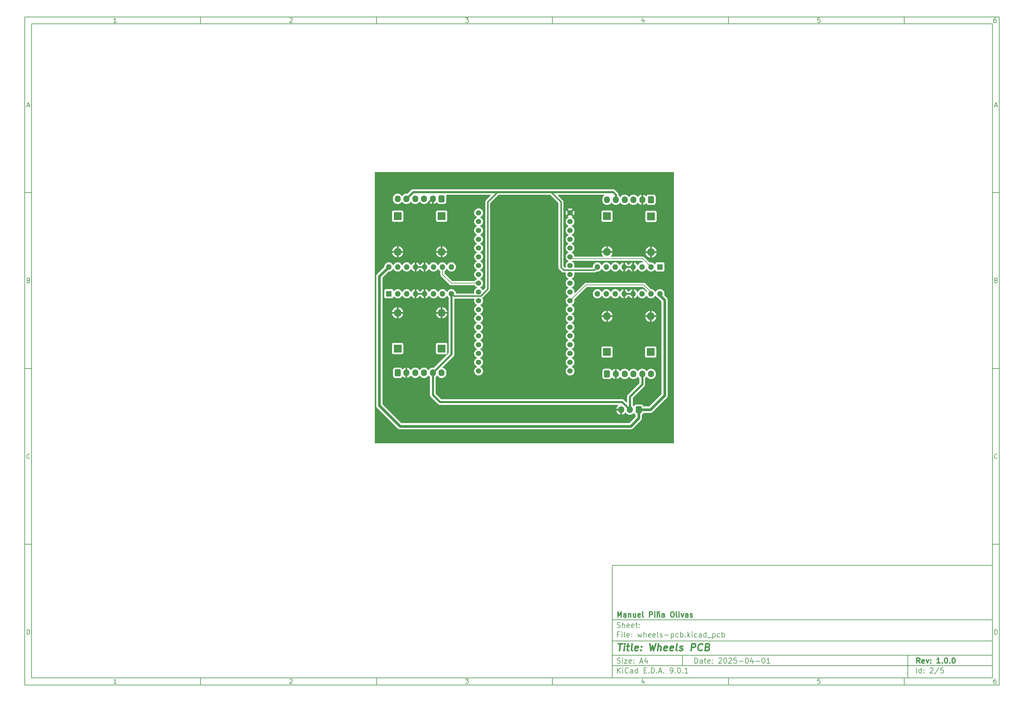
<source format=gbr>
%TF.GenerationSoftware,KiCad,Pcbnew,9.0.1-9.0.1-0~ubuntu24.04.1*%
%TF.CreationDate,2025-05-06T13:20:29-06:00*%
%TF.ProjectId,wheels-pcb,77686565-6c73-42d7-9063-622e6b696361,1.0.0*%
%TF.SameCoordinates,Original*%
%TF.FileFunction,Copper,L2,Bot*%
%TF.FilePolarity,Positive*%
%FSLAX46Y46*%
G04 Gerber Fmt 4.6, Leading zero omitted, Abs format (unit mm)*
G04 Created by KiCad (PCBNEW 9.0.1-9.0.1-0~ubuntu24.04.1) date 2025-05-06 13:20:29*
%MOMM*%
%LPD*%
G01*
G04 APERTURE LIST*
G04 Aperture macros list*
%AMRoundRect*
0 Rectangle with rounded corners*
0 $1 Rounding radius*
0 $2 $3 $4 $5 $6 $7 $8 $9 X,Y pos of 4 corners*
0 Add a 4 corners polygon primitive as box body*
4,1,4,$2,$3,$4,$5,$6,$7,$8,$9,$2,$3,0*
0 Add four circle primitives for the rounded corners*
1,1,$1+$1,$2,$3*
1,1,$1+$1,$4,$5*
1,1,$1+$1,$6,$7*
1,1,$1+$1,$8,$9*
0 Add four rect primitives between the rounded corners*
20,1,$1+$1,$2,$3,$4,$5,0*
20,1,$1+$1,$4,$5,$6,$7,0*
20,1,$1+$1,$6,$7,$8,$9,0*
20,1,$1+$1,$8,$9,$2,$3,0*%
G04 Aperture macros list end*
%ADD10C,0.100000*%
%ADD11C,0.150000*%
%ADD12C,0.300000*%
%ADD13C,0.400000*%
%TA.AperFunction,ComponentPad*%
%ADD14R,1.600000X1.600000*%
%TD*%
%TA.AperFunction,ComponentPad*%
%ADD15O,1.600000X1.600000*%
%TD*%
%TA.AperFunction,ComponentPad*%
%ADD16R,2.200000X2.200000*%
%TD*%
%TA.AperFunction,ComponentPad*%
%ADD17O,2.200000X2.200000*%
%TD*%
%TA.AperFunction,ComponentPad*%
%ADD18RoundRect,0.250000X0.600000X0.725000X-0.600000X0.725000X-0.600000X-0.725000X0.600000X-0.725000X0*%
%TD*%
%TA.AperFunction,ComponentPad*%
%ADD19O,1.700000X1.950000*%
%TD*%
%TA.AperFunction,ComponentPad*%
%ADD20RoundRect,0.250000X-0.600000X-0.725000X0.600000X-0.725000X0.600000X0.725000X-0.600000X0.725000X0*%
%TD*%
%TA.AperFunction,ComponentPad*%
%ADD21C,1.524000*%
%TD*%
%TA.AperFunction,Conductor*%
%ADD22C,0.200000*%
%TD*%
%TA.AperFunction,Conductor*%
%ADD23C,0.500000*%
%TD*%
%TA.AperFunction,Conductor*%
%ADD24C,0.400000*%
%TD*%
%TA.AperFunction,Conductor*%
%ADD25C,0.600000*%
%TD*%
%TA.AperFunction,Conductor*%
%ADD26C,0.800000*%
%TD*%
G04 APERTURE END LIST*
D10*
D11*
X177002200Y-166007200D02*
X285002200Y-166007200D01*
X285002200Y-198007200D01*
X177002200Y-198007200D01*
X177002200Y-166007200D01*
D10*
D11*
X10000000Y-10000000D02*
X287002200Y-10000000D01*
X287002200Y-200007200D01*
X10000000Y-200007200D01*
X10000000Y-10000000D01*
D10*
D11*
X12000000Y-12000000D02*
X285002200Y-12000000D01*
X285002200Y-198007200D01*
X12000000Y-198007200D01*
X12000000Y-12000000D01*
D10*
D11*
X60000000Y-12000000D02*
X60000000Y-10000000D01*
D10*
D11*
X110000000Y-12000000D02*
X110000000Y-10000000D01*
D10*
D11*
X160000000Y-12000000D02*
X160000000Y-10000000D01*
D10*
D11*
X210000000Y-12000000D02*
X210000000Y-10000000D01*
D10*
D11*
X260000000Y-12000000D02*
X260000000Y-10000000D01*
D10*
D11*
X36089160Y-11593604D02*
X35346303Y-11593604D01*
X35717731Y-11593604D02*
X35717731Y-10293604D01*
X35717731Y-10293604D02*
X35593922Y-10479319D01*
X35593922Y-10479319D02*
X35470112Y-10603128D01*
X35470112Y-10603128D02*
X35346303Y-10665033D01*
D10*
D11*
X85346303Y-10417414D02*
X85408207Y-10355509D01*
X85408207Y-10355509D02*
X85532017Y-10293604D01*
X85532017Y-10293604D02*
X85841541Y-10293604D01*
X85841541Y-10293604D02*
X85965350Y-10355509D01*
X85965350Y-10355509D02*
X86027255Y-10417414D01*
X86027255Y-10417414D02*
X86089160Y-10541223D01*
X86089160Y-10541223D02*
X86089160Y-10665033D01*
X86089160Y-10665033D02*
X86027255Y-10850747D01*
X86027255Y-10850747D02*
X85284398Y-11593604D01*
X85284398Y-11593604D02*
X86089160Y-11593604D01*
D10*
D11*
X135284398Y-10293604D02*
X136089160Y-10293604D01*
X136089160Y-10293604D02*
X135655826Y-10788842D01*
X135655826Y-10788842D02*
X135841541Y-10788842D01*
X135841541Y-10788842D02*
X135965350Y-10850747D01*
X135965350Y-10850747D02*
X136027255Y-10912652D01*
X136027255Y-10912652D02*
X136089160Y-11036461D01*
X136089160Y-11036461D02*
X136089160Y-11345985D01*
X136089160Y-11345985D02*
X136027255Y-11469795D01*
X136027255Y-11469795D02*
X135965350Y-11531700D01*
X135965350Y-11531700D02*
X135841541Y-11593604D01*
X135841541Y-11593604D02*
X135470112Y-11593604D01*
X135470112Y-11593604D02*
X135346303Y-11531700D01*
X135346303Y-11531700D02*
X135284398Y-11469795D01*
D10*
D11*
X185965350Y-10726938D02*
X185965350Y-11593604D01*
X185655826Y-10231700D02*
X185346303Y-11160271D01*
X185346303Y-11160271D02*
X186151064Y-11160271D01*
D10*
D11*
X236027255Y-10293604D02*
X235408207Y-10293604D01*
X235408207Y-10293604D02*
X235346303Y-10912652D01*
X235346303Y-10912652D02*
X235408207Y-10850747D01*
X235408207Y-10850747D02*
X235532017Y-10788842D01*
X235532017Y-10788842D02*
X235841541Y-10788842D01*
X235841541Y-10788842D02*
X235965350Y-10850747D01*
X235965350Y-10850747D02*
X236027255Y-10912652D01*
X236027255Y-10912652D02*
X236089160Y-11036461D01*
X236089160Y-11036461D02*
X236089160Y-11345985D01*
X236089160Y-11345985D02*
X236027255Y-11469795D01*
X236027255Y-11469795D02*
X235965350Y-11531700D01*
X235965350Y-11531700D02*
X235841541Y-11593604D01*
X235841541Y-11593604D02*
X235532017Y-11593604D01*
X235532017Y-11593604D02*
X235408207Y-11531700D01*
X235408207Y-11531700D02*
X235346303Y-11469795D01*
D10*
D11*
X285965350Y-10293604D02*
X285717731Y-10293604D01*
X285717731Y-10293604D02*
X285593922Y-10355509D01*
X285593922Y-10355509D02*
X285532017Y-10417414D01*
X285532017Y-10417414D02*
X285408207Y-10603128D01*
X285408207Y-10603128D02*
X285346303Y-10850747D01*
X285346303Y-10850747D02*
X285346303Y-11345985D01*
X285346303Y-11345985D02*
X285408207Y-11469795D01*
X285408207Y-11469795D02*
X285470112Y-11531700D01*
X285470112Y-11531700D02*
X285593922Y-11593604D01*
X285593922Y-11593604D02*
X285841541Y-11593604D01*
X285841541Y-11593604D02*
X285965350Y-11531700D01*
X285965350Y-11531700D02*
X286027255Y-11469795D01*
X286027255Y-11469795D02*
X286089160Y-11345985D01*
X286089160Y-11345985D02*
X286089160Y-11036461D01*
X286089160Y-11036461D02*
X286027255Y-10912652D01*
X286027255Y-10912652D02*
X285965350Y-10850747D01*
X285965350Y-10850747D02*
X285841541Y-10788842D01*
X285841541Y-10788842D02*
X285593922Y-10788842D01*
X285593922Y-10788842D02*
X285470112Y-10850747D01*
X285470112Y-10850747D02*
X285408207Y-10912652D01*
X285408207Y-10912652D02*
X285346303Y-11036461D01*
D10*
D11*
X60000000Y-198007200D02*
X60000000Y-200007200D01*
D10*
D11*
X110000000Y-198007200D02*
X110000000Y-200007200D01*
D10*
D11*
X160000000Y-198007200D02*
X160000000Y-200007200D01*
D10*
D11*
X210000000Y-198007200D02*
X210000000Y-200007200D01*
D10*
D11*
X260000000Y-198007200D02*
X260000000Y-200007200D01*
D10*
D11*
X36089160Y-199600804D02*
X35346303Y-199600804D01*
X35717731Y-199600804D02*
X35717731Y-198300804D01*
X35717731Y-198300804D02*
X35593922Y-198486519D01*
X35593922Y-198486519D02*
X35470112Y-198610328D01*
X35470112Y-198610328D02*
X35346303Y-198672233D01*
D10*
D11*
X85346303Y-198424614D02*
X85408207Y-198362709D01*
X85408207Y-198362709D02*
X85532017Y-198300804D01*
X85532017Y-198300804D02*
X85841541Y-198300804D01*
X85841541Y-198300804D02*
X85965350Y-198362709D01*
X85965350Y-198362709D02*
X86027255Y-198424614D01*
X86027255Y-198424614D02*
X86089160Y-198548423D01*
X86089160Y-198548423D02*
X86089160Y-198672233D01*
X86089160Y-198672233D02*
X86027255Y-198857947D01*
X86027255Y-198857947D02*
X85284398Y-199600804D01*
X85284398Y-199600804D02*
X86089160Y-199600804D01*
D10*
D11*
X135284398Y-198300804D02*
X136089160Y-198300804D01*
X136089160Y-198300804D02*
X135655826Y-198796042D01*
X135655826Y-198796042D02*
X135841541Y-198796042D01*
X135841541Y-198796042D02*
X135965350Y-198857947D01*
X135965350Y-198857947D02*
X136027255Y-198919852D01*
X136027255Y-198919852D02*
X136089160Y-199043661D01*
X136089160Y-199043661D02*
X136089160Y-199353185D01*
X136089160Y-199353185D02*
X136027255Y-199476995D01*
X136027255Y-199476995D02*
X135965350Y-199538900D01*
X135965350Y-199538900D02*
X135841541Y-199600804D01*
X135841541Y-199600804D02*
X135470112Y-199600804D01*
X135470112Y-199600804D02*
X135346303Y-199538900D01*
X135346303Y-199538900D02*
X135284398Y-199476995D01*
D10*
D11*
X185965350Y-198734138D02*
X185965350Y-199600804D01*
X185655826Y-198238900D02*
X185346303Y-199167471D01*
X185346303Y-199167471D02*
X186151064Y-199167471D01*
D10*
D11*
X236027255Y-198300804D02*
X235408207Y-198300804D01*
X235408207Y-198300804D02*
X235346303Y-198919852D01*
X235346303Y-198919852D02*
X235408207Y-198857947D01*
X235408207Y-198857947D02*
X235532017Y-198796042D01*
X235532017Y-198796042D02*
X235841541Y-198796042D01*
X235841541Y-198796042D02*
X235965350Y-198857947D01*
X235965350Y-198857947D02*
X236027255Y-198919852D01*
X236027255Y-198919852D02*
X236089160Y-199043661D01*
X236089160Y-199043661D02*
X236089160Y-199353185D01*
X236089160Y-199353185D02*
X236027255Y-199476995D01*
X236027255Y-199476995D02*
X235965350Y-199538900D01*
X235965350Y-199538900D02*
X235841541Y-199600804D01*
X235841541Y-199600804D02*
X235532017Y-199600804D01*
X235532017Y-199600804D02*
X235408207Y-199538900D01*
X235408207Y-199538900D02*
X235346303Y-199476995D01*
D10*
D11*
X285965350Y-198300804D02*
X285717731Y-198300804D01*
X285717731Y-198300804D02*
X285593922Y-198362709D01*
X285593922Y-198362709D02*
X285532017Y-198424614D01*
X285532017Y-198424614D02*
X285408207Y-198610328D01*
X285408207Y-198610328D02*
X285346303Y-198857947D01*
X285346303Y-198857947D02*
X285346303Y-199353185D01*
X285346303Y-199353185D02*
X285408207Y-199476995D01*
X285408207Y-199476995D02*
X285470112Y-199538900D01*
X285470112Y-199538900D02*
X285593922Y-199600804D01*
X285593922Y-199600804D02*
X285841541Y-199600804D01*
X285841541Y-199600804D02*
X285965350Y-199538900D01*
X285965350Y-199538900D02*
X286027255Y-199476995D01*
X286027255Y-199476995D02*
X286089160Y-199353185D01*
X286089160Y-199353185D02*
X286089160Y-199043661D01*
X286089160Y-199043661D02*
X286027255Y-198919852D01*
X286027255Y-198919852D02*
X285965350Y-198857947D01*
X285965350Y-198857947D02*
X285841541Y-198796042D01*
X285841541Y-198796042D02*
X285593922Y-198796042D01*
X285593922Y-198796042D02*
X285470112Y-198857947D01*
X285470112Y-198857947D02*
X285408207Y-198919852D01*
X285408207Y-198919852D02*
X285346303Y-199043661D01*
D10*
D11*
X10000000Y-60000000D02*
X12000000Y-60000000D01*
D10*
D11*
X10000000Y-110000000D02*
X12000000Y-110000000D01*
D10*
D11*
X10000000Y-160000000D02*
X12000000Y-160000000D01*
D10*
D11*
X10690476Y-35222176D02*
X11309523Y-35222176D01*
X10566666Y-35593604D02*
X10999999Y-34293604D01*
X10999999Y-34293604D02*
X11433333Y-35593604D01*
D10*
D11*
X11092857Y-84912652D02*
X11278571Y-84974557D01*
X11278571Y-84974557D02*
X11340476Y-85036461D01*
X11340476Y-85036461D02*
X11402380Y-85160271D01*
X11402380Y-85160271D02*
X11402380Y-85345985D01*
X11402380Y-85345985D02*
X11340476Y-85469795D01*
X11340476Y-85469795D02*
X11278571Y-85531700D01*
X11278571Y-85531700D02*
X11154761Y-85593604D01*
X11154761Y-85593604D02*
X10659523Y-85593604D01*
X10659523Y-85593604D02*
X10659523Y-84293604D01*
X10659523Y-84293604D02*
X11092857Y-84293604D01*
X11092857Y-84293604D02*
X11216666Y-84355509D01*
X11216666Y-84355509D02*
X11278571Y-84417414D01*
X11278571Y-84417414D02*
X11340476Y-84541223D01*
X11340476Y-84541223D02*
X11340476Y-84665033D01*
X11340476Y-84665033D02*
X11278571Y-84788842D01*
X11278571Y-84788842D02*
X11216666Y-84850747D01*
X11216666Y-84850747D02*
X11092857Y-84912652D01*
X11092857Y-84912652D02*
X10659523Y-84912652D01*
D10*
D11*
X11402380Y-135469795D02*
X11340476Y-135531700D01*
X11340476Y-135531700D02*
X11154761Y-135593604D01*
X11154761Y-135593604D02*
X11030952Y-135593604D01*
X11030952Y-135593604D02*
X10845238Y-135531700D01*
X10845238Y-135531700D02*
X10721428Y-135407890D01*
X10721428Y-135407890D02*
X10659523Y-135284080D01*
X10659523Y-135284080D02*
X10597619Y-135036461D01*
X10597619Y-135036461D02*
X10597619Y-134850747D01*
X10597619Y-134850747D02*
X10659523Y-134603128D01*
X10659523Y-134603128D02*
X10721428Y-134479319D01*
X10721428Y-134479319D02*
X10845238Y-134355509D01*
X10845238Y-134355509D02*
X11030952Y-134293604D01*
X11030952Y-134293604D02*
X11154761Y-134293604D01*
X11154761Y-134293604D02*
X11340476Y-134355509D01*
X11340476Y-134355509D02*
X11402380Y-134417414D01*
D10*
D11*
X10659523Y-185593604D02*
X10659523Y-184293604D01*
X10659523Y-184293604D02*
X10969047Y-184293604D01*
X10969047Y-184293604D02*
X11154761Y-184355509D01*
X11154761Y-184355509D02*
X11278571Y-184479319D01*
X11278571Y-184479319D02*
X11340476Y-184603128D01*
X11340476Y-184603128D02*
X11402380Y-184850747D01*
X11402380Y-184850747D02*
X11402380Y-185036461D01*
X11402380Y-185036461D02*
X11340476Y-185284080D01*
X11340476Y-185284080D02*
X11278571Y-185407890D01*
X11278571Y-185407890D02*
X11154761Y-185531700D01*
X11154761Y-185531700D02*
X10969047Y-185593604D01*
X10969047Y-185593604D02*
X10659523Y-185593604D01*
D10*
D11*
X287002200Y-60000000D02*
X285002200Y-60000000D01*
D10*
D11*
X287002200Y-110000000D02*
X285002200Y-110000000D01*
D10*
D11*
X287002200Y-160000000D02*
X285002200Y-160000000D01*
D10*
D11*
X285692676Y-35222176D02*
X286311723Y-35222176D01*
X285568866Y-35593604D02*
X286002199Y-34293604D01*
X286002199Y-34293604D02*
X286435533Y-35593604D01*
D10*
D11*
X286095057Y-84912652D02*
X286280771Y-84974557D01*
X286280771Y-84974557D02*
X286342676Y-85036461D01*
X286342676Y-85036461D02*
X286404580Y-85160271D01*
X286404580Y-85160271D02*
X286404580Y-85345985D01*
X286404580Y-85345985D02*
X286342676Y-85469795D01*
X286342676Y-85469795D02*
X286280771Y-85531700D01*
X286280771Y-85531700D02*
X286156961Y-85593604D01*
X286156961Y-85593604D02*
X285661723Y-85593604D01*
X285661723Y-85593604D02*
X285661723Y-84293604D01*
X285661723Y-84293604D02*
X286095057Y-84293604D01*
X286095057Y-84293604D02*
X286218866Y-84355509D01*
X286218866Y-84355509D02*
X286280771Y-84417414D01*
X286280771Y-84417414D02*
X286342676Y-84541223D01*
X286342676Y-84541223D02*
X286342676Y-84665033D01*
X286342676Y-84665033D02*
X286280771Y-84788842D01*
X286280771Y-84788842D02*
X286218866Y-84850747D01*
X286218866Y-84850747D02*
X286095057Y-84912652D01*
X286095057Y-84912652D02*
X285661723Y-84912652D01*
D10*
D11*
X286404580Y-135469795D02*
X286342676Y-135531700D01*
X286342676Y-135531700D02*
X286156961Y-135593604D01*
X286156961Y-135593604D02*
X286033152Y-135593604D01*
X286033152Y-135593604D02*
X285847438Y-135531700D01*
X285847438Y-135531700D02*
X285723628Y-135407890D01*
X285723628Y-135407890D02*
X285661723Y-135284080D01*
X285661723Y-135284080D02*
X285599819Y-135036461D01*
X285599819Y-135036461D02*
X285599819Y-134850747D01*
X285599819Y-134850747D02*
X285661723Y-134603128D01*
X285661723Y-134603128D02*
X285723628Y-134479319D01*
X285723628Y-134479319D02*
X285847438Y-134355509D01*
X285847438Y-134355509D02*
X286033152Y-134293604D01*
X286033152Y-134293604D02*
X286156961Y-134293604D01*
X286156961Y-134293604D02*
X286342676Y-134355509D01*
X286342676Y-134355509D02*
X286404580Y-134417414D01*
D10*
D11*
X285661723Y-185593604D02*
X285661723Y-184293604D01*
X285661723Y-184293604D02*
X285971247Y-184293604D01*
X285971247Y-184293604D02*
X286156961Y-184355509D01*
X286156961Y-184355509D02*
X286280771Y-184479319D01*
X286280771Y-184479319D02*
X286342676Y-184603128D01*
X286342676Y-184603128D02*
X286404580Y-184850747D01*
X286404580Y-184850747D02*
X286404580Y-185036461D01*
X286404580Y-185036461D02*
X286342676Y-185284080D01*
X286342676Y-185284080D02*
X286280771Y-185407890D01*
X286280771Y-185407890D02*
X286156961Y-185531700D01*
X286156961Y-185531700D02*
X285971247Y-185593604D01*
X285971247Y-185593604D02*
X285661723Y-185593604D01*
D10*
D11*
X200458026Y-193793328D02*
X200458026Y-192293328D01*
X200458026Y-192293328D02*
X200815169Y-192293328D01*
X200815169Y-192293328D02*
X201029455Y-192364757D01*
X201029455Y-192364757D02*
X201172312Y-192507614D01*
X201172312Y-192507614D02*
X201243741Y-192650471D01*
X201243741Y-192650471D02*
X201315169Y-192936185D01*
X201315169Y-192936185D02*
X201315169Y-193150471D01*
X201315169Y-193150471D02*
X201243741Y-193436185D01*
X201243741Y-193436185D02*
X201172312Y-193579042D01*
X201172312Y-193579042D02*
X201029455Y-193721900D01*
X201029455Y-193721900D02*
X200815169Y-193793328D01*
X200815169Y-193793328D02*
X200458026Y-193793328D01*
X202600884Y-193793328D02*
X202600884Y-193007614D01*
X202600884Y-193007614D02*
X202529455Y-192864757D01*
X202529455Y-192864757D02*
X202386598Y-192793328D01*
X202386598Y-192793328D02*
X202100884Y-192793328D01*
X202100884Y-192793328D02*
X201958026Y-192864757D01*
X202600884Y-193721900D02*
X202458026Y-193793328D01*
X202458026Y-193793328D02*
X202100884Y-193793328D01*
X202100884Y-193793328D02*
X201958026Y-193721900D01*
X201958026Y-193721900D02*
X201886598Y-193579042D01*
X201886598Y-193579042D02*
X201886598Y-193436185D01*
X201886598Y-193436185D02*
X201958026Y-193293328D01*
X201958026Y-193293328D02*
X202100884Y-193221900D01*
X202100884Y-193221900D02*
X202458026Y-193221900D01*
X202458026Y-193221900D02*
X202600884Y-193150471D01*
X203100884Y-192793328D02*
X203672312Y-192793328D01*
X203315169Y-192293328D02*
X203315169Y-193579042D01*
X203315169Y-193579042D02*
X203386598Y-193721900D01*
X203386598Y-193721900D02*
X203529455Y-193793328D01*
X203529455Y-193793328D02*
X203672312Y-193793328D01*
X204743741Y-193721900D02*
X204600884Y-193793328D01*
X204600884Y-193793328D02*
X204315170Y-193793328D01*
X204315170Y-193793328D02*
X204172312Y-193721900D01*
X204172312Y-193721900D02*
X204100884Y-193579042D01*
X204100884Y-193579042D02*
X204100884Y-193007614D01*
X204100884Y-193007614D02*
X204172312Y-192864757D01*
X204172312Y-192864757D02*
X204315170Y-192793328D01*
X204315170Y-192793328D02*
X204600884Y-192793328D01*
X204600884Y-192793328D02*
X204743741Y-192864757D01*
X204743741Y-192864757D02*
X204815170Y-193007614D01*
X204815170Y-193007614D02*
X204815170Y-193150471D01*
X204815170Y-193150471D02*
X204100884Y-193293328D01*
X205458026Y-193650471D02*
X205529455Y-193721900D01*
X205529455Y-193721900D02*
X205458026Y-193793328D01*
X205458026Y-193793328D02*
X205386598Y-193721900D01*
X205386598Y-193721900D02*
X205458026Y-193650471D01*
X205458026Y-193650471D02*
X205458026Y-193793328D01*
X205458026Y-192864757D02*
X205529455Y-192936185D01*
X205529455Y-192936185D02*
X205458026Y-193007614D01*
X205458026Y-193007614D02*
X205386598Y-192936185D01*
X205386598Y-192936185D02*
X205458026Y-192864757D01*
X205458026Y-192864757D02*
X205458026Y-193007614D01*
X207243741Y-192436185D02*
X207315169Y-192364757D01*
X207315169Y-192364757D02*
X207458027Y-192293328D01*
X207458027Y-192293328D02*
X207815169Y-192293328D01*
X207815169Y-192293328D02*
X207958027Y-192364757D01*
X207958027Y-192364757D02*
X208029455Y-192436185D01*
X208029455Y-192436185D02*
X208100884Y-192579042D01*
X208100884Y-192579042D02*
X208100884Y-192721900D01*
X208100884Y-192721900D02*
X208029455Y-192936185D01*
X208029455Y-192936185D02*
X207172312Y-193793328D01*
X207172312Y-193793328D02*
X208100884Y-193793328D01*
X209029455Y-192293328D02*
X209172312Y-192293328D01*
X209172312Y-192293328D02*
X209315169Y-192364757D01*
X209315169Y-192364757D02*
X209386598Y-192436185D01*
X209386598Y-192436185D02*
X209458026Y-192579042D01*
X209458026Y-192579042D02*
X209529455Y-192864757D01*
X209529455Y-192864757D02*
X209529455Y-193221900D01*
X209529455Y-193221900D02*
X209458026Y-193507614D01*
X209458026Y-193507614D02*
X209386598Y-193650471D01*
X209386598Y-193650471D02*
X209315169Y-193721900D01*
X209315169Y-193721900D02*
X209172312Y-193793328D01*
X209172312Y-193793328D02*
X209029455Y-193793328D01*
X209029455Y-193793328D02*
X208886598Y-193721900D01*
X208886598Y-193721900D02*
X208815169Y-193650471D01*
X208815169Y-193650471D02*
X208743740Y-193507614D01*
X208743740Y-193507614D02*
X208672312Y-193221900D01*
X208672312Y-193221900D02*
X208672312Y-192864757D01*
X208672312Y-192864757D02*
X208743740Y-192579042D01*
X208743740Y-192579042D02*
X208815169Y-192436185D01*
X208815169Y-192436185D02*
X208886598Y-192364757D01*
X208886598Y-192364757D02*
X209029455Y-192293328D01*
X210100883Y-192436185D02*
X210172311Y-192364757D01*
X210172311Y-192364757D02*
X210315169Y-192293328D01*
X210315169Y-192293328D02*
X210672311Y-192293328D01*
X210672311Y-192293328D02*
X210815169Y-192364757D01*
X210815169Y-192364757D02*
X210886597Y-192436185D01*
X210886597Y-192436185D02*
X210958026Y-192579042D01*
X210958026Y-192579042D02*
X210958026Y-192721900D01*
X210958026Y-192721900D02*
X210886597Y-192936185D01*
X210886597Y-192936185D02*
X210029454Y-193793328D01*
X210029454Y-193793328D02*
X210958026Y-193793328D01*
X212315168Y-192293328D02*
X211600882Y-192293328D01*
X211600882Y-192293328D02*
X211529454Y-193007614D01*
X211529454Y-193007614D02*
X211600882Y-192936185D01*
X211600882Y-192936185D02*
X211743740Y-192864757D01*
X211743740Y-192864757D02*
X212100882Y-192864757D01*
X212100882Y-192864757D02*
X212243740Y-192936185D01*
X212243740Y-192936185D02*
X212315168Y-193007614D01*
X212315168Y-193007614D02*
X212386597Y-193150471D01*
X212386597Y-193150471D02*
X212386597Y-193507614D01*
X212386597Y-193507614D02*
X212315168Y-193650471D01*
X212315168Y-193650471D02*
X212243740Y-193721900D01*
X212243740Y-193721900D02*
X212100882Y-193793328D01*
X212100882Y-193793328D02*
X211743740Y-193793328D01*
X211743740Y-193793328D02*
X211600882Y-193721900D01*
X211600882Y-193721900D02*
X211529454Y-193650471D01*
X213029453Y-193221900D02*
X214172311Y-193221900D01*
X215172311Y-192293328D02*
X215315168Y-192293328D01*
X215315168Y-192293328D02*
X215458025Y-192364757D01*
X215458025Y-192364757D02*
X215529454Y-192436185D01*
X215529454Y-192436185D02*
X215600882Y-192579042D01*
X215600882Y-192579042D02*
X215672311Y-192864757D01*
X215672311Y-192864757D02*
X215672311Y-193221900D01*
X215672311Y-193221900D02*
X215600882Y-193507614D01*
X215600882Y-193507614D02*
X215529454Y-193650471D01*
X215529454Y-193650471D02*
X215458025Y-193721900D01*
X215458025Y-193721900D02*
X215315168Y-193793328D01*
X215315168Y-193793328D02*
X215172311Y-193793328D01*
X215172311Y-193793328D02*
X215029454Y-193721900D01*
X215029454Y-193721900D02*
X214958025Y-193650471D01*
X214958025Y-193650471D02*
X214886596Y-193507614D01*
X214886596Y-193507614D02*
X214815168Y-193221900D01*
X214815168Y-193221900D02*
X214815168Y-192864757D01*
X214815168Y-192864757D02*
X214886596Y-192579042D01*
X214886596Y-192579042D02*
X214958025Y-192436185D01*
X214958025Y-192436185D02*
X215029454Y-192364757D01*
X215029454Y-192364757D02*
X215172311Y-192293328D01*
X216958025Y-192793328D02*
X216958025Y-193793328D01*
X216600882Y-192221900D02*
X216243739Y-193293328D01*
X216243739Y-193293328D02*
X217172310Y-193293328D01*
X217743738Y-193221900D02*
X218886596Y-193221900D01*
X219886596Y-192293328D02*
X220029453Y-192293328D01*
X220029453Y-192293328D02*
X220172310Y-192364757D01*
X220172310Y-192364757D02*
X220243739Y-192436185D01*
X220243739Y-192436185D02*
X220315167Y-192579042D01*
X220315167Y-192579042D02*
X220386596Y-192864757D01*
X220386596Y-192864757D02*
X220386596Y-193221900D01*
X220386596Y-193221900D02*
X220315167Y-193507614D01*
X220315167Y-193507614D02*
X220243739Y-193650471D01*
X220243739Y-193650471D02*
X220172310Y-193721900D01*
X220172310Y-193721900D02*
X220029453Y-193793328D01*
X220029453Y-193793328D02*
X219886596Y-193793328D01*
X219886596Y-193793328D02*
X219743739Y-193721900D01*
X219743739Y-193721900D02*
X219672310Y-193650471D01*
X219672310Y-193650471D02*
X219600881Y-193507614D01*
X219600881Y-193507614D02*
X219529453Y-193221900D01*
X219529453Y-193221900D02*
X219529453Y-192864757D01*
X219529453Y-192864757D02*
X219600881Y-192579042D01*
X219600881Y-192579042D02*
X219672310Y-192436185D01*
X219672310Y-192436185D02*
X219743739Y-192364757D01*
X219743739Y-192364757D02*
X219886596Y-192293328D01*
X221815167Y-193793328D02*
X220958024Y-193793328D01*
X221386595Y-193793328D02*
X221386595Y-192293328D01*
X221386595Y-192293328D02*
X221243738Y-192507614D01*
X221243738Y-192507614D02*
X221100881Y-192650471D01*
X221100881Y-192650471D02*
X220958024Y-192721900D01*
D10*
D11*
X177002200Y-194507200D02*
X285002200Y-194507200D01*
D10*
D11*
X178458026Y-196593328D02*
X178458026Y-195093328D01*
X179315169Y-196593328D02*
X178672312Y-195736185D01*
X179315169Y-195093328D02*
X178458026Y-195950471D01*
X179958026Y-196593328D02*
X179958026Y-195593328D01*
X179958026Y-195093328D02*
X179886598Y-195164757D01*
X179886598Y-195164757D02*
X179958026Y-195236185D01*
X179958026Y-195236185D02*
X180029455Y-195164757D01*
X180029455Y-195164757D02*
X179958026Y-195093328D01*
X179958026Y-195093328D02*
X179958026Y-195236185D01*
X181529455Y-196450471D02*
X181458027Y-196521900D01*
X181458027Y-196521900D02*
X181243741Y-196593328D01*
X181243741Y-196593328D02*
X181100884Y-196593328D01*
X181100884Y-196593328D02*
X180886598Y-196521900D01*
X180886598Y-196521900D02*
X180743741Y-196379042D01*
X180743741Y-196379042D02*
X180672312Y-196236185D01*
X180672312Y-196236185D02*
X180600884Y-195950471D01*
X180600884Y-195950471D02*
X180600884Y-195736185D01*
X180600884Y-195736185D02*
X180672312Y-195450471D01*
X180672312Y-195450471D02*
X180743741Y-195307614D01*
X180743741Y-195307614D02*
X180886598Y-195164757D01*
X180886598Y-195164757D02*
X181100884Y-195093328D01*
X181100884Y-195093328D02*
X181243741Y-195093328D01*
X181243741Y-195093328D02*
X181458027Y-195164757D01*
X181458027Y-195164757D02*
X181529455Y-195236185D01*
X182815170Y-196593328D02*
X182815170Y-195807614D01*
X182815170Y-195807614D02*
X182743741Y-195664757D01*
X182743741Y-195664757D02*
X182600884Y-195593328D01*
X182600884Y-195593328D02*
X182315170Y-195593328D01*
X182315170Y-195593328D02*
X182172312Y-195664757D01*
X182815170Y-196521900D02*
X182672312Y-196593328D01*
X182672312Y-196593328D02*
X182315170Y-196593328D01*
X182315170Y-196593328D02*
X182172312Y-196521900D01*
X182172312Y-196521900D02*
X182100884Y-196379042D01*
X182100884Y-196379042D02*
X182100884Y-196236185D01*
X182100884Y-196236185D02*
X182172312Y-196093328D01*
X182172312Y-196093328D02*
X182315170Y-196021900D01*
X182315170Y-196021900D02*
X182672312Y-196021900D01*
X182672312Y-196021900D02*
X182815170Y-195950471D01*
X184172313Y-196593328D02*
X184172313Y-195093328D01*
X184172313Y-196521900D02*
X184029455Y-196593328D01*
X184029455Y-196593328D02*
X183743741Y-196593328D01*
X183743741Y-196593328D02*
X183600884Y-196521900D01*
X183600884Y-196521900D02*
X183529455Y-196450471D01*
X183529455Y-196450471D02*
X183458027Y-196307614D01*
X183458027Y-196307614D02*
X183458027Y-195879042D01*
X183458027Y-195879042D02*
X183529455Y-195736185D01*
X183529455Y-195736185D02*
X183600884Y-195664757D01*
X183600884Y-195664757D02*
X183743741Y-195593328D01*
X183743741Y-195593328D02*
X184029455Y-195593328D01*
X184029455Y-195593328D02*
X184172313Y-195664757D01*
X186029455Y-195807614D02*
X186529455Y-195807614D01*
X186743741Y-196593328D02*
X186029455Y-196593328D01*
X186029455Y-196593328D02*
X186029455Y-195093328D01*
X186029455Y-195093328D02*
X186743741Y-195093328D01*
X187386598Y-196450471D02*
X187458027Y-196521900D01*
X187458027Y-196521900D02*
X187386598Y-196593328D01*
X187386598Y-196593328D02*
X187315170Y-196521900D01*
X187315170Y-196521900D02*
X187386598Y-196450471D01*
X187386598Y-196450471D02*
X187386598Y-196593328D01*
X188100884Y-196593328D02*
X188100884Y-195093328D01*
X188100884Y-195093328D02*
X188458027Y-195093328D01*
X188458027Y-195093328D02*
X188672313Y-195164757D01*
X188672313Y-195164757D02*
X188815170Y-195307614D01*
X188815170Y-195307614D02*
X188886599Y-195450471D01*
X188886599Y-195450471D02*
X188958027Y-195736185D01*
X188958027Y-195736185D02*
X188958027Y-195950471D01*
X188958027Y-195950471D02*
X188886599Y-196236185D01*
X188886599Y-196236185D02*
X188815170Y-196379042D01*
X188815170Y-196379042D02*
X188672313Y-196521900D01*
X188672313Y-196521900D02*
X188458027Y-196593328D01*
X188458027Y-196593328D02*
X188100884Y-196593328D01*
X189600884Y-196450471D02*
X189672313Y-196521900D01*
X189672313Y-196521900D02*
X189600884Y-196593328D01*
X189600884Y-196593328D02*
X189529456Y-196521900D01*
X189529456Y-196521900D02*
X189600884Y-196450471D01*
X189600884Y-196450471D02*
X189600884Y-196593328D01*
X190243742Y-196164757D02*
X190958028Y-196164757D01*
X190100885Y-196593328D02*
X190600885Y-195093328D01*
X190600885Y-195093328D02*
X191100885Y-196593328D01*
X191600884Y-196450471D02*
X191672313Y-196521900D01*
X191672313Y-196521900D02*
X191600884Y-196593328D01*
X191600884Y-196593328D02*
X191529456Y-196521900D01*
X191529456Y-196521900D02*
X191600884Y-196450471D01*
X191600884Y-196450471D02*
X191600884Y-196593328D01*
X193529456Y-196593328D02*
X193815170Y-196593328D01*
X193815170Y-196593328D02*
X193958027Y-196521900D01*
X193958027Y-196521900D02*
X194029456Y-196450471D01*
X194029456Y-196450471D02*
X194172313Y-196236185D01*
X194172313Y-196236185D02*
X194243742Y-195950471D01*
X194243742Y-195950471D02*
X194243742Y-195379042D01*
X194243742Y-195379042D02*
X194172313Y-195236185D01*
X194172313Y-195236185D02*
X194100885Y-195164757D01*
X194100885Y-195164757D02*
X193958027Y-195093328D01*
X193958027Y-195093328D02*
X193672313Y-195093328D01*
X193672313Y-195093328D02*
X193529456Y-195164757D01*
X193529456Y-195164757D02*
X193458027Y-195236185D01*
X193458027Y-195236185D02*
X193386599Y-195379042D01*
X193386599Y-195379042D02*
X193386599Y-195736185D01*
X193386599Y-195736185D02*
X193458027Y-195879042D01*
X193458027Y-195879042D02*
X193529456Y-195950471D01*
X193529456Y-195950471D02*
X193672313Y-196021900D01*
X193672313Y-196021900D02*
X193958027Y-196021900D01*
X193958027Y-196021900D02*
X194100885Y-195950471D01*
X194100885Y-195950471D02*
X194172313Y-195879042D01*
X194172313Y-195879042D02*
X194243742Y-195736185D01*
X194886598Y-196450471D02*
X194958027Y-196521900D01*
X194958027Y-196521900D02*
X194886598Y-196593328D01*
X194886598Y-196593328D02*
X194815170Y-196521900D01*
X194815170Y-196521900D02*
X194886598Y-196450471D01*
X194886598Y-196450471D02*
X194886598Y-196593328D01*
X195886599Y-195093328D02*
X196029456Y-195093328D01*
X196029456Y-195093328D02*
X196172313Y-195164757D01*
X196172313Y-195164757D02*
X196243742Y-195236185D01*
X196243742Y-195236185D02*
X196315170Y-195379042D01*
X196315170Y-195379042D02*
X196386599Y-195664757D01*
X196386599Y-195664757D02*
X196386599Y-196021900D01*
X196386599Y-196021900D02*
X196315170Y-196307614D01*
X196315170Y-196307614D02*
X196243742Y-196450471D01*
X196243742Y-196450471D02*
X196172313Y-196521900D01*
X196172313Y-196521900D02*
X196029456Y-196593328D01*
X196029456Y-196593328D02*
X195886599Y-196593328D01*
X195886599Y-196593328D02*
X195743742Y-196521900D01*
X195743742Y-196521900D02*
X195672313Y-196450471D01*
X195672313Y-196450471D02*
X195600884Y-196307614D01*
X195600884Y-196307614D02*
X195529456Y-196021900D01*
X195529456Y-196021900D02*
X195529456Y-195664757D01*
X195529456Y-195664757D02*
X195600884Y-195379042D01*
X195600884Y-195379042D02*
X195672313Y-195236185D01*
X195672313Y-195236185D02*
X195743742Y-195164757D01*
X195743742Y-195164757D02*
X195886599Y-195093328D01*
X197029455Y-196450471D02*
X197100884Y-196521900D01*
X197100884Y-196521900D02*
X197029455Y-196593328D01*
X197029455Y-196593328D02*
X196958027Y-196521900D01*
X196958027Y-196521900D02*
X197029455Y-196450471D01*
X197029455Y-196450471D02*
X197029455Y-196593328D01*
X198529456Y-196593328D02*
X197672313Y-196593328D01*
X198100884Y-196593328D02*
X198100884Y-195093328D01*
X198100884Y-195093328D02*
X197958027Y-195307614D01*
X197958027Y-195307614D02*
X197815170Y-195450471D01*
X197815170Y-195450471D02*
X197672313Y-195521900D01*
D10*
D11*
X177002200Y-191507200D02*
X285002200Y-191507200D01*
D10*
D12*
X264413853Y-193785528D02*
X263913853Y-193071242D01*
X263556710Y-193785528D02*
X263556710Y-192285528D01*
X263556710Y-192285528D02*
X264128139Y-192285528D01*
X264128139Y-192285528D02*
X264270996Y-192356957D01*
X264270996Y-192356957D02*
X264342425Y-192428385D01*
X264342425Y-192428385D02*
X264413853Y-192571242D01*
X264413853Y-192571242D02*
X264413853Y-192785528D01*
X264413853Y-192785528D02*
X264342425Y-192928385D01*
X264342425Y-192928385D02*
X264270996Y-192999814D01*
X264270996Y-192999814D02*
X264128139Y-193071242D01*
X264128139Y-193071242D02*
X263556710Y-193071242D01*
X265628139Y-193714100D02*
X265485282Y-193785528D01*
X265485282Y-193785528D02*
X265199568Y-193785528D01*
X265199568Y-193785528D02*
X265056710Y-193714100D01*
X265056710Y-193714100D02*
X264985282Y-193571242D01*
X264985282Y-193571242D02*
X264985282Y-192999814D01*
X264985282Y-192999814D02*
X265056710Y-192856957D01*
X265056710Y-192856957D02*
X265199568Y-192785528D01*
X265199568Y-192785528D02*
X265485282Y-192785528D01*
X265485282Y-192785528D02*
X265628139Y-192856957D01*
X265628139Y-192856957D02*
X265699568Y-192999814D01*
X265699568Y-192999814D02*
X265699568Y-193142671D01*
X265699568Y-193142671D02*
X264985282Y-193285528D01*
X266199567Y-192785528D02*
X266556710Y-193785528D01*
X266556710Y-193785528D02*
X266913853Y-192785528D01*
X267485281Y-193642671D02*
X267556710Y-193714100D01*
X267556710Y-193714100D02*
X267485281Y-193785528D01*
X267485281Y-193785528D02*
X267413853Y-193714100D01*
X267413853Y-193714100D02*
X267485281Y-193642671D01*
X267485281Y-193642671D02*
X267485281Y-193785528D01*
X267485281Y-192856957D02*
X267556710Y-192928385D01*
X267556710Y-192928385D02*
X267485281Y-192999814D01*
X267485281Y-192999814D02*
X267413853Y-192928385D01*
X267413853Y-192928385D02*
X267485281Y-192856957D01*
X267485281Y-192856957D02*
X267485281Y-192999814D01*
X270128139Y-193785528D02*
X269270996Y-193785528D01*
X269699567Y-193785528D02*
X269699567Y-192285528D01*
X269699567Y-192285528D02*
X269556710Y-192499814D01*
X269556710Y-192499814D02*
X269413853Y-192642671D01*
X269413853Y-192642671D02*
X269270996Y-192714100D01*
X270770995Y-193642671D02*
X270842424Y-193714100D01*
X270842424Y-193714100D02*
X270770995Y-193785528D01*
X270770995Y-193785528D02*
X270699567Y-193714100D01*
X270699567Y-193714100D02*
X270770995Y-193642671D01*
X270770995Y-193642671D02*
X270770995Y-193785528D01*
X271770996Y-192285528D02*
X271913853Y-192285528D01*
X271913853Y-192285528D02*
X272056710Y-192356957D01*
X272056710Y-192356957D02*
X272128139Y-192428385D01*
X272128139Y-192428385D02*
X272199567Y-192571242D01*
X272199567Y-192571242D02*
X272270996Y-192856957D01*
X272270996Y-192856957D02*
X272270996Y-193214100D01*
X272270996Y-193214100D02*
X272199567Y-193499814D01*
X272199567Y-193499814D02*
X272128139Y-193642671D01*
X272128139Y-193642671D02*
X272056710Y-193714100D01*
X272056710Y-193714100D02*
X271913853Y-193785528D01*
X271913853Y-193785528D02*
X271770996Y-193785528D01*
X271770996Y-193785528D02*
X271628139Y-193714100D01*
X271628139Y-193714100D02*
X271556710Y-193642671D01*
X271556710Y-193642671D02*
X271485281Y-193499814D01*
X271485281Y-193499814D02*
X271413853Y-193214100D01*
X271413853Y-193214100D02*
X271413853Y-192856957D01*
X271413853Y-192856957D02*
X271485281Y-192571242D01*
X271485281Y-192571242D02*
X271556710Y-192428385D01*
X271556710Y-192428385D02*
X271628139Y-192356957D01*
X271628139Y-192356957D02*
X271770996Y-192285528D01*
X272913852Y-193642671D02*
X272985281Y-193714100D01*
X272985281Y-193714100D02*
X272913852Y-193785528D01*
X272913852Y-193785528D02*
X272842424Y-193714100D01*
X272842424Y-193714100D02*
X272913852Y-193642671D01*
X272913852Y-193642671D02*
X272913852Y-193785528D01*
X273913853Y-192285528D02*
X274056710Y-192285528D01*
X274056710Y-192285528D02*
X274199567Y-192356957D01*
X274199567Y-192356957D02*
X274270996Y-192428385D01*
X274270996Y-192428385D02*
X274342424Y-192571242D01*
X274342424Y-192571242D02*
X274413853Y-192856957D01*
X274413853Y-192856957D02*
X274413853Y-193214100D01*
X274413853Y-193214100D02*
X274342424Y-193499814D01*
X274342424Y-193499814D02*
X274270996Y-193642671D01*
X274270996Y-193642671D02*
X274199567Y-193714100D01*
X274199567Y-193714100D02*
X274056710Y-193785528D01*
X274056710Y-193785528D02*
X273913853Y-193785528D01*
X273913853Y-193785528D02*
X273770996Y-193714100D01*
X273770996Y-193714100D02*
X273699567Y-193642671D01*
X273699567Y-193642671D02*
X273628138Y-193499814D01*
X273628138Y-193499814D02*
X273556710Y-193214100D01*
X273556710Y-193214100D02*
X273556710Y-192856957D01*
X273556710Y-192856957D02*
X273628138Y-192571242D01*
X273628138Y-192571242D02*
X273699567Y-192428385D01*
X273699567Y-192428385D02*
X273770996Y-192356957D01*
X273770996Y-192356957D02*
X273913853Y-192285528D01*
D10*
D11*
X178386598Y-193721900D02*
X178600884Y-193793328D01*
X178600884Y-193793328D02*
X178958026Y-193793328D01*
X178958026Y-193793328D02*
X179100884Y-193721900D01*
X179100884Y-193721900D02*
X179172312Y-193650471D01*
X179172312Y-193650471D02*
X179243741Y-193507614D01*
X179243741Y-193507614D02*
X179243741Y-193364757D01*
X179243741Y-193364757D02*
X179172312Y-193221900D01*
X179172312Y-193221900D02*
X179100884Y-193150471D01*
X179100884Y-193150471D02*
X178958026Y-193079042D01*
X178958026Y-193079042D02*
X178672312Y-193007614D01*
X178672312Y-193007614D02*
X178529455Y-192936185D01*
X178529455Y-192936185D02*
X178458026Y-192864757D01*
X178458026Y-192864757D02*
X178386598Y-192721900D01*
X178386598Y-192721900D02*
X178386598Y-192579042D01*
X178386598Y-192579042D02*
X178458026Y-192436185D01*
X178458026Y-192436185D02*
X178529455Y-192364757D01*
X178529455Y-192364757D02*
X178672312Y-192293328D01*
X178672312Y-192293328D02*
X179029455Y-192293328D01*
X179029455Y-192293328D02*
X179243741Y-192364757D01*
X179886597Y-193793328D02*
X179886597Y-192793328D01*
X179886597Y-192293328D02*
X179815169Y-192364757D01*
X179815169Y-192364757D02*
X179886597Y-192436185D01*
X179886597Y-192436185D02*
X179958026Y-192364757D01*
X179958026Y-192364757D02*
X179886597Y-192293328D01*
X179886597Y-192293328D02*
X179886597Y-192436185D01*
X180458026Y-192793328D02*
X181243741Y-192793328D01*
X181243741Y-192793328D02*
X180458026Y-193793328D01*
X180458026Y-193793328D02*
X181243741Y-193793328D01*
X182386598Y-193721900D02*
X182243741Y-193793328D01*
X182243741Y-193793328D02*
X181958027Y-193793328D01*
X181958027Y-193793328D02*
X181815169Y-193721900D01*
X181815169Y-193721900D02*
X181743741Y-193579042D01*
X181743741Y-193579042D02*
X181743741Y-193007614D01*
X181743741Y-193007614D02*
X181815169Y-192864757D01*
X181815169Y-192864757D02*
X181958027Y-192793328D01*
X181958027Y-192793328D02*
X182243741Y-192793328D01*
X182243741Y-192793328D02*
X182386598Y-192864757D01*
X182386598Y-192864757D02*
X182458027Y-193007614D01*
X182458027Y-193007614D02*
X182458027Y-193150471D01*
X182458027Y-193150471D02*
X181743741Y-193293328D01*
X183100883Y-193650471D02*
X183172312Y-193721900D01*
X183172312Y-193721900D02*
X183100883Y-193793328D01*
X183100883Y-193793328D02*
X183029455Y-193721900D01*
X183029455Y-193721900D02*
X183100883Y-193650471D01*
X183100883Y-193650471D02*
X183100883Y-193793328D01*
X183100883Y-192864757D02*
X183172312Y-192936185D01*
X183172312Y-192936185D02*
X183100883Y-193007614D01*
X183100883Y-193007614D02*
X183029455Y-192936185D01*
X183029455Y-192936185D02*
X183100883Y-192864757D01*
X183100883Y-192864757D02*
X183100883Y-193007614D01*
X184886598Y-193364757D02*
X185600884Y-193364757D01*
X184743741Y-193793328D02*
X185243741Y-192293328D01*
X185243741Y-192293328D02*
X185743741Y-193793328D01*
X186886598Y-192793328D02*
X186886598Y-193793328D01*
X186529455Y-192221900D02*
X186172312Y-193293328D01*
X186172312Y-193293328D02*
X187100883Y-193293328D01*
D10*
D11*
X263458026Y-196593328D02*
X263458026Y-195093328D01*
X264815170Y-196593328D02*
X264815170Y-195093328D01*
X264815170Y-196521900D02*
X264672312Y-196593328D01*
X264672312Y-196593328D02*
X264386598Y-196593328D01*
X264386598Y-196593328D02*
X264243741Y-196521900D01*
X264243741Y-196521900D02*
X264172312Y-196450471D01*
X264172312Y-196450471D02*
X264100884Y-196307614D01*
X264100884Y-196307614D02*
X264100884Y-195879042D01*
X264100884Y-195879042D02*
X264172312Y-195736185D01*
X264172312Y-195736185D02*
X264243741Y-195664757D01*
X264243741Y-195664757D02*
X264386598Y-195593328D01*
X264386598Y-195593328D02*
X264672312Y-195593328D01*
X264672312Y-195593328D02*
X264815170Y-195664757D01*
X265529455Y-196450471D02*
X265600884Y-196521900D01*
X265600884Y-196521900D02*
X265529455Y-196593328D01*
X265529455Y-196593328D02*
X265458027Y-196521900D01*
X265458027Y-196521900D02*
X265529455Y-196450471D01*
X265529455Y-196450471D02*
X265529455Y-196593328D01*
X265529455Y-195664757D02*
X265600884Y-195736185D01*
X265600884Y-195736185D02*
X265529455Y-195807614D01*
X265529455Y-195807614D02*
X265458027Y-195736185D01*
X265458027Y-195736185D02*
X265529455Y-195664757D01*
X265529455Y-195664757D02*
X265529455Y-195807614D01*
X267315170Y-195236185D02*
X267386598Y-195164757D01*
X267386598Y-195164757D02*
X267529456Y-195093328D01*
X267529456Y-195093328D02*
X267886598Y-195093328D01*
X267886598Y-195093328D02*
X268029456Y-195164757D01*
X268029456Y-195164757D02*
X268100884Y-195236185D01*
X268100884Y-195236185D02*
X268172313Y-195379042D01*
X268172313Y-195379042D02*
X268172313Y-195521900D01*
X268172313Y-195521900D02*
X268100884Y-195736185D01*
X268100884Y-195736185D02*
X267243741Y-196593328D01*
X267243741Y-196593328D02*
X268172313Y-196593328D01*
X269886598Y-195021900D02*
X268600884Y-196950471D01*
X271100884Y-195093328D02*
X270386598Y-195093328D01*
X270386598Y-195093328D02*
X270315170Y-195807614D01*
X270315170Y-195807614D02*
X270386598Y-195736185D01*
X270386598Y-195736185D02*
X270529456Y-195664757D01*
X270529456Y-195664757D02*
X270886598Y-195664757D01*
X270886598Y-195664757D02*
X271029456Y-195736185D01*
X271029456Y-195736185D02*
X271100884Y-195807614D01*
X271100884Y-195807614D02*
X271172313Y-195950471D01*
X271172313Y-195950471D02*
X271172313Y-196307614D01*
X271172313Y-196307614D02*
X271100884Y-196450471D01*
X271100884Y-196450471D02*
X271029456Y-196521900D01*
X271029456Y-196521900D02*
X270886598Y-196593328D01*
X270886598Y-196593328D02*
X270529456Y-196593328D01*
X270529456Y-196593328D02*
X270386598Y-196521900D01*
X270386598Y-196521900D02*
X270315170Y-196450471D01*
D10*
D11*
X177002200Y-187507200D02*
X285002200Y-187507200D01*
D10*
D13*
X178693928Y-188211638D02*
X179836785Y-188211638D01*
X179015357Y-190211638D02*
X179265357Y-188211638D01*
X180253452Y-190211638D02*
X180420119Y-188878304D01*
X180503452Y-188211638D02*
X180396309Y-188306876D01*
X180396309Y-188306876D02*
X180479643Y-188402114D01*
X180479643Y-188402114D02*
X180586786Y-188306876D01*
X180586786Y-188306876D02*
X180503452Y-188211638D01*
X180503452Y-188211638D02*
X180479643Y-188402114D01*
X181086786Y-188878304D02*
X181848690Y-188878304D01*
X181455833Y-188211638D02*
X181241548Y-189925923D01*
X181241548Y-189925923D02*
X181312976Y-190116400D01*
X181312976Y-190116400D02*
X181491548Y-190211638D01*
X181491548Y-190211638D02*
X181682024Y-190211638D01*
X182634405Y-190211638D02*
X182455833Y-190116400D01*
X182455833Y-190116400D02*
X182384405Y-189925923D01*
X182384405Y-189925923D02*
X182598690Y-188211638D01*
X184170119Y-190116400D02*
X183967738Y-190211638D01*
X183967738Y-190211638D02*
X183586785Y-190211638D01*
X183586785Y-190211638D02*
X183408214Y-190116400D01*
X183408214Y-190116400D02*
X183336785Y-189925923D01*
X183336785Y-189925923D02*
X183432024Y-189164019D01*
X183432024Y-189164019D02*
X183551071Y-188973542D01*
X183551071Y-188973542D02*
X183753452Y-188878304D01*
X183753452Y-188878304D02*
X184134404Y-188878304D01*
X184134404Y-188878304D02*
X184312976Y-188973542D01*
X184312976Y-188973542D02*
X184384404Y-189164019D01*
X184384404Y-189164019D02*
X184360595Y-189354495D01*
X184360595Y-189354495D02*
X183384404Y-189544971D01*
X185134405Y-190021161D02*
X185217738Y-190116400D01*
X185217738Y-190116400D02*
X185110595Y-190211638D01*
X185110595Y-190211638D02*
X185027262Y-190116400D01*
X185027262Y-190116400D02*
X185134405Y-190021161D01*
X185134405Y-190021161D02*
X185110595Y-190211638D01*
X185265357Y-188973542D02*
X185348690Y-189068780D01*
X185348690Y-189068780D02*
X185241548Y-189164019D01*
X185241548Y-189164019D02*
X185158214Y-189068780D01*
X185158214Y-189068780D02*
X185265357Y-188973542D01*
X185265357Y-188973542D02*
X185241548Y-189164019D01*
X187646310Y-188211638D02*
X187872501Y-190211638D01*
X187872501Y-190211638D02*
X188432024Y-188783066D01*
X188432024Y-188783066D02*
X188634405Y-190211638D01*
X188634405Y-190211638D02*
X189360596Y-188211638D01*
X189872500Y-190211638D02*
X190122500Y-188211638D01*
X190729643Y-190211638D02*
X190860595Y-189164019D01*
X190860595Y-189164019D02*
X190789167Y-188973542D01*
X190789167Y-188973542D02*
X190610595Y-188878304D01*
X190610595Y-188878304D02*
X190324881Y-188878304D01*
X190324881Y-188878304D02*
X190122500Y-188973542D01*
X190122500Y-188973542D02*
X190015357Y-189068780D01*
X192455834Y-190116400D02*
X192253453Y-190211638D01*
X192253453Y-190211638D02*
X191872500Y-190211638D01*
X191872500Y-190211638D02*
X191693929Y-190116400D01*
X191693929Y-190116400D02*
X191622500Y-189925923D01*
X191622500Y-189925923D02*
X191717739Y-189164019D01*
X191717739Y-189164019D02*
X191836786Y-188973542D01*
X191836786Y-188973542D02*
X192039167Y-188878304D01*
X192039167Y-188878304D02*
X192420119Y-188878304D01*
X192420119Y-188878304D02*
X192598691Y-188973542D01*
X192598691Y-188973542D02*
X192670119Y-189164019D01*
X192670119Y-189164019D02*
X192646310Y-189354495D01*
X192646310Y-189354495D02*
X191670119Y-189544971D01*
X194170120Y-190116400D02*
X193967739Y-190211638D01*
X193967739Y-190211638D02*
X193586786Y-190211638D01*
X193586786Y-190211638D02*
X193408215Y-190116400D01*
X193408215Y-190116400D02*
X193336786Y-189925923D01*
X193336786Y-189925923D02*
X193432025Y-189164019D01*
X193432025Y-189164019D02*
X193551072Y-188973542D01*
X193551072Y-188973542D02*
X193753453Y-188878304D01*
X193753453Y-188878304D02*
X194134405Y-188878304D01*
X194134405Y-188878304D02*
X194312977Y-188973542D01*
X194312977Y-188973542D02*
X194384405Y-189164019D01*
X194384405Y-189164019D02*
X194360596Y-189354495D01*
X194360596Y-189354495D02*
X193384405Y-189544971D01*
X195396311Y-190211638D02*
X195217739Y-190116400D01*
X195217739Y-190116400D02*
X195146311Y-189925923D01*
X195146311Y-189925923D02*
X195360596Y-188211638D01*
X196074882Y-190116400D02*
X196253453Y-190211638D01*
X196253453Y-190211638D02*
X196634406Y-190211638D01*
X196634406Y-190211638D02*
X196836787Y-190116400D01*
X196836787Y-190116400D02*
X196955834Y-189925923D01*
X196955834Y-189925923D02*
X196967739Y-189830685D01*
X196967739Y-189830685D02*
X196896310Y-189640209D01*
X196896310Y-189640209D02*
X196717739Y-189544971D01*
X196717739Y-189544971D02*
X196432025Y-189544971D01*
X196432025Y-189544971D02*
X196253453Y-189449733D01*
X196253453Y-189449733D02*
X196182025Y-189259257D01*
X196182025Y-189259257D02*
X196193930Y-189164019D01*
X196193930Y-189164019D02*
X196312977Y-188973542D01*
X196312977Y-188973542D02*
X196515358Y-188878304D01*
X196515358Y-188878304D02*
X196801072Y-188878304D01*
X196801072Y-188878304D02*
X196979644Y-188973542D01*
X199301073Y-190211638D02*
X199551073Y-188211638D01*
X199551073Y-188211638D02*
X200312978Y-188211638D01*
X200312978Y-188211638D02*
X200491549Y-188306876D01*
X200491549Y-188306876D02*
X200574883Y-188402114D01*
X200574883Y-188402114D02*
X200646311Y-188592590D01*
X200646311Y-188592590D02*
X200610597Y-188878304D01*
X200610597Y-188878304D02*
X200491549Y-189068780D01*
X200491549Y-189068780D02*
X200384407Y-189164019D01*
X200384407Y-189164019D02*
X200182026Y-189259257D01*
X200182026Y-189259257D02*
X199420121Y-189259257D01*
X202467740Y-190021161D02*
X202360597Y-190116400D01*
X202360597Y-190116400D02*
X202062978Y-190211638D01*
X202062978Y-190211638D02*
X201872502Y-190211638D01*
X201872502Y-190211638D02*
X201598692Y-190116400D01*
X201598692Y-190116400D02*
X201432026Y-189925923D01*
X201432026Y-189925923D02*
X201360597Y-189735447D01*
X201360597Y-189735447D02*
X201312978Y-189354495D01*
X201312978Y-189354495D02*
X201348692Y-189068780D01*
X201348692Y-189068780D02*
X201491549Y-188687828D01*
X201491549Y-188687828D02*
X201610597Y-188497352D01*
X201610597Y-188497352D02*
X201824883Y-188306876D01*
X201824883Y-188306876D02*
X202122502Y-188211638D01*
X202122502Y-188211638D02*
X202312978Y-188211638D01*
X202312978Y-188211638D02*
X202586788Y-188306876D01*
X202586788Y-188306876D02*
X202670121Y-188402114D01*
X204098692Y-189164019D02*
X204372502Y-189259257D01*
X204372502Y-189259257D02*
X204455835Y-189354495D01*
X204455835Y-189354495D02*
X204527264Y-189544971D01*
X204527264Y-189544971D02*
X204491549Y-189830685D01*
X204491549Y-189830685D02*
X204372502Y-190021161D01*
X204372502Y-190021161D02*
X204265359Y-190116400D01*
X204265359Y-190116400D02*
X204062978Y-190211638D01*
X204062978Y-190211638D02*
X203301073Y-190211638D01*
X203301073Y-190211638D02*
X203551073Y-188211638D01*
X203551073Y-188211638D02*
X204217740Y-188211638D01*
X204217740Y-188211638D02*
X204396311Y-188306876D01*
X204396311Y-188306876D02*
X204479645Y-188402114D01*
X204479645Y-188402114D02*
X204551073Y-188592590D01*
X204551073Y-188592590D02*
X204527264Y-188783066D01*
X204527264Y-188783066D02*
X204408216Y-188973542D01*
X204408216Y-188973542D02*
X204301073Y-189068780D01*
X204301073Y-189068780D02*
X204098692Y-189164019D01*
X204098692Y-189164019D02*
X203432026Y-189164019D01*
D10*
D11*
X178958026Y-185607614D02*
X178458026Y-185607614D01*
X178458026Y-186393328D02*
X178458026Y-184893328D01*
X178458026Y-184893328D02*
X179172312Y-184893328D01*
X179743740Y-186393328D02*
X179743740Y-185393328D01*
X179743740Y-184893328D02*
X179672312Y-184964757D01*
X179672312Y-184964757D02*
X179743740Y-185036185D01*
X179743740Y-185036185D02*
X179815169Y-184964757D01*
X179815169Y-184964757D02*
X179743740Y-184893328D01*
X179743740Y-184893328D02*
X179743740Y-185036185D01*
X180672312Y-186393328D02*
X180529455Y-186321900D01*
X180529455Y-186321900D02*
X180458026Y-186179042D01*
X180458026Y-186179042D02*
X180458026Y-184893328D01*
X181815169Y-186321900D02*
X181672312Y-186393328D01*
X181672312Y-186393328D02*
X181386598Y-186393328D01*
X181386598Y-186393328D02*
X181243740Y-186321900D01*
X181243740Y-186321900D02*
X181172312Y-186179042D01*
X181172312Y-186179042D02*
X181172312Y-185607614D01*
X181172312Y-185607614D02*
X181243740Y-185464757D01*
X181243740Y-185464757D02*
X181386598Y-185393328D01*
X181386598Y-185393328D02*
X181672312Y-185393328D01*
X181672312Y-185393328D02*
X181815169Y-185464757D01*
X181815169Y-185464757D02*
X181886598Y-185607614D01*
X181886598Y-185607614D02*
X181886598Y-185750471D01*
X181886598Y-185750471D02*
X181172312Y-185893328D01*
X182529454Y-186250471D02*
X182600883Y-186321900D01*
X182600883Y-186321900D02*
X182529454Y-186393328D01*
X182529454Y-186393328D02*
X182458026Y-186321900D01*
X182458026Y-186321900D02*
X182529454Y-186250471D01*
X182529454Y-186250471D02*
X182529454Y-186393328D01*
X182529454Y-185464757D02*
X182600883Y-185536185D01*
X182600883Y-185536185D02*
X182529454Y-185607614D01*
X182529454Y-185607614D02*
X182458026Y-185536185D01*
X182458026Y-185536185D02*
X182529454Y-185464757D01*
X182529454Y-185464757D02*
X182529454Y-185607614D01*
X184243740Y-185393328D02*
X184529455Y-186393328D01*
X184529455Y-186393328D02*
X184815169Y-185679042D01*
X184815169Y-185679042D02*
X185100883Y-186393328D01*
X185100883Y-186393328D02*
X185386597Y-185393328D01*
X185958026Y-186393328D02*
X185958026Y-184893328D01*
X186600884Y-186393328D02*
X186600884Y-185607614D01*
X186600884Y-185607614D02*
X186529455Y-185464757D01*
X186529455Y-185464757D02*
X186386598Y-185393328D01*
X186386598Y-185393328D02*
X186172312Y-185393328D01*
X186172312Y-185393328D02*
X186029455Y-185464757D01*
X186029455Y-185464757D02*
X185958026Y-185536185D01*
X187886598Y-186321900D02*
X187743741Y-186393328D01*
X187743741Y-186393328D02*
X187458027Y-186393328D01*
X187458027Y-186393328D02*
X187315169Y-186321900D01*
X187315169Y-186321900D02*
X187243741Y-186179042D01*
X187243741Y-186179042D02*
X187243741Y-185607614D01*
X187243741Y-185607614D02*
X187315169Y-185464757D01*
X187315169Y-185464757D02*
X187458027Y-185393328D01*
X187458027Y-185393328D02*
X187743741Y-185393328D01*
X187743741Y-185393328D02*
X187886598Y-185464757D01*
X187886598Y-185464757D02*
X187958027Y-185607614D01*
X187958027Y-185607614D02*
X187958027Y-185750471D01*
X187958027Y-185750471D02*
X187243741Y-185893328D01*
X189172312Y-186321900D02*
X189029455Y-186393328D01*
X189029455Y-186393328D02*
X188743741Y-186393328D01*
X188743741Y-186393328D02*
X188600883Y-186321900D01*
X188600883Y-186321900D02*
X188529455Y-186179042D01*
X188529455Y-186179042D02*
X188529455Y-185607614D01*
X188529455Y-185607614D02*
X188600883Y-185464757D01*
X188600883Y-185464757D02*
X188743741Y-185393328D01*
X188743741Y-185393328D02*
X189029455Y-185393328D01*
X189029455Y-185393328D02*
X189172312Y-185464757D01*
X189172312Y-185464757D02*
X189243741Y-185607614D01*
X189243741Y-185607614D02*
X189243741Y-185750471D01*
X189243741Y-185750471D02*
X188529455Y-185893328D01*
X190100883Y-186393328D02*
X189958026Y-186321900D01*
X189958026Y-186321900D02*
X189886597Y-186179042D01*
X189886597Y-186179042D02*
X189886597Y-184893328D01*
X190600883Y-186321900D02*
X190743740Y-186393328D01*
X190743740Y-186393328D02*
X191029454Y-186393328D01*
X191029454Y-186393328D02*
X191172311Y-186321900D01*
X191172311Y-186321900D02*
X191243740Y-186179042D01*
X191243740Y-186179042D02*
X191243740Y-186107614D01*
X191243740Y-186107614D02*
X191172311Y-185964757D01*
X191172311Y-185964757D02*
X191029454Y-185893328D01*
X191029454Y-185893328D02*
X190815169Y-185893328D01*
X190815169Y-185893328D02*
X190672311Y-185821900D01*
X190672311Y-185821900D02*
X190600883Y-185679042D01*
X190600883Y-185679042D02*
X190600883Y-185607614D01*
X190600883Y-185607614D02*
X190672311Y-185464757D01*
X190672311Y-185464757D02*
X190815169Y-185393328D01*
X190815169Y-185393328D02*
X191029454Y-185393328D01*
X191029454Y-185393328D02*
X191172311Y-185464757D01*
X191886597Y-185821900D02*
X193029455Y-185821900D01*
X193743740Y-185393328D02*
X193743740Y-186893328D01*
X193743740Y-185464757D02*
X193886598Y-185393328D01*
X193886598Y-185393328D02*
X194172312Y-185393328D01*
X194172312Y-185393328D02*
X194315169Y-185464757D01*
X194315169Y-185464757D02*
X194386598Y-185536185D01*
X194386598Y-185536185D02*
X194458026Y-185679042D01*
X194458026Y-185679042D02*
X194458026Y-186107614D01*
X194458026Y-186107614D02*
X194386598Y-186250471D01*
X194386598Y-186250471D02*
X194315169Y-186321900D01*
X194315169Y-186321900D02*
X194172312Y-186393328D01*
X194172312Y-186393328D02*
X193886598Y-186393328D01*
X193886598Y-186393328D02*
X193743740Y-186321900D01*
X195743741Y-186321900D02*
X195600883Y-186393328D01*
X195600883Y-186393328D02*
X195315169Y-186393328D01*
X195315169Y-186393328D02*
X195172312Y-186321900D01*
X195172312Y-186321900D02*
X195100883Y-186250471D01*
X195100883Y-186250471D02*
X195029455Y-186107614D01*
X195029455Y-186107614D02*
X195029455Y-185679042D01*
X195029455Y-185679042D02*
X195100883Y-185536185D01*
X195100883Y-185536185D02*
X195172312Y-185464757D01*
X195172312Y-185464757D02*
X195315169Y-185393328D01*
X195315169Y-185393328D02*
X195600883Y-185393328D01*
X195600883Y-185393328D02*
X195743741Y-185464757D01*
X196386597Y-186393328D02*
X196386597Y-184893328D01*
X196386597Y-185464757D02*
X196529455Y-185393328D01*
X196529455Y-185393328D02*
X196815169Y-185393328D01*
X196815169Y-185393328D02*
X196958026Y-185464757D01*
X196958026Y-185464757D02*
X197029455Y-185536185D01*
X197029455Y-185536185D02*
X197100883Y-185679042D01*
X197100883Y-185679042D02*
X197100883Y-186107614D01*
X197100883Y-186107614D02*
X197029455Y-186250471D01*
X197029455Y-186250471D02*
X196958026Y-186321900D01*
X196958026Y-186321900D02*
X196815169Y-186393328D01*
X196815169Y-186393328D02*
X196529455Y-186393328D01*
X196529455Y-186393328D02*
X196386597Y-186321900D01*
X197743740Y-186250471D02*
X197815169Y-186321900D01*
X197815169Y-186321900D02*
X197743740Y-186393328D01*
X197743740Y-186393328D02*
X197672312Y-186321900D01*
X197672312Y-186321900D02*
X197743740Y-186250471D01*
X197743740Y-186250471D02*
X197743740Y-186393328D01*
X198458026Y-186393328D02*
X198458026Y-184893328D01*
X198600884Y-185821900D02*
X199029455Y-186393328D01*
X199029455Y-185393328D02*
X198458026Y-185964757D01*
X199672312Y-186393328D02*
X199672312Y-185393328D01*
X199672312Y-184893328D02*
X199600884Y-184964757D01*
X199600884Y-184964757D02*
X199672312Y-185036185D01*
X199672312Y-185036185D02*
X199743741Y-184964757D01*
X199743741Y-184964757D02*
X199672312Y-184893328D01*
X199672312Y-184893328D02*
X199672312Y-185036185D01*
X201029456Y-186321900D02*
X200886598Y-186393328D01*
X200886598Y-186393328D02*
X200600884Y-186393328D01*
X200600884Y-186393328D02*
X200458027Y-186321900D01*
X200458027Y-186321900D02*
X200386598Y-186250471D01*
X200386598Y-186250471D02*
X200315170Y-186107614D01*
X200315170Y-186107614D02*
X200315170Y-185679042D01*
X200315170Y-185679042D02*
X200386598Y-185536185D01*
X200386598Y-185536185D02*
X200458027Y-185464757D01*
X200458027Y-185464757D02*
X200600884Y-185393328D01*
X200600884Y-185393328D02*
X200886598Y-185393328D01*
X200886598Y-185393328D02*
X201029456Y-185464757D01*
X202315170Y-186393328D02*
X202315170Y-185607614D01*
X202315170Y-185607614D02*
X202243741Y-185464757D01*
X202243741Y-185464757D02*
X202100884Y-185393328D01*
X202100884Y-185393328D02*
X201815170Y-185393328D01*
X201815170Y-185393328D02*
X201672312Y-185464757D01*
X202315170Y-186321900D02*
X202172312Y-186393328D01*
X202172312Y-186393328D02*
X201815170Y-186393328D01*
X201815170Y-186393328D02*
X201672312Y-186321900D01*
X201672312Y-186321900D02*
X201600884Y-186179042D01*
X201600884Y-186179042D02*
X201600884Y-186036185D01*
X201600884Y-186036185D02*
X201672312Y-185893328D01*
X201672312Y-185893328D02*
X201815170Y-185821900D01*
X201815170Y-185821900D02*
X202172312Y-185821900D01*
X202172312Y-185821900D02*
X202315170Y-185750471D01*
X203672313Y-186393328D02*
X203672313Y-184893328D01*
X203672313Y-186321900D02*
X203529455Y-186393328D01*
X203529455Y-186393328D02*
X203243741Y-186393328D01*
X203243741Y-186393328D02*
X203100884Y-186321900D01*
X203100884Y-186321900D02*
X203029455Y-186250471D01*
X203029455Y-186250471D02*
X202958027Y-186107614D01*
X202958027Y-186107614D02*
X202958027Y-185679042D01*
X202958027Y-185679042D02*
X203029455Y-185536185D01*
X203029455Y-185536185D02*
X203100884Y-185464757D01*
X203100884Y-185464757D02*
X203243741Y-185393328D01*
X203243741Y-185393328D02*
X203529455Y-185393328D01*
X203529455Y-185393328D02*
X203672313Y-185464757D01*
X204029456Y-186536185D02*
X205172313Y-186536185D01*
X205529455Y-185393328D02*
X205529455Y-186893328D01*
X205529455Y-185464757D02*
X205672313Y-185393328D01*
X205672313Y-185393328D02*
X205958027Y-185393328D01*
X205958027Y-185393328D02*
X206100884Y-185464757D01*
X206100884Y-185464757D02*
X206172313Y-185536185D01*
X206172313Y-185536185D02*
X206243741Y-185679042D01*
X206243741Y-185679042D02*
X206243741Y-186107614D01*
X206243741Y-186107614D02*
X206172313Y-186250471D01*
X206172313Y-186250471D02*
X206100884Y-186321900D01*
X206100884Y-186321900D02*
X205958027Y-186393328D01*
X205958027Y-186393328D02*
X205672313Y-186393328D01*
X205672313Y-186393328D02*
X205529455Y-186321900D01*
X207529456Y-186321900D02*
X207386598Y-186393328D01*
X207386598Y-186393328D02*
X207100884Y-186393328D01*
X207100884Y-186393328D02*
X206958027Y-186321900D01*
X206958027Y-186321900D02*
X206886598Y-186250471D01*
X206886598Y-186250471D02*
X206815170Y-186107614D01*
X206815170Y-186107614D02*
X206815170Y-185679042D01*
X206815170Y-185679042D02*
X206886598Y-185536185D01*
X206886598Y-185536185D02*
X206958027Y-185464757D01*
X206958027Y-185464757D02*
X207100884Y-185393328D01*
X207100884Y-185393328D02*
X207386598Y-185393328D01*
X207386598Y-185393328D02*
X207529456Y-185464757D01*
X208172312Y-186393328D02*
X208172312Y-184893328D01*
X208172312Y-185464757D02*
X208315170Y-185393328D01*
X208315170Y-185393328D02*
X208600884Y-185393328D01*
X208600884Y-185393328D02*
X208743741Y-185464757D01*
X208743741Y-185464757D02*
X208815170Y-185536185D01*
X208815170Y-185536185D02*
X208886598Y-185679042D01*
X208886598Y-185679042D02*
X208886598Y-186107614D01*
X208886598Y-186107614D02*
X208815170Y-186250471D01*
X208815170Y-186250471D02*
X208743741Y-186321900D01*
X208743741Y-186321900D02*
X208600884Y-186393328D01*
X208600884Y-186393328D02*
X208315170Y-186393328D01*
X208315170Y-186393328D02*
X208172312Y-186321900D01*
D10*
D11*
X177002200Y-181507200D02*
X285002200Y-181507200D01*
D10*
D11*
X178386598Y-183621900D02*
X178600884Y-183693328D01*
X178600884Y-183693328D02*
X178958026Y-183693328D01*
X178958026Y-183693328D02*
X179100884Y-183621900D01*
X179100884Y-183621900D02*
X179172312Y-183550471D01*
X179172312Y-183550471D02*
X179243741Y-183407614D01*
X179243741Y-183407614D02*
X179243741Y-183264757D01*
X179243741Y-183264757D02*
X179172312Y-183121900D01*
X179172312Y-183121900D02*
X179100884Y-183050471D01*
X179100884Y-183050471D02*
X178958026Y-182979042D01*
X178958026Y-182979042D02*
X178672312Y-182907614D01*
X178672312Y-182907614D02*
X178529455Y-182836185D01*
X178529455Y-182836185D02*
X178458026Y-182764757D01*
X178458026Y-182764757D02*
X178386598Y-182621900D01*
X178386598Y-182621900D02*
X178386598Y-182479042D01*
X178386598Y-182479042D02*
X178458026Y-182336185D01*
X178458026Y-182336185D02*
X178529455Y-182264757D01*
X178529455Y-182264757D02*
X178672312Y-182193328D01*
X178672312Y-182193328D02*
X179029455Y-182193328D01*
X179029455Y-182193328D02*
X179243741Y-182264757D01*
X179886597Y-183693328D02*
X179886597Y-182193328D01*
X180529455Y-183693328D02*
X180529455Y-182907614D01*
X180529455Y-182907614D02*
X180458026Y-182764757D01*
X180458026Y-182764757D02*
X180315169Y-182693328D01*
X180315169Y-182693328D02*
X180100883Y-182693328D01*
X180100883Y-182693328D02*
X179958026Y-182764757D01*
X179958026Y-182764757D02*
X179886597Y-182836185D01*
X181815169Y-183621900D02*
X181672312Y-183693328D01*
X181672312Y-183693328D02*
X181386598Y-183693328D01*
X181386598Y-183693328D02*
X181243740Y-183621900D01*
X181243740Y-183621900D02*
X181172312Y-183479042D01*
X181172312Y-183479042D02*
X181172312Y-182907614D01*
X181172312Y-182907614D02*
X181243740Y-182764757D01*
X181243740Y-182764757D02*
X181386598Y-182693328D01*
X181386598Y-182693328D02*
X181672312Y-182693328D01*
X181672312Y-182693328D02*
X181815169Y-182764757D01*
X181815169Y-182764757D02*
X181886598Y-182907614D01*
X181886598Y-182907614D02*
X181886598Y-183050471D01*
X181886598Y-183050471D02*
X181172312Y-183193328D01*
X183100883Y-183621900D02*
X182958026Y-183693328D01*
X182958026Y-183693328D02*
X182672312Y-183693328D01*
X182672312Y-183693328D02*
X182529454Y-183621900D01*
X182529454Y-183621900D02*
X182458026Y-183479042D01*
X182458026Y-183479042D02*
X182458026Y-182907614D01*
X182458026Y-182907614D02*
X182529454Y-182764757D01*
X182529454Y-182764757D02*
X182672312Y-182693328D01*
X182672312Y-182693328D02*
X182958026Y-182693328D01*
X182958026Y-182693328D02*
X183100883Y-182764757D01*
X183100883Y-182764757D02*
X183172312Y-182907614D01*
X183172312Y-182907614D02*
X183172312Y-183050471D01*
X183172312Y-183050471D02*
X182458026Y-183193328D01*
X183600883Y-182693328D02*
X184172311Y-182693328D01*
X183815168Y-182193328D02*
X183815168Y-183479042D01*
X183815168Y-183479042D02*
X183886597Y-183621900D01*
X183886597Y-183621900D02*
X184029454Y-183693328D01*
X184029454Y-183693328D02*
X184172311Y-183693328D01*
X184672311Y-183550471D02*
X184743740Y-183621900D01*
X184743740Y-183621900D02*
X184672311Y-183693328D01*
X184672311Y-183693328D02*
X184600883Y-183621900D01*
X184600883Y-183621900D02*
X184672311Y-183550471D01*
X184672311Y-183550471D02*
X184672311Y-183693328D01*
X184672311Y-182764757D02*
X184743740Y-182836185D01*
X184743740Y-182836185D02*
X184672311Y-182907614D01*
X184672311Y-182907614D02*
X184600883Y-182836185D01*
X184600883Y-182836185D02*
X184672311Y-182764757D01*
X184672311Y-182764757D02*
X184672311Y-182907614D01*
D10*
D12*
X178556710Y-180685528D02*
X178556710Y-179185528D01*
X178556710Y-179185528D02*
X179056710Y-180256957D01*
X179056710Y-180256957D02*
X179556710Y-179185528D01*
X179556710Y-179185528D02*
X179556710Y-180685528D01*
X180913854Y-180685528D02*
X180913854Y-179899814D01*
X180913854Y-179899814D02*
X180842425Y-179756957D01*
X180842425Y-179756957D02*
X180699568Y-179685528D01*
X180699568Y-179685528D02*
X180413854Y-179685528D01*
X180413854Y-179685528D02*
X180270996Y-179756957D01*
X180913854Y-180614100D02*
X180770996Y-180685528D01*
X180770996Y-180685528D02*
X180413854Y-180685528D01*
X180413854Y-180685528D02*
X180270996Y-180614100D01*
X180270996Y-180614100D02*
X180199568Y-180471242D01*
X180199568Y-180471242D02*
X180199568Y-180328385D01*
X180199568Y-180328385D02*
X180270996Y-180185528D01*
X180270996Y-180185528D02*
X180413854Y-180114100D01*
X180413854Y-180114100D02*
X180770996Y-180114100D01*
X180770996Y-180114100D02*
X180913854Y-180042671D01*
X181628139Y-179685528D02*
X181628139Y-180685528D01*
X181628139Y-179828385D02*
X181699568Y-179756957D01*
X181699568Y-179756957D02*
X181842425Y-179685528D01*
X181842425Y-179685528D02*
X182056711Y-179685528D01*
X182056711Y-179685528D02*
X182199568Y-179756957D01*
X182199568Y-179756957D02*
X182270997Y-179899814D01*
X182270997Y-179899814D02*
X182270997Y-180685528D01*
X183628140Y-179685528D02*
X183628140Y-180685528D01*
X182985282Y-179685528D02*
X182985282Y-180471242D01*
X182985282Y-180471242D02*
X183056711Y-180614100D01*
X183056711Y-180614100D02*
X183199568Y-180685528D01*
X183199568Y-180685528D02*
X183413854Y-180685528D01*
X183413854Y-180685528D02*
X183556711Y-180614100D01*
X183556711Y-180614100D02*
X183628140Y-180542671D01*
X184913854Y-180614100D02*
X184770997Y-180685528D01*
X184770997Y-180685528D02*
X184485283Y-180685528D01*
X184485283Y-180685528D02*
X184342425Y-180614100D01*
X184342425Y-180614100D02*
X184270997Y-180471242D01*
X184270997Y-180471242D02*
X184270997Y-179899814D01*
X184270997Y-179899814D02*
X184342425Y-179756957D01*
X184342425Y-179756957D02*
X184485283Y-179685528D01*
X184485283Y-179685528D02*
X184770997Y-179685528D01*
X184770997Y-179685528D02*
X184913854Y-179756957D01*
X184913854Y-179756957D02*
X184985283Y-179899814D01*
X184985283Y-179899814D02*
X184985283Y-180042671D01*
X184985283Y-180042671D02*
X184270997Y-180185528D01*
X185842425Y-180685528D02*
X185699568Y-180614100D01*
X185699568Y-180614100D02*
X185628139Y-180471242D01*
X185628139Y-180471242D02*
X185628139Y-179185528D01*
X187556710Y-180685528D02*
X187556710Y-179185528D01*
X187556710Y-179185528D02*
X188128139Y-179185528D01*
X188128139Y-179185528D02*
X188270996Y-179256957D01*
X188270996Y-179256957D02*
X188342425Y-179328385D01*
X188342425Y-179328385D02*
X188413853Y-179471242D01*
X188413853Y-179471242D02*
X188413853Y-179685528D01*
X188413853Y-179685528D02*
X188342425Y-179828385D01*
X188342425Y-179828385D02*
X188270996Y-179899814D01*
X188270996Y-179899814D02*
X188128139Y-179971242D01*
X188128139Y-179971242D02*
X187556710Y-179971242D01*
X189056710Y-180685528D02*
X189056710Y-179685528D01*
X189056710Y-179185528D02*
X188985282Y-179256957D01*
X188985282Y-179256957D02*
X189056710Y-179328385D01*
X189056710Y-179328385D02*
X189128139Y-179256957D01*
X189128139Y-179256957D02*
X189056710Y-179185528D01*
X189056710Y-179185528D02*
X189056710Y-179328385D01*
X189770996Y-179685528D02*
X189770996Y-180685528D01*
X189770996Y-179828385D02*
X189842425Y-179756957D01*
X189842425Y-179756957D02*
X189985282Y-179685528D01*
X189985282Y-179685528D02*
X190199568Y-179685528D01*
X190199568Y-179685528D02*
X190342425Y-179756957D01*
X190342425Y-179756957D02*
X190413854Y-179899814D01*
X190413854Y-179899814D02*
X190413854Y-180685528D01*
X189699568Y-179328385D02*
X189770996Y-179256957D01*
X189770996Y-179256957D02*
X189913854Y-179185528D01*
X189913854Y-179185528D02*
X190199568Y-179328385D01*
X190199568Y-179328385D02*
X190342425Y-179256957D01*
X190342425Y-179256957D02*
X190413854Y-179185528D01*
X191770997Y-180685528D02*
X191770997Y-179899814D01*
X191770997Y-179899814D02*
X191699568Y-179756957D01*
X191699568Y-179756957D02*
X191556711Y-179685528D01*
X191556711Y-179685528D02*
X191270997Y-179685528D01*
X191270997Y-179685528D02*
X191128139Y-179756957D01*
X191770997Y-180614100D02*
X191628139Y-180685528D01*
X191628139Y-180685528D02*
X191270997Y-180685528D01*
X191270997Y-180685528D02*
X191128139Y-180614100D01*
X191128139Y-180614100D02*
X191056711Y-180471242D01*
X191056711Y-180471242D02*
X191056711Y-180328385D01*
X191056711Y-180328385D02*
X191128139Y-180185528D01*
X191128139Y-180185528D02*
X191270997Y-180114100D01*
X191270997Y-180114100D02*
X191628139Y-180114100D01*
X191628139Y-180114100D02*
X191770997Y-180042671D01*
X193913854Y-179185528D02*
X194199568Y-179185528D01*
X194199568Y-179185528D02*
X194342425Y-179256957D01*
X194342425Y-179256957D02*
X194485282Y-179399814D01*
X194485282Y-179399814D02*
X194556711Y-179685528D01*
X194556711Y-179685528D02*
X194556711Y-180185528D01*
X194556711Y-180185528D02*
X194485282Y-180471242D01*
X194485282Y-180471242D02*
X194342425Y-180614100D01*
X194342425Y-180614100D02*
X194199568Y-180685528D01*
X194199568Y-180685528D02*
X193913854Y-180685528D01*
X193913854Y-180685528D02*
X193770997Y-180614100D01*
X193770997Y-180614100D02*
X193628139Y-180471242D01*
X193628139Y-180471242D02*
X193556711Y-180185528D01*
X193556711Y-180185528D02*
X193556711Y-179685528D01*
X193556711Y-179685528D02*
X193628139Y-179399814D01*
X193628139Y-179399814D02*
X193770997Y-179256957D01*
X193770997Y-179256957D02*
X193913854Y-179185528D01*
X195413854Y-180685528D02*
X195270997Y-180614100D01*
X195270997Y-180614100D02*
X195199568Y-180471242D01*
X195199568Y-180471242D02*
X195199568Y-179185528D01*
X195985282Y-180685528D02*
X195985282Y-179685528D01*
X195985282Y-179185528D02*
X195913854Y-179256957D01*
X195913854Y-179256957D02*
X195985282Y-179328385D01*
X195985282Y-179328385D02*
X196056711Y-179256957D01*
X196056711Y-179256957D02*
X195985282Y-179185528D01*
X195985282Y-179185528D02*
X195985282Y-179328385D01*
X196556711Y-179685528D02*
X196913854Y-180685528D01*
X196913854Y-180685528D02*
X197270997Y-179685528D01*
X198485283Y-180685528D02*
X198485283Y-179899814D01*
X198485283Y-179899814D02*
X198413854Y-179756957D01*
X198413854Y-179756957D02*
X198270997Y-179685528D01*
X198270997Y-179685528D02*
X197985283Y-179685528D01*
X197985283Y-179685528D02*
X197842425Y-179756957D01*
X198485283Y-180614100D02*
X198342425Y-180685528D01*
X198342425Y-180685528D02*
X197985283Y-180685528D01*
X197985283Y-180685528D02*
X197842425Y-180614100D01*
X197842425Y-180614100D02*
X197770997Y-180471242D01*
X197770997Y-180471242D02*
X197770997Y-180328385D01*
X197770997Y-180328385D02*
X197842425Y-180185528D01*
X197842425Y-180185528D02*
X197985283Y-180114100D01*
X197985283Y-180114100D02*
X198342425Y-180114100D01*
X198342425Y-180114100D02*
X198485283Y-180042671D01*
X199128140Y-180614100D02*
X199270997Y-180685528D01*
X199270997Y-180685528D02*
X199556711Y-180685528D01*
X199556711Y-180685528D02*
X199699568Y-180614100D01*
X199699568Y-180614100D02*
X199770997Y-180471242D01*
X199770997Y-180471242D02*
X199770997Y-180399814D01*
X199770997Y-180399814D02*
X199699568Y-180256957D01*
X199699568Y-180256957D02*
X199556711Y-180185528D01*
X199556711Y-180185528D02*
X199342426Y-180185528D01*
X199342426Y-180185528D02*
X199199568Y-180114100D01*
X199199568Y-180114100D02*
X199128140Y-179971242D01*
X199128140Y-179971242D02*
X199128140Y-179899814D01*
X199128140Y-179899814D02*
X199199568Y-179756957D01*
X199199568Y-179756957D02*
X199342426Y-179685528D01*
X199342426Y-179685528D02*
X199556711Y-179685528D01*
X199556711Y-179685528D02*
X199699568Y-179756957D01*
D10*
D11*
X197002200Y-191507200D02*
X197002200Y-194507200D01*
D10*
D11*
X261002200Y-191507200D02*
X261002200Y-198007200D01*
D14*
%TO.P,U1,1,EN1\u002C2*%
%TO.N,Net-(U1-EN1\u002C2)*%
X113500000Y-88725000D03*
D15*
%TO.P,U1,2,1A*%
%TO.N,Net-(U1-1A)*%
X116040000Y-88725000D03*
%TO.P,U1,3,1Y*%
%TO.N,Net-(D4-K)*%
X118580000Y-88725000D03*
%TO.P,U1,4,GND*%
%TO.N,GND*%
X121120000Y-88725000D03*
%TO.P,U1,5,GND*%
X123660000Y-88725000D03*
%TO.P,U1,6,2Y*%
%TO.N,Net-(D3-K)*%
X126200000Y-88725000D03*
%TO.P,U1,7,2A*%
%TO.N,Net-(U1-2A)*%
X128740000Y-88725000D03*
%TO.P,U1,8,VCC2*%
%TO.N,+5V*%
X131280000Y-88725000D03*
%TO.P,U1,9,EN3\u002C4*%
%TO.N,Net-(U1-EN3\u002C4)*%
X131280000Y-81105000D03*
%TO.P,U1,10,3A*%
%TO.N,Net-(U1-3A)*%
X128740000Y-81105000D03*
%TO.P,U1,11,3Y*%
%TO.N,Net-(D2-K)*%
X126200000Y-81105000D03*
%TO.P,U1,12,GND*%
%TO.N,GND*%
X123660000Y-81105000D03*
%TO.P,U1,13,GND*%
X121120000Y-81105000D03*
%TO.P,U1,14,4Y*%
%TO.N,Net-(D1-K)*%
X118580000Y-81105000D03*
%TO.P,U1,15,4A*%
%TO.N,Net-(U1-4A)*%
X116040000Y-81105000D03*
%TO.P,U1,16,VCC1*%
%TO.N,+12V*%
X113500000Y-81105000D03*
%TD*%
D16*
%TO.P,D3,1,K*%
%TO.N,Net-(D3-K)*%
X128500000Y-104305000D03*
D17*
%TO.P,D3,2,A*%
%TO.N,GND*%
X128500000Y-94145000D03*
%TD*%
D18*
%TO.P,J5,1,Pin_1*%
%TO.N,+12V*%
X184500000Y-121692500D03*
D19*
%TO.P,J5,2,Pin_2*%
%TO.N,+5V*%
X182000000Y-121692500D03*
%TO.P,J5,3,Pin_3*%
%TO.N,GND*%
X179500000Y-121692500D03*
%TD*%
D16*
%TO.P,D2,1,K*%
%TO.N,Net-(D2-K)*%
X128500000Y-66645000D03*
D17*
%TO.P,D2,2,A*%
%TO.N,GND*%
X128500000Y-76805000D03*
%TD*%
D20*
%TO.P,J2,1,Pin_1*%
%TO.N,Net-(D4-K)*%
X116000000Y-111225000D03*
D19*
%TO.P,J2,2,Pin_2*%
%TO.N,GND*%
X118500000Y-111225000D03*
%TO.P,J2,3,Pin_3*%
%TO.N,Net-(J2-Pin_3)*%
X121000000Y-111225000D03*
%TO.P,J2,4,Pin_4*%
%TO.N,Net-(J2-Pin_4)*%
X123500000Y-111225000D03*
%TO.P,J2,5,Pin_5*%
%TO.N,+5V*%
X126000000Y-111225000D03*
%TO.P,J2,6,Pin_6*%
%TO.N,Net-(D3-K)*%
X128500000Y-111225000D03*
%TD*%
D16*
%TO.P,D7,1,K*%
%TO.N,Net-(D7-K)*%
X175500000Y-105305000D03*
D17*
%TO.P,D7,2,A*%
%TO.N,GND*%
X175500000Y-95145000D03*
%TD*%
D18*
%TO.P,J1,1,Pin_1*%
%TO.N,Net-(D2-K)*%
X128500000Y-61725000D03*
D19*
%TO.P,J1,2,Pin_2*%
%TO.N,GND*%
X126000000Y-61725000D03*
%TO.P,J1,3,Pin_3*%
%TO.N,Net-(J1-Pin_3)*%
X123500000Y-61725000D03*
%TO.P,J1,4,Pin_4*%
%TO.N,Net-(J1-Pin_4)*%
X121000000Y-61725000D03*
%TO.P,J1,5,Pin_5*%
%TO.N,+5V*%
X118500000Y-61725000D03*
%TO.P,J1,6,Pin_6*%
%TO.N,Net-(D1-K)*%
X116000000Y-61725000D03*
%TD*%
D18*
%TO.P,J3,1,Pin_1*%
%TO.N,Net-(D5-K)*%
X188000000Y-62000000D03*
D19*
%TO.P,J3,2,Pin_2*%
%TO.N,GND*%
X185500000Y-62000000D03*
%TO.P,J3,3,Pin_3*%
%TO.N,Net-(J3-Pin_3)*%
X183000000Y-62000000D03*
%TO.P,J3,4,Pin_4*%
%TO.N,Net-(J3-Pin_4)*%
X180500000Y-62000000D03*
%TO.P,J3,5,Pin_5*%
%TO.N,+5V*%
X178000000Y-62000000D03*
%TO.P,J3,6,Pin_6*%
%TO.N,Net-(D6-K)*%
X175500000Y-62000000D03*
%TD*%
D16*
%TO.P,D8,1,K*%
%TO.N,Net-(D8-K)*%
X187920000Y-105305000D03*
D17*
%TO.P,D8,2,A*%
%TO.N,GND*%
X187920000Y-95145000D03*
%TD*%
D16*
%TO.P,D6,1,K*%
%TO.N,Net-(D6-K)*%
X175500000Y-66640000D03*
D17*
%TO.P,D6,2,A*%
%TO.N,GND*%
X175500000Y-76800000D03*
%TD*%
D16*
%TO.P,D1,1,K*%
%TO.N,Net-(D1-K)*%
X116000000Y-66645000D03*
D17*
%TO.P,D1,2,A*%
%TO.N,GND*%
X116000000Y-76805000D03*
%TD*%
D20*
%TO.P,J4,1,Pin_1*%
%TO.N,Net-(D7-K)*%
X175500000Y-111525000D03*
D19*
%TO.P,J4,2,Pin_2*%
%TO.N,GND*%
X178000000Y-111525000D03*
%TO.P,J4,3,Pin_3*%
%TO.N,Net-(J4-Pin_3)*%
X180500000Y-111525000D03*
%TO.P,J4,4,Pin_4*%
%TO.N,Net-(J4-Pin_4)*%
X183000000Y-111525000D03*
%TO.P,J4,5,Pin_5*%
%TO.N,+5V*%
X185500000Y-111525000D03*
%TO.P,J4,6,Pin_6*%
%TO.N,Net-(D8-K)*%
X188000000Y-111525000D03*
%TD*%
D16*
%TO.P,D5,1,K*%
%TO.N,Net-(D5-K)*%
X188000000Y-66720000D03*
D17*
%TO.P,D5,2,A*%
%TO.N,GND*%
X188000000Y-76880000D03*
%TD*%
D21*
%TO.P,U3,1,3.3V*%
%TO.N,unconnected-(U3-3.3V-Pad1)*%
X139000000Y-65725000D03*
%TO.P,U3,2,EN_RST*%
%TO.N,unconnected-(U3-EN_RST-Pad2)*%
X139000000Y-68225000D03*
%TO.P,U3,3,GPI36*%
%TO.N,unconnected-(U3-GPI36-Pad3)*%
X139000000Y-70725000D03*
%TO.P,U3,4,GPI39*%
%TO.N,Net-(J1-Pin_4)*%
X139000000Y-73225000D03*
%TO.P,U3,5,GPI34*%
%TO.N,Net-(J1-Pin_3)*%
X139000000Y-75725000D03*
%TO.P,U3,6,GPI35*%
%TO.N,unconnected-(U3-GPI35-Pad6)*%
X139000000Y-78225000D03*
%TO.P,U3,7,GPIO32*%
%TO.N,Net-(U1-EN3\u002C4)*%
X139000000Y-80725000D03*
%TO.P,U3,8,GPIO33*%
%TO.N,Net-(U1-4A)*%
X139000000Y-83225000D03*
%TO.P,U3,9,GPIO25*%
%TO.N,Net-(U1-3A)*%
X139000000Y-85725000D03*
%TO.P,U3,10,GPIO26*%
%TO.N,Net-(U1-EN1\u002C2)*%
X139000000Y-88225000D03*
%TO.P,U3,11,GPIO27*%
%TO.N,Net-(U1-2A)*%
X139000000Y-90725000D03*
%TO.P,U3,12,GPIO14*%
%TO.N,Net-(U1-1A)*%
X139000000Y-93225000D03*
%TO.P,U3,13,GPIO12*%
%TO.N,unconnected-(U3-GPIO12-Pad13)*%
X139000000Y-95725000D03*
%TO.P,U3,14,GND*%
%TO.N,unconnected-(U3-GND-Pad14)*%
X139000000Y-98225000D03*
%TO.P,U3,15,GPIO13*%
%TO.N,Net-(J2-Pin_4)*%
X139000000Y-100725000D03*
%TO.P,U3,16,GPIO9*%
%TO.N,Net-(J2-Pin_3)*%
X139000000Y-103225000D03*
%TO.P,U3,17,GPIO10*%
%TO.N,unconnected-(U3-GPIO10-Pad17)*%
X139000000Y-105725000D03*
%TO.P,U3,18,GPIO11*%
%TO.N,unconnected-(U3-GPIO11-Pad18)*%
X139000000Y-108225000D03*
%TO.P,U3,19,5V*%
%TO.N,unconnected-(U3-5V-Pad19)*%
X139000000Y-110725000D03*
%TO.P,U3,20,GPIO6*%
%TO.N,unconnected-(U3-GPIO6-Pad20)*%
X165000000Y-110725000D03*
%TO.P,U3,21,GPIO7*%
%TO.N,unconnected-(U3-GPIO7-Pad21)*%
X165000000Y-108225000D03*
%TO.P,U3,22,GPIO8*%
%TO.N,unconnected-(U3-GPIO8-Pad22)*%
X165000000Y-105725000D03*
%TO.P,U3,23,GPIO15*%
%TO.N,unconnected-(U3-GPIO15-Pad23)*%
X165000000Y-103225000D03*
%TO.P,U3,24,GPIO2*%
%TO.N,unconnected-(U3-GPIO2-Pad24)*%
X165000000Y-100725000D03*
%TO.P,U3,25,GPIO0*%
%TO.N,Net-(J4-Pin_4)*%
X165000000Y-98225000D03*
%TO.P,U3,26,GPIO4*%
%TO.N,Net-(J4-Pin_3)*%
X165000000Y-95725000D03*
%TO.P,U3,27,GPIO16*%
%TO.N,Net-(U2-EN3\u002C4)*%
X165000000Y-93225000D03*
%TO.P,U3,28,GPIO17*%
%TO.N,Net-(U2-4A)*%
X165000000Y-90725000D03*
%TO.P,U3,29,GPIO5*%
%TO.N,Net-(U2-3A)*%
X165000000Y-88225000D03*
%TO.P,U3,30,GPIO18*%
%TO.N,Net-(U2-EN1\u002C2)*%
X165000000Y-85725000D03*
%TO.P,U3,31,GPIO19*%
%TO.N,Net-(U2-2A)*%
X165000000Y-83225000D03*
%TO.P,U3,32,GND*%
%TO.N,unconnected-(U3-GND-Pad32)*%
X165000000Y-80725000D03*
%TO.P,U3,33,GPIO21*%
%TO.N,Net-(U2-1A)*%
X165000000Y-78225000D03*
%TO.P,U3,34,GPIO3*%
%TO.N,unconnected-(U3-GPIO3-Pad34)*%
X165000000Y-75725000D03*
%TO.P,U3,35,GPIO1*%
%TO.N,Net-(J3-Pin_4)*%
X165000000Y-73225000D03*
%TO.P,U3,36,GPIO22*%
%TO.N,Net-(J3-Pin_3)*%
X165000000Y-70725000D03*
%TO.P,U3,37,GPIO23*%
%TO.N,unconnected-(U3-GPIO23-Pad37)*%
X165000000Y-68225000D03*
%TO.P,U3,38,GND*%
%TO.N,GND*%
X165000000Y-65725000D03*
%TD*%
D16*
%TO.P,D4,1,K*%
%TO.N,Net-(D4-K)*%
X116000000Y-104305000D03*
D17*
%TO.P,D4,2,A*%
%TO.N,GND*%
X116000000Y-94145000D03*
%TD*%
D14*
%TO.P,U2,1,EN1\u002C2*%
%TO.N,Net-(U2-EN1\u002C2)*%
X190540000Y-81105000D03*
D15*
%TO.P,U2,2,1A*%
%TO.N,Net-(U2-1A)*%
X188000000Y-81105000D03*
%TO.P,U2,3,1Y*%
%TO.N,Net-(D5-K)*%
X185460000Y-81105000D03*
%TO.P,U2,4,GND*%
%TO.N,GND*%
X182920000Y-81105000D03*
%TO.P,U2,5,GND*%
X180380000Y-81105000D03*
%TO.P,U2,6,2Y*%
%TO.N,Net-(D6-K)*%
X177840000Y-81105000D03*
%TO.P,U2,7,2A*%
%TO.N,Net-(U2-2A)*%
X175300000Y-81105000D03*
%TO.P,U2,8,VCC2*%
%TO.N,+5V*%
X172760000Y-81105000D03*
%TO.P,U2,9,EN3\u002C4*%
%TO.N,Net-(U2-EN3\u002C4)*%
X172760000Y-88725000D03*
%TO.P,U2,10,3A*%
%TO.N,Net-(U2-3A)*%
X175300000Y-88725000D03*
%TO.P,U2,11,3Y*%
%TO.N,Net-(D7-K)*%
X177840000Y-88725000D03*
%TO.P,U2,12,GND*%
%TO.N,GND*%
X180380000Y-88725000D03*
%TO.P,U2,13,GND*%
X182920000Y-88725000D03*
%TO.P,U2,14,4Y*%
%TO.N,Net-(D8-K)*%
X185460000Y-88725000D03*
%TO.P,U2,15,4A*%
%TO.N,Net-(U2-4A)*%
X188000000Y-88725000D03*
%TO.P,U2,16,VCC1*%
%TO.N,+12V*%
X190540000Y-88725000D03*
%TD*%
D22*
%TO.N,GND*%
X116820000Y-76805000D02*
X116000000Y-76805000D01*
X178000000Y-111525000D02*
X178000000Y-112500000D01*
X116000000Y-93845000D02*
X116000000Y-94145000D01*
X128500000Y-76805000D02*
X127847500Y-76152500D01*
D23*
X125875000Y-61725000D02*
X124800000Y-62800000D01*
D22*
X165000000Y-65725000D02*
X165000000Y-65225000D01*
X128500000Y-93565000D02*
X128500000Y-94145000D01*
X175580000Y-76305000D02*
X175500000Y-76305000D01*
X127960000Y-76805000D02*
X128500000Y-76805000D01*
X120300000Y-81105000D02*
X121120000Y-81105000D01*
X124200000Y-81105000D02*
X123660000Y-81105000D01*
X164275000Y-65725000D02*
X165000000Y-65725000D01*
X180300000Y-81105000D02*
X180420000Y-81105000D01*
X182960000Y-81105000D02*
X183280000Y-81105000D01*
D24*
%TO.N,+5V*%
X162400000Y-62600000D02*
X159600000Y-59800000D01*
D22*
X185500000Y-111525000D02*
X185500000Y-111725000D01*
D24*
X141600000Y-62600000D02*
X144400000Y-59800000D01*
D25*
X182000000Y-118000000D02*
X182000000Y-121692500D01*
X126000000Y-111225000D02*
X131280000Y-105945000D01*
D24*
X172760000Y-81105000D02*
X171865000Y-82000000D01*
X139612000Y-89388000D02*
X141600000Y-87400000D01*
D25*
X160600000Y-59800000D02*
X160000000Y-59800000D01*
X120400000Y-59800000D02*
X119425000Y-60775000D01*
D24*
X163200000Y-82000000D02*
X162400000Y-81200000D01*
X141600000Y-87400000D02*
X141600000Y-62600000D01*
D25*
X177200000Y-59800000D02*
X178000000Y-60600000D01*
X177200000Y-59800000D02*
X160600000Y-59800000D01*
X128000000Y-119500000D02*
X126000000Y-117500000D01*
X126000000Y-117500000D02*
X126000000Y-111225000D01*
X119425000Y-60800000D02*
X118500000Y-61725000D01*
X182000000Y-121692500D02*
X179807500Y-119500000D01*
D22*
X178000000Y-62725000D02*
X178000000Y-61725000D01*
X118500000Y-61725000D02*
X118500000Y-62500000D01*
D24*
X171865000Y-82000000D02*
X163200000Y-82000000D01*
D25*
X185500000Y-114500000D02*
X182000000Y-118000000D01*
X179807500Y-119500000D02*
X128000000Y-119500000D01*
D24*
X162400000Y-81200000D02*
X162400000Y-62600000D01*
X118025000Y-61725000D02*
X118500000Y-61725000D01*
D25*
X178000000Y-60600000D02*
X178000000Y-62000000D01*
X119425000Y-60775000D02*
X119425000Y-60800000D01*
X159600000Y-59800000D02*
X120400000Y-59800000D01*
D24*
X131943000Y-89388000D02*
X139612000Y-89388000D01*
D25*
X185500000Y-111725000D02*
X185500000Y-114500000D01*
X160000000Y-59800000D02*
X159600000Y-59800000D01*
X131280000Y-105945000D02*
X131280000Y-88725000D01*
D24*
X131280000Y-88725000D02*
X131943000Y-89388000D01*
D26*
%TO.N,+12V*%
X184500000Y-124100000D02*
X184500000Y-121692500D01*
X191854774Y-90499774D02*
X190580000Y-89225000D01*
X184500000Y-121692500D02*
X187807500Y-121692500D01*
X110800000Y-83805000D02*
X110800000Y-120525000D01*
X182200000Y-126400000D02*
X184500000Y-124100000D01*
X191854774Y-117645226D02*
X191854774Y-90499774D01*
X187807500Y-121692500D02*
X191854774Y-117645226D01*
X116675000Y-126400000D02*
X182200000Y-126400000D01*
X110800000Y-120525000D02*
X116675000Y-126400000D01*
X113500000Y-81105000D02*
X110800000Y-83805000D01*
D22*
%TO.N,Net-(U1-3A)*%
X131225000Y-85725000D02*
X139000000Y-85725000D01*
X128740000Y-83240000D02*
X131225000Y-85725000D01*
X128740000Y-81105000D02*
X128740000Y-83240000D01*
%TO.N,Net-(U2-4A)*%
X169525000Y-86200000D02*
X165000000Y-90725000D01*
X185975000Y-86200000D02*
X169525000Y-86200000D01*
X188000000Y-88725000D02*
X188000000Y-88225000D01*
X188000000Y-88225000D02*
X185975000Y-86200000D01*
%TO.N,Net-(U2-1A)*%
X188000000Y-81105000D02*
X185695000Y-78800000D01*
X188000000Y-81105000D02*
X188000000Y-81800000D01*
X165575000Y-78800000D02*
X165000000Y-78225000D01*
X185695000Y-78800000D02*
X165575000Y-78800000D01*
X188040000Y-81605000D02*
X188000000Y-81645000D01*
%TD*%
%TA.AperFunction,Conductor*%
%TO.N,GND*%
G36*
X123910000Y-82381606D02*
G01*
X123964421Y-82372988D01*
X124159031Y-82309754D01*
X124341349Y-82216859D01*
X124506894Y-82096582D01*
X124506895Y-82096582D01*
X124651582Y-81951895D01*
X124651582Y-81951894D01*
X124771861Y-81786347D01*
X124819234Y-81693371D01*
X124867208Y-81642575D01*
X124935028Y-81625779D01*
X125001164Y-81648316D01*
X125040203Y-81693369D01*
X125087713Y-81786611D01*
X125208028Y-81952213D01*
X125352786Y-82096971D01*
X125507749Y-82209556D01*
X125518390Y-82217287D01*
X125607212Y-82262544D01*
X125700776Y-82310218D01*
X125700778Y-82310218D01*
X125700781Y-82310220D01*
X125775818Y-82334601D01*
X125895465Y-82373477D01*
X125996557Y-82389488D01*
X126097648Y-82405500D01*
X126097649Y-82405500D01*
X126302351Y-82405500D01*
X126302352Y-82405500D01*
X126504534Y-82373477D01*
X126699219Y-82310220D01*
X126881610Y-82217287D01*
X126980812Y-82145213D01*
X127047213Y-82096971D01*
X127047215Y-82096968D01*
X127047219Y-82096966D01*
X127191966Y-81952219D01*
X127191968Y-81952215D01*
X127191971Y-81952213D01*
X127312284Y-81786614D01*
X127312286Y-81786611D01*
X127312287Y-81786610D01*
X127359516Y-81693917D01*
X127407489Y-81643123D01*
X127475310Y-81626328D01*
X127541445Y-81648865D01*
X127580485Y-81693919D01*
X127627715Y-81786614D01*
X127748028Y-81952213D01*
X127748034Y-81952219D01*
X127892781Y-82096966D01*
X128058390Y-82217287D01*
X128071793Y-82224116D01*
X128122589Y-82272088D01*
X128139500Y-82334601D01*
X128139500Y-83153330D01*
X128139499Y-83153348D01*
X128139499Y-83319054D01*
X128139498Y-83319054D01*
X128180423Y-83471786D01*
X128180424Y-83471787D01*
X128208627Y-83520636D01*
X128259480Y-83608716D01*
X128259482Y-83608718D01*
X128378349Y-83727585D01*
X128378354Y-83727589D01*
X130856284Y-86205520D01*
X130856286Y-86205521D01*
X130856290Y-86205524D01*
X130993209Y-86284573D01*
X130993216Y-86284577D01*
X131145943Y-86325501D01*
X131145945Y-86325501D01*
X131311654Y-86325501D01*
X131311670Y-86325500D01*
X137813270Y-86325500D01*
X137880309Y-86345185D01*
X137917191Y-86382866D01*
X137917349Y-86382752D01*
X137918127Y-86383823D01*
X137919000Y-86384715D01*
X137920210Y-86386690D01*
X137920213Y-86386694D01*
X138037019Y-86547464D01*
X138177536Y-86687981D01*
X138338306Y-86804787D01*
X138401172Y-86836819D01*
X138455528Y-86864515D01*
X138506324Y-86912490D01*
X138523119Y-86980311D01*
X138500581Y-87046446D01*
X138455528Y-87085485D01*
X138338305Y-87145213D01*
X138177533Y-87262021D01*
X138037021Y-87402533D01*
X137920213Y-87563305D01*
X137829994Y-87740367D01*
X137829993Y-87740370D01*
X137768587Y-87929362D01*
X137737500Y-88125639D01*
X137737500Y-88324360D01*
X137768586Y-88520636D01*
X137770063Y-88525179D01*
X137772060Y-88595020D01*
X137735981Y-88654854D01*
X137673281Y-88685683D01*
X137652133Y-88687500D01*
X132696677Y-88687500D01*
X132629638Y-88667815D01*
X132583883Y-88615011D01*
X132574204Y-88582898D01*
X132548477Y-88420465D01*
X132485218Y-88225776D01*
X132434195Y-88125639D01*
X132392287Y-88043390D01*
X132358016Y-87996219D01*
X132271971Y-87877786D01*
X132127213Y-87733028D01*
X131961613Y-87612715D01*
X131961612Y-87612714D01*
X131961610Y-87612713D01*
X131904653Y-87583691D01*
X131779223Y-87519781D01*
X131584534Y-87456522D01*
X131409995Y-87428878D01*
X131382352Y-87424500D01*
X131177648Y-87424500D01*
X131153329Y-87428351D01*
X130975465Y-87456522D01*
X130780776Y-87519781D01*
X130598386Y-87612715D01*
X130432786Y-87733028D01*
X130288028Y-87877786D01*
X130167715Y-88043386D01*
X130120485Y-88136080D01*
X130072510Y-88186876D01*
X130004689Y-88203671D01*
X129938554Y-88181134D01*
X129899515Y-88136080D01*
X129894195Y-88125639D01*
X129852287Y-88043390D01*
X129818016Y-87996219D01*
X129731971Y-87877786D01*
X129587213Y-87733028D01*
X129421613Y-87612715D01*
X129421612Y-87612714D01*
X129421610Y-87612713D01*
X129364653Y-87583691D01*
X129239223Y-87519781D01*
X129044534Y-87456522D01*
X128869995Y-87428878D01*
X128842352Y-87424500D01*
X128637648Y-87424500D01*
X128613329Y-87428351D01*
X128435465Y-87456522D01*
X128240776Y-87519781D01*
X128058386Y-87612715D01*
X127892786Y-87733028D01*
X127748028Y-87877786D01*
X127627715Y-88043386D01*
X127580485Y-88136080D01*
X127532510Y-88186876D01*
X127464689Y-88203671D01*
X127398554Y-88181134D01*
X127359515Y-88136080D01*
X127354195Y-88125639D01*
X127312287Y-88043390D01*
X127278016Y-87996219D01*
X127191971Y-87877786D01*
X127047213Y-87733028D01*
X126881613Y-87612715D01*
X126881612Y-87612714D01*
X126881610Y-87612713D01*
X126824653Y-87583691D01*
X126699223Y-87519781D01*
X126504534Y-87456522D01*
X126329995Y-87428878D01*
X126302352Y-87424500D01*
X126097648Y-87424500D01*
X126073329Y-87428351D01*
X125895465Y-87456522D01*
X125700776Y-87519781D01*
X125518386Y-87612715D01*
X125352786Y-87733028D01*
X125208028Y-87877786D01*
X125087713Y-88043388D01*
X125040203Y-88136630D01*
X124992228Y-88187426D01*
X124924407Y-88204220D01*
X124858272Y-88181682D01*
X124819234Y-88136628D01*
X124771861Y-88043652D01*
X124651582Y-87878105D01*
X124651582Y-87878104D01*
X124506895Y-87733417D01*
X124341349Y-87613140D01*
X124159029Y-87520244D01*
X123964413Y-87457009D01*
X123910000Y-87448390D01*
X123910000Y-88409314D01*
X123905606Y-88404920D01*
X123814394Y-88352259D01*
X123712661Y-88325000D01*
X123607339Y-88325000D01*
X123505606Y-88352259D01*
X123414394Y-88404920D01*
X123410000Y-88409314D01*
X123410000Y-87448390D01*
X123355586Y-87457009D01*
X123160970Y-87520244D01*
X122978650Y-87613140D01*
X122813105Y-87733417D01*
X122813104Y-87733417D01*
X122668417Y-87878104D01*
X122668417Y-87878105D01*
X122548140Y-88043650D01*
X122500485Y-88137179D01*
X122452510Y-88187975D01*
X122384689Y-88204770D01*
X122318554Y-88182232D01*
X122279515Y-88137179D01*
X122231859Y-88043650D01*
X122111582Y-87878105D01*
X122111582Y-87878104D01*
X121966895Y-87733417D01*
X121801349Y-87613140D01*
X121619029Y-87520244D01*
X121424413Y-87457009D01*
X121370000Y-87448390D01*
X121370000Y-88409314D01*
X121365606Y-88404920D01*
X121274394Y-88352259D01*
X121172661Y-88325000D01*
X121067339Y-88325000D01*
X120965606Y-88352259D01*
X120874394Y-88404920D01*
X120870000Y-88409314D01*
X120870000Y-87448390D01*
X120815586Y-87457009D01*
X120620970Y-87520244D01*
X120438650Y-87613140D01*
X120273105Y-87733417D01*
X120273104Y-87733417D01*
X120128417Y-87878104D01*
X120128417Y-87878105D01*
X120008140Y-88043650D01*
X119960765Y-88136629D01*
X119912790Y-88187425D01*
X119844969Y-88204220D01*
X119778834Y-88181682D01*
X119739795Y-88136629D01*
X119728990Y-88115424D01*
X119692287Y-88043390D01*
X119658016Y-87996219D01*
X119571971Y-87877786D01*
X119427213Y-87733028D01*
X119261613Y-87612715D01*
X119261612Y-87612714D01*
X119261610Y-87612713D01*
X119204653Y-87583691D01*
X119079223Y-87519781D01*
X118884534Y-87456522D01*
X118709995Y-87428878D01*
X118682352Y-87424500D01*
X118477648Y-87424500D01*
X118453329Y-87428351D01*
X118275465Y-87456522D01*
X118080776Y-87519781D01*
X117898386Y-87612715D01*
X117732786Y-87733028D01*
X117588028Y-87877786D01*
X117467715Y-88043386D01*
X117420485Y-88136080D01*
X117372510Y-88186876D01*
X117304689Y-88203671D01*
X117238554Y-88181134D01*
X117199515Y-88136080D01*
X117194195Y-88125639D01*
X117152287Y-88043390D01*
X117118016Y-87996219D01*
X117031971Y-87877786D01*
X116887213Y-87733028D01*
X116721613Y-87612715D01*
X116721612Y-87612714D01*
X116721610Y-87612713D01*
X116664653Y-87583691D01*
X116539223Y-87519781D01*
X116344534Y-87456522D01*
X116169995Y-87428878D01*
X116142352Y-87424500D01*
X115937648Y-87424500D01*
X115913329Y-87428351D01*
X115735465Y-87456522D01*
X115540776Y-87519781D01*
X115358386Y-87612715D01*
X115192786Y-87733028D01*
X115048032Y-87877782D01*
X115021668Y-87914070D01*
X114966338Y-87956735D01*
X114896724Y-87962714D01*
X114834929Y-87930108D01*
X114800572Y-87869269D01*
X114798060Y-87854438D01*
X114797640Y-87850533D01*
X114794091Y-87817517D01*
X114743796Y-87682669D01*
X114743795Y-87682668D01*
X114743793Y-87682664D01*
X114657547Y-87567455D01*
X114657544Y-87567452D01*
X114542335Y-87481206D01*
X114542328Y-87481202D01*
X114407482Y-87430908D01*
X114407483Y-87430908D01*
X114347883Y-87424501D01*
X114347881Y-87424500D01*
X114347873Y-87424500D01*
X114347864Y-87424500D01*
X112652129Y-87424500D01*
X112652123Y-87424501D01*
X112592516Y-87430908D01*
X112457671Y-87481202D01*
X112457664Y-87481206D01*
X112342455Y-87567452D01*
X112342452Y-87567455D01*
X112256206Y-87682664D01*
X112256202Y-87682671D01*
X112205908Y-87817517D01*
X112199501Y-87877116D01*
X112199500Y-87877135D01*
X112199500Y-89572870D01*
X112199501Y-89572876D01*
X112205908Y-89632483D01*
X112256202Y-89767328D01*
X112256206Y-89767335D01*
X112342452Y-89882544D01*
X112342455Y-89882547D01*
X112457664Y-89968793D01*
X112457671Y-89968797D01*
X112592517Y-90019091D01*
X112592516Y-90019091D01*
X112599444Y-90019835D01*
X112652127Y-90025500D01*
X114347872Y-90025499D01*
X114407483Y-90019091D01*
X114542331Y-89968796D01*
X114657546Y-89882546D01*
X114743796Y-89767331D01*
X114794091Y-89632483D01*
X114798061Y-89595556D01*
X114824796Y-89531011D01*
X114882188Y-89491161D01*
X114952013Y-89488666D01*
X115012102Y-89524317D01*
X115021667Y-89535929D01*
X115048032Y-89572217D01*
X115192786Y-89716971D01*
X115307495Y-89800310D01*
X115358390Y-89837287D01*
X115447212Y-89882544D01*
X115540776Y-89930218D01*
X115540778Y-89930218D01*
X115540781Y-89930220D01*
X115645137Y-89964127D01*
X115735465Y-89993477D01*
X115836557Y-90009488D01*
X115937648Y-90025500D01*
X115937649Y-90025500D01*
X116142351Y-90025500D01*
X116142352Y-90025500D01*
X116344534Y-89993477D01*
X116539219Y-89930220D01*
X116721610Y-89837287D01*
X116840500Y-89750909D01*
X116887213Y-89716971D01*
X116887215Y-89716968D01*
X116887219Y-89716966D01*
X117031966Y-89572219D01*
X117031968Y-89572215D01*
X117031971Y-89572213D01*
X117152284Y-89406614D01*
X117152286Y-89406611D01*
X117152287Y-89406610D01*
X117199516Y-89313917D01*
X117247489Y-89263123D01*
X117315310Y-89246328D01*
X117381445Y-89268865D01*
X117420483Y-89313917D01*
X117461800Y-89395005D01*
X117467715Y-89406614D01*
X117588028Y-89572213D01*
X117732786Y-89716971D01*
X117847495Y-89800310D01*
X117898390Y-89837287D01*
X117987212Y-89882544D01*
X118080776Y-89930218D01*
X118080778Y-89930218D01*
X118080781Y-89930220D01*
X118185137Y-89964127D01*
X118275465Y-89993477D01*
X118376557Y-90009488D01*
X118477648Y-90025500D01*
X118477649Y-90025500D01*
X118682351Y-90025500D01*
X118682352Y-90025500D01*
X118884534Y-89993477D01*
X119079219Y-89930220D01*
X119261610Y-89837287D01*
X119380500Y-89750909D01*
X119427213Y-89716971D01*
X119427215Y-89716968D01*
X119427219Y-89716966D01*
X119571966Y-89572219D01*
X119571968Y-89572215D01*
X119571971Y-89572213D01*
X119692284Y-89406614D01*
X119692286Y-89406611D01*
X119692287Y-89406610D01*
X119739795Y-89313369D01*
X119787770Y-89262574D01*
X119855591Y-89245779D01*
X119921725Y-89268316D01*
X119960765Y-89313370D01*
X120008140Y-89406349D01*
X120128417Y-89571894D01*
X120128417Y-89571895D01*
X120273104Y-89716582D01*
X120438650Y-89836859D01*
X120620968Y-89929754D01*
X120815578Y-89992988D01*
X120870000Y-90001607D01*
X120870000Y-89040686D01*
X120874394Y-89045080D01*
X120965606Y-89097741D01*
X121067339Y-89125000D01*
X121172661Y-89125000D01*
X121274394Y-89097741D01*
X121365606Y-89045080D01*
X121370000Y-89040686D01*
X121370000Y-90001606D01*
X121424421Y-89992988D01*
X121619031Y-89929754D01*
X121801349Y-89836859D01*
X121966894Y-89716582D01*
X121966895Y-89716582D01*
X122111582Y-89571895D01*
X122111582Y-89571894D01*
X122231859Y-89406349D01*
X122279515Y-89312820D01*
X122327489Y-89262024D01*
X122395310Y-89245229D01*
X122461445Y-89267766D01*
X122500485Y-89312820D01*
X122548140Y-89406349D01*
X122668417Y-89571894D01*
X122668417Y-89571895D01*
X122813104Y-89716582D01*
X122978650Y-89836859D01*
X123160968Y-89929754D01*
X123355578Y-89992988D01*
X123410000Y-90001607D01*
X123410000Y-89040686D01*
X123414394Y-89045080D01*
X123505606Y-89097741D01*
X123607339Y-89125000D01*
X123712661Y-89125000D01*
X123814394Y-89097741D01*
X123905606Y-89045080D01*
X123910000Y-89040686D01*
X123910000Y-90001606D01*
X123964421Y-89992988D01*
X124159031Y-89929754D01*
X124341349Y-89836859D01*
X124506894Y-89716582D01*
X124506895Y-89716582D01*
X124651582Y-89571895D01*
X124651582Y-89571894D01*
X124771861Y-89406347D01*
X124819234Y-89313371D01*
X124867208Y-89262575D01*
X124935028Y-89245779D01*
X125001164Y-89268316D01*
X125040203Y-89313369D01*
X125087713Y-89406611D01*
X125208028Y-89572213D01*
X125352786Y-89716971D01*
X125467495Y-89800310D01*
X125518390Y-89837287D01*
X125607212Y-89882544D01*
X125700776Y-89930218D01*
X125700778Y-89930218D01*
X125700781Y-89930220D01*
X125805137Y-89964127D01*
X125895465Y-89993477D01*
X125996557Y-90009488D01*
X126097648Y-90025500D01*
X126097649Y-90025500D01*
X126302351Y-90025500D01*
X126302352Y-90025500D01*
X126504534Y-89993477D01*
X126699219Y-89930220D01*
X126881610Y-89837287D01*
X127000500Y-89750909D01*
X127047213Y-89716971D01*
X127047215Y-89716968D01*
X127047219Y-89716966D01*
X127191966Y-89572219D01*
X127191968Y-89572215D01*
X127191971Y-89572213D01*
X127312284Y-89406614D01*
X127312286Y-89406611D01*
X127312287Y-89406610D01*
X127359516Y-89313917D01*
X127407489Y-89263123D01*
X127475310Y-89246328D01*
X127541445Y-89268865D01*
X127580483Y-89313917D01*
X127621800Y-89395005D01*
X127627715Y-89406614D01*
X127748028Y-89572213D01*
X127892786Y-89716971D01*
X128007495Y-89800310D01*
X128058390Y-89837287D01*
X128147212Y-89882544D01*
X128240776Y-89930218D01*
X128240778Y-89930218D01*
X128240781Y-89930220D01*
X128345137Y-89964127D01*
X128435465Y-89993477D01*
X128536557Y-90009488D01*
X128637648Y-90025500D01*
X128637649Y-90025500D01*
X128842351Y-90025500D01*
X128842352Y-90025500D01*
X129044534Y-89993477D01*
X129239219Y-89930220D01*
X129421610Y-89837287D01*
X129540500Y-89750909D01*
X129587213Y-89716971D01*
X129587215Y-89716968D01*
X129587219Y-89716966D01*
X129731966Y-89572219D01*
X129731968Y-89572215D01*
X129731971Y-89572213D01*
X129852284Y-89406614D01*
X129852286Y-89406611D01*
X129852287Y-89406610D01*
X129899516Y-89313917D01*
X129947489Y-89263123D01*
X130015310Y-89246328D01*
X130081445Y-89268865D01*
X130120483Y-89313917D01*
X130161800Y-89395005D01*
X130167715Y-89406614D01*
X130288028Y-89572213D01*
X130432779Y-89716964D01*
X130436038Y-89719748D01*
X130474227Y-89778258D01*
X130479500Y-89814033D01*
X130479500Y-105562059D01*
X130459815Y-105629098D01*
X130443181Y-105649740D01*
X126355673Y-109737247D01*
X126294350Y-109770732D01*
X126248594Y-109772039D01*
X126106292Y-109749500D01*
X126106287Y-109749500D01*
X125893713Y-109749500D01*
X125845042Y-109757208D01*
X125683760Y-109782753D01*
X125481585Y-109848444D01*
X125292179Y-109944951D01*
X125120213Y-110069890D01*
X124969894Y-110220209D01*
X124969890Y-110220214D01*
X124850318Y-110384793D01*
X124794989Y-110427459D01*
X124725375Y-110433438D01*
X124663580Y-110400833D01*
X124649682Y-110384793D01*
X124530109Y-110220214D01*
X124530105Y-110220209D01*
X124379786Y-110069890D01*
X124207820Y-109944951D01*
X124018414Y-109848444D01*
X124018413Y-109848443D01*
X124018412Y-109848443D01*
X123816243Y-109782754D01*
X123816241Y-109782753D01*
X123816240Y-109782753D01*
X123654957Y-109757208D01*
X123606287Y-109749500D01*
X123393713Y-109749500D01*
X123345042Y-109757208D01*
X123183760Y-109782753D01*
X122981585Y-109848444D01*
X122792179Y-109944951D01*
X122620213Y-110069890D01*
X122469894Y-110220209D01*
X122469890Y-110220214D01*
X122350318Y-110384793D01*
X122294989Y-110427459D01*
X122225375Y-110433438D01*
X122163580Y-110400833D01*
X122149682Y-110384793D01*
X122030109Y-110220214D01*
X122030105Y-110220209D01*
X121879786Y-110069890D01*
X121707820Y-109944951D01*
X121518414Y-109848444D01*
X121518413Y-109848443D01*
X121518412Y-109848443D01*
X121316243Y-109782754D01*
X121316241Y-109782753D01*
X121316240Y-109782753D01*
X121154957Y-109757208D01*
X121106287Y-109749500D01*
X120893713Y-109749500D01*
X120845042Y-109757208D01*
X120683760Y-109782753D01*
X120481585Y-109848444D01*
X120292179Y-109944951D01*
X120120213Y-110069890D01*
X119969894Y-110220209D01*
X119969890Y-110220214D01*
X119850008Y-110385218D01*
X119794678Y-110427884D01*
X119725065Y-110433863D01*
X119663270Y-110401257D01*
X119649372Y-110385218D01*
X119529727Y-110220540D01*
X119529723Y-110220535D01*
X119379464Y-110070276D01*
X119379459Y-110070272D01*
X119207557Y-109945379D01*
X119018215Y-109848903D01*
X118816124Y-109783241D01*
X118750000Y-109772768D01*
X118750000Y-110820854D01*
X118683343Y-110782370D01*
X118562535Y-110750000D01*
X118437465Y-110750000D01*
X118316657Y-110782370D01*
X118250000Y-110820854D01*
X118250000Y-109772768D01*
X118249999Y-109772768D01*
X118183875Y-109783241D01*
X117981784Y-109848903D01*
X117792442Y-109945379D01*
X117620541Y-110070271D01*
X117481668Y-110209144D01*
X117420345Y-110242628D01*
X117350653Y-110237644D01*
X117294720Y-110195772D01*
X117288448Y-110186558D01*
X117265222Y-110148903D01*
X117192712Y-110031344D01*
X117068656Y-109907288D01*
X116919334Y-109815186D01*
X116752797Y-109760001D01*
X116752795Y-109760000D01*
X116650010Y-109749500D01*
X115349998Y-109749500D01*
X115349981Y-109749501D01*
X115247203Y-109760000D01*
X115247200Y-109760001D01*
X115080668Y-109815185D01*
X115080663Y-109815187D01*
X114931342Y-109907289D01*
X114807289Y-110031342D01*
X114715187Y-110180663D01*
X114715185Y-110180668D01*
X114710180Y-110195772D01*
X114660001Y-110347203D01*
X114660001Y-110347204D01*
X114660000Y-110347204D01*
X114649500Y-110449983D01*
X114649500Y-112000001D01*
X114649501Y-112000018D01*
X114660000Y-112102796D01*
X114660001Y-112102799D01*
X114715185Y-112269331D01*
X114715187Y-112269336D01*
X114744316Y-112316561D01*
X114807288Y-112418656D01*
X114931344Y-112542712D01*
X115080666Y-112634814D01*
X115247203Y-112689999D01*
X115349991Y-112700500D01*
X116650008Y-112700499D01*
X116752797Y-112689999D01*
X116919334Y-112634814D01*
X117068656Y-112542712D01*
X117192712Y-112418656D01*
X117284814Y-112269334D01*
X117284814Y-112269331D01*
X117288448Y-112263441D01*
X117340395Y-112216716D01*
X117409358Y-112205493D01*
X117473440Y-112233336D01*
X117481668Y-112240856D01*
X117620535Y-112379723D01*
X117620540Y-112379727D01*
X117792442Y-112504620D01*
X117981782Y-112601095D01*
X118183871Y-112666757D01*
X118250000Y-112677231D01*
X118250000Y-111629145D01*
X118316657Y-111667630D01*
X118437465Y-111700000D01*
X118562535Y-111700000D01*
X118683343Y-111667630D01*
X118750000Y-111629145D01*
X118750000Y-112677230D01*
X118816126Y-112666757D01*
X118816129Y-112666757D01*
X119018217Y-112601095D01*
X119207557Y-112504620D01*
X119379459Y-112379727D01*
X119379464Y-112379723D01*
X119529721Y-112229466D01*
X119649371Y-112064781D01*
X119704701Y-112022115D01*
X119774314Y-112016136D01*
X119836110Y-112048741D01*
X119850008Y-112064781D01*
X119969890Y-112229785D01*
X119969894Y-112229790D01*
X120120213Y-112380109D01*
X120292179Y-112505048D01*
X120292181Y-112505049D01*
X120292184Y-112505051D01*
X120481588Y-112601557D01*
X120683757Y-112667246D01*
X120893713Y-112700500D01*
X120893714Y-112700500D01*
X121106286Y-112700500D01*
X121106287Y-112700500D01*
X121316243Y-112667246D01*
X121518412Y-112601557D01*
X121707816Y-112505051D01*
X121729789Y-112489086D01*
X121879786Y-112380109D01*
X121879788Y-112380106D01*
X121879792Y-112380104D01*
X122030104Y-112229792D01*
X122149683Y-112065204D01*
X122205011Y-112022540D01*
X122274624Y-112016561D01*
X122336420Y-112049166D01*
X122350313Y-112065199D01*
X122425301Y-112168412D01*
X122469896Y-112229792D01*
X122620213Y-112380109D01*
X122792179Y-112505048D01*
X122792181Y-112505049D01*
X122792184Y-112505051D01*
X122981588Y-112601557D01*
X123183757Y-112667246D01*
X123393713Y-112700500D01*
X123393714Y-112700500D01*
X123606286Y-112700500D01*
X123606287Y-112700500D01*
X123816243Y-112667246D01*
X124018412Y-112601557D01*
X124207816Y-112505051D01*
X124229789Y-112489086D01*
X124379786Y-112380109D01*
X124379788Y-112380106D01*
X124379792Y-112380104D01*
X124530104Y-112229792D01*
X124649683Y-112065204D01*
X124705011Y-112022540D01*
X124774624Y-112016561D01*
X124836420Y-112049166D01*
X124850313Y-112065199D01*
X124969896Y-112229792D01*
X125120208Y-112380104D01*
X125148384Y-112400575D01*
X125191050Y-112455902D01*
X125199500Y-112500893D01*
X125199500Y-117578846D01*
X125230261Y-117733489D01*
X125230264Y-117733501D01*
X125290602Y-117879172D01*
X125290609Y-117879185D01*
X125378210Y-118010288D01*
X125378213Y-118010292D01*
X127378211Y-120010289D01*
X127468560Y-120100638D01*
X127489712Y-120121790D01*
X127620814Y-120209390D01*
X127620827Y-120209397D01*
X127664535Y-120227501D01*
X127766503Y-120269737D01*
X127921153Y-120300499D01*
X127921156Y-120300500D01*
X127921158Y-120300500D01*
X178565486Y-120300500D01*
X178632525Y-120320185D01*
X178678280Y-120372989D01*
X178688224Y-120442147D01*
X178659199Y-120505703D01*
X178638370Y-120524819D01*
X178620537Y-120537774D01*
X178470276Y-120688035D01*
X178470272Y-120688040D01*
X178345379Y-120859942D01*
X178248904Y-121049282D01*
X178183242Y-121251369D01*
X178183242Y-121251372D01*
X178152970Y-121442500D01*
X179095854Y-121442500D01*
X179057370Y-121509157D01*
X179025000Y-121629965D01*
X179025000Y-121755035D01*
X179057370Y-121875843D01*
X179095854Y-121942500D01*
X178152970Y-121942500D01*
X178183242Y-122133627D01*
X178183242Y-122133630D01*
X178248904Y-122335717D01*
X178345379Y-122525057D01*
X178470272Y-122696959D01*
X178470276Y-122696964D01*
X178620535Y-122847223D01*
X178620540Y-122847227D01*
X178792442Y-122972120D01*
X178981782Y-123068595D01*
X179183871Y-123134257D01*
X179250000Y-123144731D01*
X179250000Y-122096645D01*
X179316657Y-122135130D01*
X179437465Y-122167500D01*
X179562535Y-122167500D01*
X179683343Y-122135130D01*
X179750000Y-122096645D01*
X179750000Y-123144730D01*
X179816126Y-123134257D01*
X179816129Y-123134257D01*
X180018217Y-123068595D01*
X180207557Y-122972120D01*
X180379459Y-122847227D01*
X180379464Y-122847223D01*
X180529721Y-122696966D01*
X180649371Y-122532281D01*
X180704701Y-122489615D01*
X180774314Y-122483636D01*
X180836110Y-122516241D01*
X180850008Y-122532281D01*
X180969890Y-122697285D01*
X180969894Y-122697290D01*
X181120213Y-122847609D01*
X181292179Y-122972548D01*
X181292181Y-122972549D01*
X181292184Y-122972551D01*
X181481588Y-123069057D01*
X181683757Y-123134746D01*
X181893713Y-123168000D01*
X181893714Y-123168000D01*
X182106286Y-123168000D01*
X182106287Y-123168000D01*
X182316243Y-123134746D01*
X182518412Y-123069057D01*
X182707816Y-122972551D01*
X182879792Y-122847604D01*
X183018604Y-122708791D01*
X183079923Y-122675309D01*
X183149615Y-122680293D01*
X183205549Y-122722164D01*
X183211821Y-122731378D01*
X183215185Y-122736833D01*
X183215186Y-122736834D01*
X183307288Y-122886156D01*
X183431344Y-123010212D01*
X183540597Y-123077599D01*
X183587321Y-123129547D01*
X183599500Y-123183138D01*
X183599500Y-123675638D01*
X183579815Y-123742677D01*
X183563181Y-123763319D01*
X181863319Y-125463181D01*
X181801996Y-125496666D01*
X181775638Y-125499500D01*
X117099361Y-125499500D01*
X117032322Y-125479815D01*
X117011680Y-125463181D01*
X113541618Y-121993118D01*
X111736819Y-120188319D01*
X111703334Y-120126996D01*
X111700500Y-120100638D01*
X111700500Y-103157135D01*
X114399500Y-103157135D01*
X114399500Y-105452870D01*
X114399501Y-105452876D01*
X114405908Y-105512483D01*
X114456202Y-105647328D01*
X114456206Y-105647335D01*
X114542452Y-105762544D01*
X114542455Y-105762547D01*
X114657664Y-105848793D01*
X114657671Y-105848797D01*
X114792517Y-105899091D01*
X114792516Y-105899091D01*
X114799444Y-105899835D01*
X114852127Y-105905500D01*
X117147872Y-105905499D01*
X117207483Y-105899091D01*
X117342331Y-105848796D01*
X117457546Y-105762546D01*
X117543796Y-105647331D01*
X117594091Y-105512483D01*
X117600500Y-105452873D01*
X117600499Y-103157135D01*
X126899500Y-103157135D01*
X126899500Y-105452870D01*
X126899501Y-105452876D01*
X126905908Y-105512483D01*
X126956202Y-105647328D01*
X126956206Y-105647335D01*
X127042452Y-105762544D01*
X127042455Y-105762547D01*
X127157664Y-105848793D01*
X127157671Y-105848797D01*
X127292517Y-105899091D01*
X127292516Y-105899091D01*
X127299444Y-105899835D01*
X127352127Y-105905500D01*
X129647872Y-105905499D01*
X129707483Y-105899091D01*
X129842331Y-105848796D01*
X129957546Y-105762546D01*
X130043796Y-105647331D01*
X130094091Y-105512483D01*
X130100500Y-105452873D01*
X130100499Y-103157128D01*
X130094091Y-103097517D01*
X130043796Y-102962669D01*
X130043795Y-102962668D01*
X130043793Y-102962664D01*
X129957547Y-102847455D01*
X129957544Y-102847452D01*
X129842335Y-102761206D01*
X129842328Y-102761202D01*
X129707482Y-102710908D01*
X129707483Y-102710908D01*
X129647883Y-102704501D01*
X129647881Y-102704500D01*
X129647873Y-102704500D01*
X129647864Y-102704500D01*
X127352129Y-102704500D01*
X127352123Y-102704501D01*
X127292516Y-102710908D01*
X127157671Y-102761202D01*
X127157664Y-102761206D01*
X127042455Y-102847452D01*
X127042452Y-102847455D01*
X126956206Y-102962664D01*
X126956202Y-102962671D01*
X126905908Y-103097517D01*
X126902885Y-103125639D01*
X126899501Y-103157123D01*
X126899500Y-103157135D01*
X117600499Y-103157135D01*
X117600499Y-103157128D01*
X117594091Y-103097517D01*
X117543796Y-102962669D01*
X117543795Y-102962668D01*
X117543793Y-102962664D01*
X117457547Y-102847455D01*
X117457544Y-102847452D01*
X117342335Y-102761206D01*
X117342328Y-102761202D01*
X117207482Y-102710908D01*
X117207483Y-102710908D01*
X117147883Y-102704501D01*
X117147881Y-102704500D01*
X117147873Y-102704500D01*
X117147864Y-102704500D01*
X114852129Y-102704500D01*
X114852123Y-102704501D01*
X114792516Y-102710908D01*
X114657671Y-102761202D01*
X114657664Y-102761206D01*
X114542455Y-102847452D01*
X114542452Y-102847455D01*
X114456206Y-102962664D01*
X114456202Y-102962671D01*
X114405908Y-103097517D01*
X114402885Y-103125639D01*
X114399501Y-103157123D01*
X114399500Y-103157135D01*
X111700500Y-103157135D01*
X111700500Y-93895000D01*
X114419652Y-93895000D01*
X115509252Y-93895000D01*
X115487482Y-93932708D01*
X115450000Y-94072591D01*
X115450000Y-94217409D01*
X115487482Y-94357292D01*
X115509252Y-94395000D01*
X114419652Y-94395000D01*
X114439397Y-94519668D01*
X114439397Y-94519671D01*
X114517219Y-94759184D01*
X114631557Y-94983583D01*
X114779590Y-95187331D01*
X114779590Y-95187332D01*
X114957667Y-95365409D01*
X115161416Y-95513442D01*
X115385815Y-95627780D01*
X115625329Y-95705602D01*
X115750000Y-95725348D01*
X115750000Y-94635747D01*
X115787708Y-94657518D01*
X115927591Y-94695000D01*
X116072409Y-94695000D01*
X116212292Y-94657518D01*
X116250000Y-94635747D01*
X116250000Y-95725347D01*
X116374668Y-95705602D01*
X116374671Y-95705602D01*
X116614184Y-95627780D01*
X116838583Y-95513442D01*
X117042331Y-95365409D01*
X117042332Y-95365409D01*
X117220409Y-95187332D01*
X117220409Y-95187331D01*
X117368442Y-94983583D01*
X117482780Y-94759184D01*
X117560602Y-94519671D01*
X117560602Y-94519668D01*
X117580348Y-94395000D01*
X116490748Y-94395000D01*
X116512518Y-94357292D01*
X116550000Y-94217409D01*
X116550000Y-94072591D01*
X116512518Y-93932708D01*
X116490748Y-93895000D01*
X117580348Y-93895000D01*
X126919652Y-93895000D01*
X128009252Y-93895000D01*
X127987482Y-93932708D01*
X127950000Y-94072591D01*
X127950000Y-94217409D01*
X127987482Y-94357292D01*
X128009252Y-94395000D01*
X126919652Y-94395000D01*
X126939397Y-94519668D01*
X126939397Y-94519671D01*
X127017219Y-94759184D01*
X127131557Y-94983583D01*
X127279590Y-95187331D01*
X127279590Y-95187332D01*
X127457667Y-95365409D01*
X127661416Y-95513442D01*
X127885815Y-95627780D01*
X128125329Y-95705602D01*
X128250000Y-95725348D01*
X128250000Y-94635747D01*
X128287708Y-94657518D01*
X128427591Y-94695000D01*
X128572409Y-94695000D01*
X128712292Y-94657518D01*
X128750000Y-94635747D01*
X128750000Y-95725347D01*
X128874668Y-95705602D01*
X128874671Y-95705602D01*
X129114184Y-95627780D01*
X129338583Y-95513442D01*
X129542331Y-95365409D01*
X129542332Y-95365409D01*
X129720409Y-95187332D01*
X129720409Y-95187331D01*
X129868442Y-94983583D01*
X129982780Y-94759184D01*
X130060602Y-94519671D01*
X130060602Y-94519668D01*
X130080348Y-94395000D01*
X128990748Y-94395000D01*
X129012518Y-94357292D01*
X129050000Y-94217409D01*
X129050000Y-94072591D01*
X129012518Y-93932708D01*
X128990748Y-93895000D01*
X130080348Y-93895000D01*
X130060602Y-93770331D01*
X130060602Y-93770328D01*
X129982780Y-93530815D01*
X129868442Y-93306416D01*
X129720409Y-93102668D01*
X129720409Y-93102667D01*
X129542332Y-92924590D01*
X129338583Y-92776557D01*
X129114184Y-92662219D01*
X128874670Y-92584397D01*
X128750000Y-92564650D01*
X128750000Y-93654252D01*
X128712292Y-93632482D01*
X128572409Y-93595000D01*
X128427591Y-93595000D01*
X128287708Y-93632482D01*
X128250000Y-93654252D01*
X128250000Y-92564650D01*
X128125330Y-92584397D01*
X128125327Y-92584397D01*
X127885815Y-92662219D01*
X127661416Y-92776557D01*
X127457668Y-92924590D01*
X127457667Y-92924590D01*
X127279590Y-93102667D01*
X127279590Y-93102668D01*
X127131557Y-93306416D01*
X127017219Y-93530815D01*
X126939397Y-93770328D01*
X126939397Y-93770331D01*
X126919652Y-93895000D01*
X117580348Y-93895000D01*
X117560602Y-93770331D01*
X117560602Y-93770328D01*
X117482780Y-93530815D01*
X117368442Y-93306416D01*
X117220409Y-93102668D01*
X117220409Y-93102667D01*
X117042332Y-92924590D01*
X116838583Y-92776557D01*
X116614184Y-92662219D01*
X116374670Y-92584397D01*
X116250000Y-92564650D01*
X116250000Y-93654252D01*
X116212292Y-93632482D01*
X116072409Y-93595000D01*
X115927591Y-93595000D01*
X115787708Y-93632482D01*
X115750000Y-93654252D01*
X115750000Y-92564650D01*
X115625330Y-92584397D01*
X115625327Y-92584397D01*
X115385815Y-92662219D01*
X115161416Y-92776557D01*
X114957668Y-92924590D01*
X114957667Y-92924590D01*
X114779590Y-93102667D01*
X114779590Y-93102668D01*
X114631557Y-93306416D01*
X114517219Y-93530815D01*
X114439397Y-93770328D01*
X114439397Y-93770331D01*
X114419652Y-93895000D01*
X111700500Y-93895000D01*
X111700500Y-84229361D01*
X111720185Y-84162322D01*
X111736819Y-84141680D01*
X113436680Y-82441819D01*
X113498003Y-82408334D01*
X113524361Y-82405500D01*
X113602351Y-82405500D01*
X113602352Y-82405500D01*
X113804534Y-82373477D01*
X113999219Y-82310220D01*
X114181610Y-82217287D01*
X114280812Y-82145213D01*
X114347213Y-82096971D01*
X114347215Y-82096968D01*
X114347219Y-82096966D01*
X114491966Y-81952219D01*
X114491968Y-81952215D01*
X114491971Y-81952213D01*
X114612284Y-81786614D01*
X114612286Y-81786611D01*
X114612287Y-81786610D01*
X114659516Y-81693917D01*
X114707489Y-81643123D01*
X114775310Y-81626328D01*
X114841445Y-81648865D01*
X114880485Y-81693919D01*
X114927715Y-81786614D01*
X115048028Y-81952213D01*
X115192786Y-82096971D01*
X115347749Y-82209556D01*
X115358390Y-82217287D01*
X115447212Y-82262544D01*
X115540776Y-82310218D01*
X115540778Y-82310218D01*
X115540781Y-82310220D01*
X115615818Y-82334601D01*
X115735465Y-82373477D01*
X115836557Y-82389488D01*
X115937648Y-82405500D01*
X115937649Y-82405500D01*
X116142351Y-82405500D01*
X116142352Y-82405500D01*
X116344534Y-82373477D01*
X116539219Y-82310220D01*
X116721610Y-82217287D01*
X116820812Y-82145213D01*
X116887213Y-82096971D01*
X116887215Y-82096968D01*
X116887219Y-82096966D01*
X117031966Y-81952219D01*
X117031968Y-81952215D01*
X117031971Y-81952213D01*
X117152284Y-81786614D01*
X117152286Y-81786611D01*
X117152287Y-81786610D01*
X117199516Y-81693917D01*
X117247489Y-81643123D01*
X117315310Y-81626328D01*
X117381445Y-81648865D01*
X117420485Y-81693919D01*
X117467715Y-81786614D01*
X117588028Y-81952213D01*
X117732786Y-82096971D01*
X117887749Y-82209556D01*
X117898390Y-82217287D01*
X117987212Y-82262544D01*
X118080776Y-82310218D01*
X118080778Y-82310218D01*
X118080781Y-82310220D01*
X118155818Y-82334601D01*
X118275465Y-82373477D01*
X118376557Y-82389488D01*
X118477648Y-82405500D01*
X118477649Y-82405500D01*
X118682351Y-82405500D01*
X118682352Y-82405500D01*
X118884534Y-82373477D01*
X119079219Y-82310220D01*
X119261610Y-82217287D01*
X119360812Y-82145213D01*
X119427213Y-82096971D01*
X119427215Y-82096968D01*
X119427219Y-82096966D01*
X119571966Y-81952219D01*
X119571968Y-81952215D01*
X119571971Y-81952213D01*
X119692284Y-81786614D01*
X119692286Y-81786611D01*
X119692287Y-81786610D01*
X119739795Y-81693369D01*
X119787770Y-81642574D01*
X119855591Y-81625779D01*
X119921725Y-81648316D01*
X119960765Y-81693370D01*
X120008140Y-81786349D01*
X120128417Y-81951894D01*
X120128417Y-81951895D01*
X120273104Y-82096582D01*
X120438650Y-82216859D01*
X120620968Y-82309754D01*
X120815578Y-82372988D01*
X120870000Y-82381607D01*
X120870000Y-81420686D01*
X120874394Y-81425080D01*
X120965606Y-81477741D01*
X121067339Y-81505000D01*
X121172661Y-81505000D01*
X121274394Y-81477741D01*
X121365606Y-81425080D01*
X121370000Y-81420686D01*
X121370000Y-82381606D01*
X121424421Y-82372988D01*
X121619031Y-82309754D01*
X121801349Y-82216859D01*
X121966894Y-82096582D01*
X121966895Y-82096582D01*
X122111582Y-81951895D01*
X122111582Y-81951894D01*
X122231859Y-81786349D01*
X122279515Y-81692820D01*
X122327489Y-81642024D01*
X122395310Y-81625229D01*
X122461445Y-81647766D01*
X122500485Y-81692820D01*
X122548140Y-81786349D01*
X122668417Y-81951894D01*
X122668417Y-81951895D01*
X122813104Y-82096582D01*
X122978650Y-82216859D01*
X123160968Y-82309754D01*
X123355578Y-82372988D01*
X123410000Y-82381607D01*
X123410000Y-81420686D01*
X123414394Y-81425080D01*
X123505606Y-81477741D01*
X123607339Y-81505000D01*
X123712661Y-81505000D01*
X123814394Y-81477741D01*
X123905606Y-81425080D01*
X123910000Y-81420686D01*
X123910000Y-82381606D01*
G37*
%TD.AperFunction*%
%TA.AperFunction,Conductor*%
G36*
X159425520Y-60620185D02*
G01*
X159446162Y-60636819D01*
X161663181Y-62853838D01*
X161696666Y-62915161D01*
X161699500Y-62941519D01*
X161699500Y-81131006D01*
X161699500Y-81268994D01*
X161699500Y-81268996D01*
X161699499Y-81268996D01*
X161726418Y-81404322D01*
X161726421Y-81404332D01*
X161779222Y-81531807D01*
X161855887Y-81646545D01*
X162753454Y-82544112D01*
X162868192Y-82620777D01*
X162995667Y-82673578D01*
X162995672Y-82673580D01*
X162995676Y-82673580D01*
X162995677Y-82673581D01*
X163131003Y-82700500D01*
X163131006Y-82700500D01*
X163131007Y-82700500D01*
X163672277Y-82700500D01*
X163739316Y-82720185D01*
X163785071Y-82772989D01*
X163795015Y-82842147D01*
X163790208Y-82862817D01*
X163768587Y-82929360D01*
X163737500Y-83125639D01*
X163737500Y-83324360D01*
X163768587Y-83520636D01*
X163829993Y-83709629D01*
X163829994Y-83709632D01*
X163920213Y-83886694D01*
X164037019Y-84047464D01*
X164177536Y-84187981D01*
X164338306Y-84304787D01*
X164429537Y-84351272D01*
X164455528Y-84364515D01*
X164506324Y-84412490D01*
X164523119Y-84480311D01*
X164500581Y-84546446D01*
X164455528Y-84585485D01*
X164338305Y-84645213D01*
X164177533Y-84762021D01*
X164037021Y-84902533D01*
X163920213Y-85063305D01*
X163829994Y-85240367D01*
X163829993Y-85240370D01*
X163768587Y-85429362D01*
X163768587Y-85429364D01*
X163737500Y-85625639D01*
X163737500Y-85824361D01*
X163753043Y-85922498D01*
X163768587Y-86020637D01*
X163829993Y-86209629D01*
X163829994Y-86209632D01*
X163889033Y-86325500D01*
X163920213Y-86386694D01*
X164037019Y-86547464D01*
X164177536Y-86687981D01*
X164338306Y-86804787D01*
X164401172Y-86836819D01*
X164455528Y-86864515D01*
X164506324Y-86912490D01*
X164523119Y-86980311D01*
X164500581Y-87046446D01*
X164455528Y-87085485D01*
X164338305Y-87145213D01*
X164177533Y-87262021D01*
X164037021Y-87402533D01*
X163920213Y-87563305D01*
X163829994Y-87740367D01*
X163829993Y-87740370D01*
X163768587Y-87929362D01*
X163737500Y-88125639D01*
X163737500Y-88324360D01*
X163768587Y-88520637D01*
X163829993Y-88709629D01*
X163829994Y-88709632D01*
X163916493Y-88879394D01*
X163920213Y-88886694D01*
X164037019Y-89047464D01*
X164177536Y-89187981D01*
X164338306Y-89304787D01*
X164429537Y-89351272D01*
X164455528Y-89364515D01*
X164506324Y-89412490D01*
X164523119Y-89480311D01*
X164500581Y-89546446D01*
X164455528Y-89585485D01*
X164338305Y-89645213D01*
X164177533Y-89762021D01*
X164037021Y-89902533D01*
X163920213Y-90063305D01*
X163829994Y-90240367D01*
X163829993Y-90240370D01*
X163768587Y-90429362D01*
X163737500Y-90625639D01*
X163737500Y-90824360D01*
X163768587Y-91020637D01*
X163829993Y-91209629D01*
X163829994Y-91209632D01*
X163920213Y-91386694D01*
X164037019Y-91547464D01*
X164177536Y-91687981D01*
X164338306Y-91804787D01*
X164429537Y-91851272D01*
X164455528Y-91864515D01*
X164506324Y-91912490D01*
X164523119Y-91980311D01*
X164500581Y-92046446D01*
X164455528Y-92085485D01*
X164338305Y-92145213D01*
X164177533Y-92262021D01*
X164037021Y-92402533D01*
X163920213Y-92563305D01*
X163829994Y-92740367D01*
X163829993Y-92740370D01*
X163768587Y-92929362D01*
X163737500Y-93125639D01*
X163737500Y-93324360D01*
X163768587Y-93520637D01*
X163829993Y-93709629D01*
X163829994Y-93709632D01*
X163864095Y-93776557D01*
X163920213Y-93886694D01*
X164037019Y-94047464D01*
X164177536Y-94187981D01*
X164338306Y-94304787D01*
X164429537Y-94351272D01*
X164455528Y-94364515D01*
X164506324Y-94412490D01*
X164523119Y-94480311D01*
X164500581Y-94546446D01*
X164455528Y-94585485D01*
X164338305Y-94645213D01*
X164177533Y-94762021D01*
X164037021Y-94902533D01*
X163920213Y-95063305D01*
X163829994Y-95240367D01*
X163829993Y-95240370D01*
X163768587Y-95429362D01*
X163737500Y-95625639D01*
X163737500Y-95824360D01*
X163768587Y-96020637D01*
X163829993Y-96209629D01*
X163829994Y-96209632D01*
X163909368Y-96365409D01*
X163920213Y-96386694D01*
X164037019Y-96547464D01*
X164177536Y-96687981D01*
X164338306Y-96804787D01*
X164429537Y-96851272D01*
X164455528Y-96864515D01*
X164506324Y-96912490D01*
X164523119Y-96980311D01*
X164500581Y-97046446D01*
X164455528Y-97085485D01*
X164338305Y-97145213D01*
X164177533Y-97262021D01*
X164037021Y-97402533D01*
X163920213Y-97563305D01*
X163829994Y-97740367D01*
X163829993Y-97740370D01*
X163768587Y-97929362D01*
X163737500Y-98125639D01*
X163737500Y-98324360D01*
X163768587Y-98520637D01*
X163829993Y-98709629D01*
X163829994Y-98709632D01*
X163920213Y-98886694D01*
X164037019Y-99047464D01*
X164177536Y-99187981D01*
X164338306Y-99304787D01*
X164429537Y-99351272D01*
X164455528Y-99364515D01*
X164506324Y-99412490D01*
X164523119Y-99480311D01*
X164500581Y-99546446D01*
X164455528Y-99585485D01*
X164338305Y-99645213D01*
X164177533Y-99762021D01*
X164037021Y-99902533D01*
X163920213Y-100063305D01*
X163829994Y-100240367D01*
X163829993Y-100240370D01*
X163768587Y-100429362D01*
X163737500Y-100625639D01*
X163737500Y-100824360D01*
X163768587Y-101020637D01*
X163829993Y-101209629D01*
X163829994Y-101209632D01*
X163920213Y-101386694D01*
X164037019Y-101547464D01*
X164177536Y-101687981D01*
X164338306Y-101804787D01*
X164429537Y-101851272D01*
X164455528Y-101864515D01*
X164506324Y-101912490D01*
X164523119Y-101980311D01*
X164500581Y-102046446D01*
X164455528Y-102085485D01*
X164338305Y-102145213D01*
X164177533Y-102262021D01*
X164037021Y-102402533D01*
X163920213Y-102563305D01*
X163829994Y-102740367D01*
X163829993Y-102740370D01*
X163768587Y-102929362D01*
X163737500Y-103125639D01*
X163737500Y-103324360D01*
X163768587Y-103520637D01*
X163829993Y-103709629D01*
X163829994Y-103709632D01*
X163920213Y-103886694D01*
X164037019Y-104047464D01*
X164177536Y-104187981D01*
X164338306Y-104304787D01*
X164429537Y-104351272D01*
X164455528Y-104364515D01*
X164506324Y-104412490D01*
X164523119Y-104480311D01*
X164500581Y-104546446D01*
X164455528Y-104585485D01*
X164338305Y-104645213D01*
X164177533Y-104762021D01*
X164037021Y-104902533D01*
X163920213Y-105063305D01*
X163829994Y-105240367D01*
X163829993Y-105240370D01*
X163768587Y-105429362D01*
X163737500Y-105625639D01*
X163737500Y-105824360D01*
X163768587Y-106020637D01*
X163829993Y-106209629D01*
X163829994Y-106209632D01*
X163888360Y-106324179D01*
X163920213Y-106386694D01*
X164037019Y-106547464D01*
X164177536Y-106687981D01*
X164338306Y-106804787D01*
X164424672Y-106848793D01*
X164455528Y-106864515D01*
X164506324Y-106912490D01*
X164523119Y-106980311D01*
X164500581Y-107046446D01*
X164455528Y-107085485D01*
X164338305Y-107145213D01*
X164177533Y-107262021D01*
X164037021Y-107402533D01*
X163920213Y-107563305D01*
X163829994Y-107740367D01*
X163829993Y-107740370D01*
X163768587Y-107929362D01*
X163737500Y-108125639D01*
X163737500Y-108324360D01*
X163768587Y-108520637D01*
X163829993Y-108709629D01*
X163829994Y-108709632D01*
X163920213Y-108886694D01*
X164037019Y-109047464D01*
X164177536Y-109187981D01*
X164338306Y-109304787D01*
X164429537Y-109351272D01*
X164455528Y-109364515D01*
X164506324Y-109412490D01*
X164523119Y-109480311D01*
X164500581Y-109546446D01*
X164455528Y-109585485D01*
X164338305Y-109645213D01*
X164177533Y-109762021D01*
X164037021Y-109902533D01*
X163920213Y-110063305D01*
X163829994Y-110240367D01*
X163829993Y-110240370D01*
X163768587Y-110429362D01*
X163737500Y-110625639D01*
X163737500Y-110824360D01*
X163768587Y-111020637D01*
X163829993Y-111209629D01*
X163829994Y-111209632D01*
X163897265Y-111341657D01*
X163920213Y-111386694D01*
X164037019Y-111547464D01*
X164177536Y-111687981D01*
X164338306Y-111804787D01*
X164425149Y-111849035D01*
X164515367Y-111895005D01*
X164515370Y-111895006D01*
X164609866Y-111925709D01*
X164704364Y-111956413D01*
X164900639Y-111987500D01*
X164900640Y-111987500D01*
X165099360Y-111987500D01*
X165099361Y-111987500D01*
X165295636Y-111956413D01*
X165484632Y-111895005D01*
X165661694Y-111804787D01*
X165822464Y-111687981D01*
X165962981Y-111547464D01*
X166079787Y-111386694D01*
X166170005Y-111209632D01*
X166231413Y-111020636D01*
X166262500Y-110824361D01*
X166262500Y-110625639D01*
X166231413Y-110429364D01*
X166171494Y-110244951D01*
X166170006Y-110240370D01*
X166170005Y-110240367D01*
X166089696Y-110082754D01*
X166079787Y-110063306D01*
X165962981Y-109902536D01*
X165822464Y-109762019D01*
X165661694Y-109645213D01*
X165544470Y-109585484D01*
X165493675Y-109537510D01*
X165476880Y-109469689D01*
X165499417Y-109403555D01*
X165544469Y-109364515D01*
X165661694Y-109304787D01*
X165822464Y-109187981D01*
X165962981Y-109047464D01*
X166079787Y-108886694D01*
X166170005Y-108709632D01*
X166231413Y-108520636D01*
X166262500Y-108324361D01*
X166262500Y-108125639D01*
X166231413Y-107929364D01*
X166170005Y-107740368D01*
X166170005Y-107740367D01*
X166079786Y-107563305D01*
X165962981Y-107402536D01*
X165822464Y-107262019D01*
X165661694Y-107145213D01*
X165544470Y-107085484D01*
X165493675Y-107037510D01*
X165476880Y-106969689D01*
X165499417Y-106903555D01*
X165544469Y-106864515D01*
X165661694Y-106804787D01*
X165822464Y-106687981D01*
X165962981Y-106547464D01*
X166079787Y-106386694D01*
X166170005Y-106209632D01*
X166231413Y-106020636D01*
X166262500Y-105824361D01*
X166262500Y-105625639D01*
X166231413Y-105429364D01*
X166170005Y-105240368D01*
X166170005Y-105240367D01*
X166079786Y-105063305D01*
X165962981Y-104902536D01*
X165822464Y-104762019D01*
X165661694Y-104645213D01*
X165544470Y-104585484D01*
X165493675Y-104537510D01*
X165476880Y-104469689D01*
X165499417Y-104403555D01*
X165544469Y-104364515D01*
X165661694Y-104304787D01*
X165822464Y-104187981D01*
X165853310Y-104157135D01*
X173899500Y-104157135D01*
X173899500Y-106452870D01*
X173899501Y-106452876D01*
X173905908Y-106512483D01*
X173956202Y-106647328D01*
X173956206Y-106647335D01*
X174042452Y-106762544D01*
X174042455Y-106762547D01*
X174157664Y-106848793D01*
X174157671Y-106848797D01*
X174292517Y-106899091D01*
X174292516Y-106899091D01*
X174299444Y-106899835D01*
X174352127Y-106905500D01*
X176647872Y-106905499D01*
X176707483Y-106899091D01*
X176842331Y-106848796D01*
X176957546Y-106762546D01*
X177043796Y-106647331D01*
X177094091Y-106512483D01*
X177100500Y-106452873D01*
X177100499Y-104157135D01*
X186319500Y-104157135D01*
X186319500Y-106452870D01*
X186319501Y-106452876D01*
X186325908Y-106512483D01*
X186376202Y-106647328D01*
X186376206Y-106647335D01*
X186462452Y-106762544D01*
X186462455Y-106762547D01*
X186577664Y-106848793D01*
X186577671Y-106848797D01*
X186712517Y-106899091D01*
X186712516Y-106899091D01*
X186719444Y-106899835D01*
X186772127Y-106905500D01*
X189067872Y-106905499D01*
X189127483Y-106899091D01*
X189262331Y-106848796D01*
X189377546Y-106762546D01*
X189463796Y-106647331D01*
X189514091Y-106512483D01*
X189520500Y-106452873D01*
X189520499Y-104157128D01*
X189514091Y-104097517D01*
X189495423Y-104047466D01*
X189463797Y-103962671D01*
X189463793Y-103962664D01*
X189377547Y-103847455D01*
X189377544Y-103847452D01*
X189262335Y-103761206D01*
X189262328Y-103761202D01*
X189127482Y-103710908D01*
X189127483Y-103710908D01*
X189067883Y-103704501D01*
X189067881Y-103704500D01*
X189067873Y-103704500D01*
X189067864Y-103704500D01*
X186772129Y-103704500D01*
X186772123Y-103704501D01*
X186712516Y-103710908D01*
X186577671Y-103761202D01*
X186577664Y-103761206D01*
X186462455Y-103847452D01*
X186462452Y-103847455D01*
X186376206Y-103962664D01*
X186376202Y-103962671D01*
X186325908Y-104097517D01*
X186319501Y-104157116D01*
X186319501Y-104157123D01*
X186319500Y-104157135D01*
X177100499Y-104157135D01*
X177100499Y-104157128D01*
X177094091Y-104097517D01*
X177075423Y-104047466D01*
X177043797Y-103962671D01*
X177043793Y-103962664D01*
X176957547Y-103847455D01*
X176957544Y-103847452D01*
X176842335Y-103761206D01*
X176842328Y-103761202D01*
X176707482Y-103710908D01*
X176707483Y-103710908D01*
X176647883Y-103704501D01*
X176647881Y-103704500D01*
X176647873Y-103704500D01*
X176647864Y-103704500D01*
X174352129Y-103704500D01*
X174352123Y-103704501D01*
X174292516Y-103710908D01*
X174157671Y-103761202D01*
X174157664Y-103761206D01*
X174042455Y-103847452D01*
X174042452Y-103847455D01*
X173956206Y-103962664D01*
X173956202Y-103962671D01*
X173905908Y-104097517D01*
X173899501Y-104157116D01*
X173899501Y-104157123D01*
X173899500Y-104157135D01*
X165853310Y-104157135D01*
X165962981Y-104047464D01*
X166079787Y-103886694D01*
X166170005Y-103709632D01*
X166231413Y-103520636D01*
X166262500Y-103324361D01*
X166262500Y-103125639D01*
X166231413Y-102929364D01*
X166176775Y-102761204D01*
X166170006Y-102740370D01*
X166170005Y-102740367D01*
X166079786Y-102563305D01*
X165962981Y-102402536D01*
X165822464Y-102262019D01*
X165661694Y-102145213D01*
X165544470Y-102085484D01*
X165493675Y-102037510D01*
X165476880Y-101969689D01*
X165499417Y-101903555D01*
X165544469Y-101864515D01*
X165661694Y-101804787D01*
X165822464Y-101687981D01*
X165962981Y-101547464D01*
X166079787Y-101386694D01*
X166170005Y-101209632D01*
X166231413Y-101020636D01*
X166262500Y-100824361D01*
X166262500Y-100625639D01*
X166231413Y-100429364D01*
X166170005Y-100240368D01*
X166170005Y-100240367D01*
X166079786Y-100063305D01*
X165962981Y-99902536D01*
X165822464Y-99762019D01*
X165661694Y-99645213D01*
X165544470Y-99585484D01*
X165493675Y-99537510D01*
X165476880Y-99469689D01*
X165499417Y-99403555D01*
X165544469Y-99364515D01*
X165661694Y-99304787D01*
X165822464Y-99187981D01*
X165962981Y-99047464D01*
X166079787Y-98886694D01*
X166170005Y-98709632D01*
X166231413Y-98520636D01*
X166262500Y-98324361D01*
X166262500Y-98125639D01*
X166231413Y-97929364D01*
X166170005Y-97740368D01*
X166170005Y-97740367D01*
X166079786Y-97563305D01*
X165962981Y-97402536D01*
X165822464Y-97262019D01*
X165661694Y-97145213D01*
X165544470Y-97085484D01*
X165493675Y-97037510D01*
X165476880Y-96969689D01*
X165499417Y-96903555D01*
X165544469Y-96864515D01*
X165661694Y-96804787D01*
X165822464Y-96687981D01*
X165962981Y-96547464D01*
X166079787Y-96386694D01*
X166170005Y-96209632D01*
X166231413Y-96020636D01*
X166262500Y-95824361D01*
X166262500Y-95625639D01*
X166231413Y-95429364D01*
X166231412Y-95429360D01*
X166220656Y-95396254D01*
X166170006Y-95240370D01*
X166170005Y-95240367D01*
X166079786Y-95063305D01*
X166037388Y-95004949D01*
X165984902Y-94932708D01*
X165962981Y-94902536D01*
X165955445Y-94895000D01*
X173919652Y-94895000D01*
X175009252Y-94895000D01*
X174987482Y-94932708D01*
X174950000Y-95072591D01*
X174950000Y-95217409D01*
X174987482Y-95357292D01*
X175009252Y-95395000D01*
X173919652Y-95395000D01*
X173939397Y-95519668D01*
X173939397Y-95519671D01*
X174017219Y-95759184D01*
X174131557Y-95983583D01*
X174279590Y-96187331D01*
X174279590Y-96187332D01*
X174457667Y-96365409D01*
X174661416Y-96513442D01*
X174885815Y-96627780D01*
X175125329Y-96705602D01*
X175250000Y-96725348D01*
X175250000Y-95635747D01*
X175287708Y-95657518D01*
X175427591Y-95695000D01*
X175572409Y-95695000D01*
X175712292Y-95657518D01*
X175750000Y-95635747D01*
X175750000Y-96725347D01*
X175874668Y-96705602D01*
X175874671Y-96705602D01*
X176114184Y-96627780D01*
X176338583Y-96513442D01*
X176542331Y-96365409D01*
X176542332Y-96365409D01*
X176720409Y-96187332D01*
X176720409Y-96187331D01*
X176868442Y-95983583D01*
X176982780Y-95759184D01*
X177060602Y-95519671D01*
X177060602Y-95519668D01*
X177080348Y-95395000D01*
X175990748Y-95395000D01*
X176012518Y-95357292D01*
X176050000Y-95217409D01*
X176050000Y-95072591D01*
X176012518Y-94932708D01*
X175990748Y-94895000D01*
X177080348Y-94895000D01*
X186339652Y-94895000D01*
X187429252Y-94895000D01*
X187407482Y-94932708D01*
X187370000Y-95072591D01*
X187370000Y-95217409D01*
X187407482Y-95357292D01*
X187429252Y-95395000D01*
X186339652Y-95395000D01*
X186359397Y-95519668D01*
X186359397Y-95519671D01*
X186437219Y-95759184D01*
X186551557Y-95983583D01*
X186699590Y-96187331D01*
X186699590Y-96187332D01*
X186877667Y-96365409D01*
X187081416Y-96513442D01*
X187305815Y-96627780D01*
X187545329Y-96705602D01*
X187670000Y-96725348D01*
X187670000Y-95635747D01*
X187707708Y-95657518D01*
X187847591Y-95695000D01*
X187992409Y-95695000D01*
X188132292Y-95657518D01*
X188170000Y-95635747D01*
X188170000Y-96725347D01*
X188294668Y-96705602D01*
X188294671Y-96705602D01*
X188534184Y-96627780D01*
X188758583Y-96513442D01*
X188962331Y-96365409D01*
X188962332Y-96365409D01*
X189140409Y-96187332D01*
X189140409Y-96187331D01*
X189288442Y-95983583D01*
X189402780Y-95759184D01*
X189480602Y-95519671D01*
X189480602Y-95519668D01*
X189500348Y-95395000D01*
X188410748Y-95395000D01*
X188432518Y-95357292D01*
X188470000Y-95217409D01*
X188470000Y-95072591D01*
X188432518Y-94932708D01*
X188410748Y-94895000D01*
X189500348Y-94895000D01*
X189480602Y-94770331D01*
X189480602Y-94770328D01*
X189402780Y-94530815D01*
X189288442Y-94306416D01*
X189140409Y-94102668D01*
X189140409Y-94102667D01*
X188962332Y-93924590D01*
X188758583Y-93776557D01*
X188534184Y-93662219D01*
X188294670Y-93584397D01*
X188170000Y-93564650D01*
X188170000Y-94654252D01*
X188132292Y-94632482D01*
X187992409Y-94595000D01*
X187847591Y-94595000D01*
X187707708Y-94632482D01*
X187670000Y-94654252D01*
X187670000Y-93564650D01*
X187545330Y-93584397D01*
X187545327Y-93584397D01*
X187305815Y-93662219D01*
X187081416Y-93776557D01*
X186877668Y-93924590D01*
X186877667Y-93924590D01*
X186699590Y-94102667D01*
X186699590Y-94102668D01*
X186551557Y-94306416D01*
X186437219Y-94530815D01*
X186359397Y-94770328D01*
X186359397Y-94770331D01*
X186339652Y-94895000D01*
X177080348Y-94895000D01*
X177060602Y-94770331D01*
X177060602Y-94770328D01*
X176982780Y-94530815D01*
X176868442Y-94306416D01*
X176720409Y-94102668D01*
X176720409Y-94102667D01*
X176542332Y-93924590D01*
X176338583Y-93776557D01*
X176114184Y-93662219D01*
X175874670Y-93584397D01*
X175750000Y-93564650D01*
X175750000Y-94654252D01*
X175712292Y-94632482D01*
X175572409Y-94595000D01*
X175427591Y-94595000D01*
X175287708Y-94632482D01*
X175250000Y-94654252D01*
X175250000Y-93564650D01*
X175125330Y-93584397D01*
X175125327Y-93584397D01*
X174885815Y-93662219D01*
X174661416Y-93776557D01*
X174457668Y-93924590D01*
X174457667Y-93924590D01*
X174279590Y-94102667D01*
X174279590Y-94102668D01*
X174131557Y-94306416D01*
X174017219Y-94530815D01*
X173939397Y-94770328D01*
X173939397Y-94770331D01*
X173919652Y-94895000D01*
X165955445Y-94895000D01*
X165822464Y-94762019D01*
X165661694Y-94645213D01*
X165544470Y-94585484D01*
X165493675Y-94537510D01*
X165476880Y-94469689D01*
X165499417Y-94403555D01*
X165544469Y-94364515D01*
X165661694Y-94304787D01*
X165822464Y-94187981D01*
X165962981Y-94047464D01*
X166079787Y-93886694D01*
X166170005Y-93709632D01*
X166231413Y-93520636D01*
X166262500Y-93324361D01*
X166262500Y-93125639D01*
X166231413Y-92929364D01*
X166200709Y-92834866D01*
X166170006Y-92740370D01*
X166170005Y-92740367D01*
X166090533Y-92584397D01*
X166079787Y-92563306D01*
X165962981Y-92402536D01*
X165822464Y-92262019D01*
X165661694Y-92145213D01*
X165544470Y-92085484D01*
X165493675Y-92037510D01*
X165476880Y-91969689D01*
X165499417Y-91903555D01*
X165544469Y-91864515D01*
X165661694Y-91804787D01*
X165822464Y-91687981D01*
X165962981Y-91547464D01*
X166079787Y-91386694D01*
X166170005Y-91209632D01*
X166231413Y-91020636D01*
X166262500Y-90824361D01*
X166262500Y-90625639D01*
X166231413Y-90429364D01*
X166231409Y-90429352D01*
X166230869Y-90427099D01*
X166230913Y-90426209D01*
X166230651Y-90424552D01*
X166230999Y-90424496D01*
X166234360Y-90357316D01*
X166263760Y-90310473D01*
X169737416Y-86836819D01*
X169798739Y-86803334D01*
X169825097Y-86800500D01*
X185674903Y-86800500D01*
X185741942Y-86820185D01*
X185762584Y-86836819D01*
X186851498Y-87925733D01*
X186884983Y-87987056D01*
X186879999Y-88056748D01*
X186874302Y-88069708D01*
X186840485Y-88136079D01*
X186792511Y-88186875D01*
X186724691Y-88203671D01*
X186658555Y-88181134D01*
X186619515Y-88136080D01*
X186614195Y-88125639D01*
X186572287Y-88043390D01*
X186538016Y-87996219D01*
X186451971Y-87877786D01*
X186307213Y-87733028D01*
X186141613Y-87612715D01*
X186141612Y-87612714D01*
X186141610Y-87612713D01*
X186084653Y-87583691D01*
X185959223Y-87519781D01*
X185764534Y-87456522D01*
X185589995Y-87428878D01*
X185562352Y-87424500D01*
X185357648Y-87424500D01*
X185333329Y-87428351D01*
X185155465Y-87456522D01*
X184960776Y-87519781D01*
X184778386Y-87612715D01*
X184612786Y-87733028D01*
X184468028Y-87877786D01*
X184347713Y-88043388D01*
X184300203Y-88136630D01*
X184252228Y-88187426D01*
X184184407Y-88204220D01*
X184118272Y-88181682D01*
X184079234Y-88136628D01*
X184031861Y-88043652D01*
X183911582Y-87878105D01*
X183911582Y-87878104D01*
X183766895Y-87733417D01*
X183601349Y-87613140D01*
X183419029Y-87520244D01*
X183224413Y-87457009D01*
X183170000Y-87448390D01*
X183170000Y-88409314D01*
X183165606Y-88404920D01*
X183074394Y-88352259D01*
X182972661Y-88325000D01*
X182867339Y-88325000D01*
X182765606Y-88352259D01*
X182674394Y-88404920D01*
X182670000Y-88409314D01*
X182670000Y-87448390D01*
X182615586Y-87457009D01*
X182420970Y-87520244D01*
X182238650Y-87613140D01*
X182073105Y-87733417D01*
X182073104Y-87733417D01*
X181928417Y-87878104D01*
X181928417Y-87878105D01*
X181808140Y-88043650D01*
X181760485Y-88137179D01*
X181712510Y-88187975D01*
X181644689Y-88204770D01*
X181578554Y-88182232D01*
X181539515Y-88137179D01*
X181491859Y-88043650D01*
X181371582Y-87878105D01*
X181371582Y-87878104D01*
X181226895Y-87733417D01*
X181061349Y-87613140D01*
X180879029Y-87520244D01*
X180684413Y-87457009D01*
X180630000Y-87448390D01*
X180630000Y-88409314D01*
X180625606Y-88404920D01*
X180534394Y-88352259D01*
X180432661Y-88325000D01*
X180327339Y-88325000D01*
X180225606Y-88352259D01*
X180134394Y-88404920D01*
X180130000Y-88409314D01*
X180130000Y-87448390D01*
X180075586Y-87457009D01*
X179880970Y-87520244D01*
X179698650Y-87613140D01*
X179533105Y-87733417D01*
X179533104Y-87733417D01*
X179388417Y-87878104D01*
X179388417Y-87878105D01*
X179268140Y-88043650D01*
X179220765Y-88136629D01*
X179172790Y-88187425D01*
X179104969Y-88204220D01*
X179038834Y-88181682D01*
X178999795Y-88136629D01*
X178988990Y-88115424D01*
X178952287Y-88043390D01*
X178918016Y-87996219D01*
X178831971Y-87877786D01*
X178687213Y-87733028D01*
X178521613Y-87612715D01*
X178521612Y-87612714D01*
X178521610Y-87612713D01*
X178464653Y-87583691D01*
X178339223Y-87519781D01*
X178144534Y-87456522D01*
X177969995Y-87428878D01*
X177942352Y-87424500D01*
X177737648Y-87424500D01*
X177713329Y-87428351D01*
X177535465Y-87456522D01*
X177340776Y-87519781D01*
X177158386Y-87612715D01*
X176992786Y-87733028D01*
X176848028Y-87877786D01*
X176727715Y-88043386D01*
X176680485Y-88136080D01*
X176632510Y-88186876D01*
X176564689Y-88203671D01*
X176498554Y-88181134D01*
X176459515Y-88136080D01*
X176454195Y-88125639D01*
X176412287Y-88043390D01*
X176378016Y-87996219D01*
X176291971Y-87877786D01*
X176147213Y-87733028D01*
X175981613Y-87612715D01*
X175981612Y-87612714D01*
X175981610Y-87612713D01*
X175924653Y-87583691D01*
X175799223Y-87519781D01*
X175604534Y-87456522D01*
X175429995Y-87428878D01*
X175402352Y-87424500D01*
X175197648Y-87424500D01*
X175173329Y-87428351D01*
X174995465Y-87456522D01*
X174800776Y-87519781D01*
X174618386Y-87612715D01*
X174452786Y-87733028D01*
X174308028Y-87877786D01*
X174187715Y-88043386D01*
X174140485Y-88136080D01*
X174092510Y-88186876D01*
X174024689Y-88203671D01*
X173958554Y-88181134D01*
X173919515Y-88136080D01*
X173914195Y-88125639D01*
X173872287Y-88043390D01*
X173838016Y-87996219D01*
X173751971Y-87877786D01*
X173607213Y-87733028D01*
X173441613Y-87612715D01*
X173441612Y-87612714D01*
X173441610Y-87612713D01*
X173384653Y-87583691D01*
X173259223Y-87519781D01*
X173064534Y-87456522D01*
X172889995Y-87428878D01*
X172862352Y-87424500D01*
X172657648Y-87424500D01*
X172633329Y-87428351D01*
X172455465Y-87456522D01*
X172260776Y-87519781D01*
X172078386Y-87612715D01*
X171912786Y-87733028D01*
X171768028Y-87877786D01*
X171647715Y-88043386D01*
X171554781Y-88225776D01*
X171491522Y-88420465D01*
X171459500Y-88622648D01*
X171459500Y-88827351D01*
X171491522Y-89029534D01*
X171554781Y-89224223D01*
X171618691Y-89349653D01*
X171642749Y-89396868D01*
X171647715Y-89406613D01*
X171768028Y-89572213D01*
X171912786Y-89716971D01*
X172027495Y-89800310D01*
X172078390Y-89837287D01*
X172167212Y-89882544D01*
X172260776Y-89930218D01*
X172260778Y-89930218D01*
X172260781Y-89930220D01*
X172365137Y-89964127D01*
X172455465Y-89993477D01*
X172556557Y-90009488D01*
X172657648Y-90025500D01*
X172657649Y-90025500D01*
X172862351Y-90025500D01*
X172862352Y-90025500D01*
X173064534Y-89993477D01*
X173259219Y-89930220D01*
X173441610Y-89837287D01*
X173560500Y-89750909D01*
X173607213Y-89716971D01*
X173607215Y-89716968D01*
X173607219Y-89716966D01*
X173751966Y-89572219D01*
X173751968Y-89572215D01*
X173751971Y-89572213D01*
X173872284Y-89406614D01*
X173872286Y-89406611D01*
X173872287Y-89406610D01*
X173919516Y-89313917D01*
X173967489Y-89263123D01*
X174035310Y-89246328D01*
X174101445Y-89268865D01*
X174140483Y-89313917D01*
X174181800Y-89395005D01*
X174187715Y-89406614D01*
X174308028Y-89572213D01*
X174452786Y-89716971D01*
X174567495Y-89800310D01*
X174618390Y-89837287D01*
X174707212Y-89882544D01*
X174800776Y-89930218D01*
X174800778Y-89930218D01*
X174800781Y-89930220D01*
X174905137Y-89964127D01*
X174995465Y-89993477D01*
X175096557Y-90009488D01*
X175197648Y-90025500D01*
X175197649Y-90025500D01*
X175402351Y-90025500D01*
X175402352Y-90025500D01*
X175604534Y-89993477D01*
X175799219Y-89930220D01*
X175981610Y-89837287D01*
X176100500Y-89750909D01*
X176147213Y-89716971D01*
X176147215Y-89716968D01*
X176147219Y-89716966D01*
X176291966Y-89572219D01*
X176291968Y-89572215D01*
X176291971Y-89572213D01*
X176412284Y-89406614D01*
X176412286Y-89406611D01*
X176412287Y-89406610D01*
X176459516Y-89313917D01*
X176507489Y-89263123D01*
X176575310Y-89246328D01*
X176641445Y-89268865D01*
X176680483Y-89313917D01*
X176721800Y-89395005D01*
X176727715Y-89406614D01*
X176848028Y-89572213D01*
X176992786Y-89716971D01*
X177107495Y-89800310D01*
X177158390Y-89837287D01*
X177247212Y-89882544D01*
X177340776Y-89930218D01*
X177340778Y-89930218D01*
X177340781Y-89930220D01*
X177445137Y-89964127D01*
X177535465Y-89993477D01*
X177636557Y-90009488D01*
X177737648Y-90025500D01*
X177737649Y-90025500D01*
X177942351Y-90025500D01*
X177942352Y-90025500D01*
X178144534Y-89993477D01*
X178339219Y-89930220D01*
X178521610Y-89837287D01*
X178640500Y-89750909D01*
X178687213Y-89716971D01*
X178687215Y-89716968D01*
X178687219Y-89716966D01*
X178831966Y-89572219D01*
X178831968Y-89572215D01*
X178831971Y-89572213D01*
X178952284Y-89406614D01*
X178952286Y-89406611D01*
X178952287Y-89406610D01*
X178999795Y-89313369D01*
X179047770Y-89262574D01*
X179115591Y-89245779D01*
X179181725Y-89268316D01*
X179220765Y-89313370D01*
X179268140Y-89406349D01*
X179388417Y-89571894D01*
X179388417Y-89571895D01*
X179533104Y-89716582D01*
X179698650Y-89836859D01*
X179880968Y-89929754D01*
X180075578Y-89992988D01*
X180130000Y-90001607D01*
X180130000Y-89040686D01*
X180134394Y-89045080D01*
X180225606Y-89097741D01*
X180327339Y-89125000D01*
X180432661Y-89125000D01*
X180534394Y-89097741D01*
X180625606Y-89045080D01*
X180630000Y-89040686D01*
X180630000Y-90001607D01*
X180684421Y-89992988D01*
X180879031Y-89929754D01*
X181061349Y-89836859D01*
X181226894Y-89716582D01*
X181226895Y-89716582D01*
X181371582Y-89571895D01*
X181371582Y-89571894D01*
X181491859Y-89406349D01*
X181539515Y-89312820D01*
X181587489Y-89262024D01*
X181655310Y-89245229D01*
X181721445Y-89267766D01*
X181760485Y-89312820D01*
X181808140Y-89406349D01*
X181928417Y-89571894D01*
X181928417Y-89571895D01*
X182073104Y-89716582D01*
X182238650Y-89836859D01*
X182420968Y-89929754D01*
X182615578Y-89992988D01*
X182670000Y-90001607D01*
X182670000Y-89040686D01*
X182674394Y-89045080D01*
X182765606Y-89097741D01*
X182867339Y-89125000D01*
X182972661Y-89125000D01*
X183074394Y-89097741D01*
X183165606Y-89045080D01*
X183170000Y-89040686D01*
X183170000Y-90001607D01*
X183224421Y-89992988D01*
X183419031Y-89929754D01*
X183601349Y-89836859D01*
X183766894Y-89716582D01*
X183766895Y-89716582D01*
X183911582Y-89571895D01*
X183911582Y-89571894D01*
X184031861Y-89406347D01*
X184079234Y-89313371D01*
X184127208Y-89262575D01*
X184195028Y-89245779D01*
X184261164Y-89268316D01*
X184300203Y-89313369D01*
X184347713Y-89406611D01*
X184468028Y-89572213D01*
X184612786Y-89716971D01*
X184727495Y-89800310D01*
X184778390Y-89837287D01*
X184867212Y-89882544D01*
X184960776Y-89930218D01*
X184960778Y-89930218D01*
X184960781Y-89930220D01*
X185065137Y-89964127D01*
X185155465Y-89993477D01*
X185256557Y-90009488D01*
X185357648Y-90025500D01*
X185357649Y-90025500D01*
X185562351Y-90025500D01*
X185562352Y-90025500D01*
X185764534Y-89993477D01*
X185959219Y-89930220D01*
X186141610Y-89837287D01*
X186260500Y-89750909D01*
X186307213Y-89716971D01*
X186307215Y-89716968D01*
X186307219Y-89716966D01*
X186451966Y-89572219D01*
X186451968Y-89572215D01*
X186451971Y-89572213D01*
X186572284Y-89406614D01*
X186572286Y-89406611D01*
X186572287Y-89406610D01*
X186619516Y-89313917D01*
X186667489Y-89263123D01*
X186735310Y-89246328D01*
X186801445Y-89268865D01*
X186840483Y-89313917D01*
X186881800Y-89395005D01*
X186887715Y-89406614D01*
X187008028Y-89572213D01*
X187152786Y-89716971D01*
X187267495Y-89800310D01*
X187318390Y-89837287D01*
X187407212Y-89882544D01*
X187500776Y-89930218D01*
X187500778Y-89930218D01*
X187500781Y-89930220D01*
X187605137Y-89964127D01*
X187695465Y-89993477D01*
X187796557Y-90009488D01*
X187897648Y-90025500D01*
X187897649Y-90025500D01*
X188102351Y-90025500D01*
X188102352Y-90025500D01*
X188304534Y-89993477D01*
X188499219Y-89930220D01*
X188681610Y-89837287D01*
X188800500Y-89750909D01*
X188847213Y-89716971D01*
X188847215Y-89716968D01*
X188847219Y-89716966D01*
X188991966Y-89572219D01*
X188991968Y-89572215D01*
X188991971Y-89572213D01*
X189112284Y-89406614D01*
X189112286Y-89406611D01*
X189112287Y-89406610D01*
X189159516Y-89313917D01*
X189207489Y-89263123D01*
X189275310Y-89246328D01*
X189341445Y-89268865D01*
X189380483Y-89313917D01*
X189421800Y-89395005D01*
X189427715Y-89406614D01*
X189548028Y-89572213D01*
X189692786Y-89716971D01*
X189858385Y-89837284D01*
X189858387Y-89837285D01*
X189858390Y-89837287D01*
X189964033Y-89891115D01*
X189995418Y-89913918D01*
X190917955Y-90836454D01*
X190951440Y-90897777D01*
X190954274Y-90924135D01*
X190954274Y-117220864D01*
X190934589Y-117287903D01*
X190917955Y-117308545D01*
X187470819Y-120755681D01*
X187409496Y-120789166D01*
X187383138Y-120792000D01*
X185922017Y-120792000D01*
X185854978Y-120772315D01*
X185809223Y-120719511D01*
X185804311Y-120707005D01*
X185802104Y-120700345D01*
X185784814Y-120648166D01*
X185692712Y-120498844D01*
X185568656Y-120374788D01*
X185419334Y-120282686D01*
X185252797Y-120227501D01*
X185252795Y-120227500D01*
X185150010Y-120217000D01*
X183849998Y-120217000D01*
X183849981Y-120217001D01*
X183747203Y-120227500D01*
X183747200Y-120227501D01*
X183580668Y-120282685D01*
X183580663Y-120282687D01*
X183431342Y-120374789D01*
X183307289Y-120498842D01*
X183211821Y-120653621D01*
X183159873Y-120700345D01*
X183090910Y-120711568D01*
X183026828Y-120683724D01*
X183018601Y-120676205D01*
X182879794Y-120537398D01*
X182879792Y-120537396D01*
X182851613Y-120516922D01*
X182808949Y-120461594D01*
X182800500Y-120416606D01*
X182800500Y-118382940D01*
X182820185Y-118315901D01*
X182836819Y-118295259D01*
X186121788Y-115010290D01*
X186121790Y-115010287D01*
X186209390Y-114879185D01*
X186209390Y-114879184D01*
X186209394Y-114879179D01*
X186269737Y-114733497D01*
X186300500Y-114578842D01*
X186300500Y-112800893D01*
X186320185Y-112733854D01*
X186351614Y-112700576D01*
X186379792Y-112680104D01*
X186530104Y-112529792D01*
X186649683Y-112365204D01*
X186705011Y-112322540D01*
X186774624Y-112316561D01*
X186836420Y-112349166D01*
X186850313Y-112365199D01*
X186948900Y-112500893D01*
X186969896Y-112529792D01*
X187120213Y-112680109D01*
X187292179Y-112805048D01*
X187292181Y-112805049D01*
X187292184Y-112805051D01*
X187481588Y-112901557D01*
X187683757Y-112967246D01*
X187893713Y-113000500D01*
X187893714Y-113000500D01*
X188106286Y-113000500D01*
X188106287Y-113000500D01*
X188316243Y-112967246D01*
X188518412Y-112901557D01*
X188707816Y-112805051D01*
X188729789Y-112789086D01*
X188879786Y-112680109D01*
X188879788Y-112680106D01*
X188879792Y-112680104D01*
X189030104Y-112529792D01*
X189030106Y-112529788D01*
X189030109Y-112529786D01*
X189155048Y-112357820D01*
X189155047Y-112357820D01*
X189155051Y-112357816D01*
X189251557Y-112168412D01*
X189317246Y-111966243D01*
X189350500Y-111756287D01*
X189350500Y-111293713D01*
X189317246Y-111083757D01*
X189251557Y-110881588D01*
X189155051Y-110692184D01*
X189155049Y-110692181D01*
X189155048Y-110692179D01*
X189030109Y-110520213D01*
X188879786Y-110369890D01*
X188707820Y-110244951D01*
X188518414Y-110148444D01*
X188518413Y-110148443D01*
X188518412Y-110148443D01*
X188316243Y-110082754D01*
X188316241Y-110082753D01*
X188316240Y-110082753D01*
X188154957Y-110057208D01*
X188106287Y-110049500D01*
X187893713Y-110049500D01*
X187845042Y-110057208D01*
X187683760Y-110082753D01*
X187481585Y-110148444D01*
X187292179Y-110244951D01*
X187120213Y-110369890D01*
X186969894Y-110520209D01*
X186969890Y-110520214D01*
X186850318Y-110684793D01*
X186794989Y-110727459D01*
X186725375Y-110733438D01*
X186663580Y-110700833D01*
X186649682Y-110684793D01*
X186530109Y-110520214D01*
X186530105Y-110520209D01*
X186379786Y-110369890D01*
X186207820Y-110244951D01*
X186018414Y-110148444D01*
X186018413Y-110148443D01*
X186018412Y-110148443D01*
X185816243Y-110082754D01*
X185816241Y-110082753D01*
X185816240Y-110082753D01*
X185654957Y-110057208D01*
X185606287Y-110049500D01*
X185393713Y-110049500D01*
X185345042Y-110057208D01*
X185183760Y-110082753D01*
X184981585Y-110148444D01*
X184792179Y-110244951D01*
X184620213Y-110369890D01*
X184469894Y-110520209D01*
X184469890Y-110520214D01*
X184350318Y-110684793D01*
X184294989Y-110727459D01*
X184225375Y-110733438D01*
X184163580Y-110700833D01*
X184149682Y-110684793D01*
X184030109Y-110520214D01*
X184030105Y-110520209D01*
X183879786Y-110369890D01*
X183707820Y-110244951D01*
X183518414Y-110148444D01*
X183518413Y-110148443D01*
X183518412Y-110148443D01*
X183316243Y-110082754D01*
X183316241Y-110082753D01*
X183316240Y-110082753D01*
X183154957Y-110057208D01*
X183106287Y-110049500D01*
X182893713Y-110049500D01*
X182845042Y-110057208D01*
X182683760Y-110082753D01*
X182481585Y-110148444D01*
X182292179Y-110244951D01*
X182120213Y-110369890D01*
X181969894Y-110520209D01*
X181969890Y-110520214D01*
X181850318Y-110684793D01*
X181794989Y-110727459D01*
X181725375Y-110733438D01*
X181663580Y-110700833D01*
X181649682Y-110684793D01*
X181530109Y-110520214D01*
X181530105Y-110520209D01*
X181379786Y-110369890D01*
X181207820Y-110244951D01*
X181018414Y-110148444D01*
X181018413Y-110148443D01*
X181018412Y-110148443D01*
X180816243Y-110082754D01*
X180816241Y-110082753D01*
X180816240Y-110082753D01*
X180654957Y-110057208D01*
X180606287Y-110049500D01*
X180393713Y-110049500D01*
X180345042Y-110057208D01*
X180183760Y-110082753D01*
X179981585Y-110148444D01*
X179792179Y-110244951D01*
X179620213Y-110369890D01*
X179469894Y-110520209D01*
X179469890Y-110520214D01*
X179350008Y-110685218D01*
X179294678Y-110727884D01*
X179225065Y-110733863D01*
X179163270Y-110701257D01*
X179149372Y-110685218D01*
X179029727Y-110520540D01*
X179029723Y-110520535D01*
X178879464Y-110370276D01*
X178879459Y-110370272D01*
X178707557Y-110245379D01*
X178518215Y-110148903D01*
X178316124Y-110083241D01*
X178250000Y-110072768D01*
X178250000Y-111120854D01*
X178183343Y-111082370D01*
X178062535Y-111050000D01*
X177937465Y-111050000D01*
X177816657Y-111082370D01*
X177750000Y-111120854D01*
X177750000Y-110072768D01*
X177749999Y-110072768D01*
X177683875Y-110083241D01*
X177481784Y-110148903D01*
X177292442Y-110245379D01*
X177120541Y-110370271D01*
X176981668Y-110509144D01*
X176920345Y-110542628D01*
X176850653Y-110537644D01*
X176794720Y-110495772D01*
X176788448Y-110486558D01*
X176765893Y-110449991D01*
X176692712Y-110331344D01*
X176568656Y-110207288D01*
X176419334Y-110115186D01*
X176252797Y-110060001D01*
X176252795Y-110060000D01*
X176150010Y-110049500D01*
X174849998Y-110049500D01*
X174849981Y-110049501D01*
X174747203Y-110060000D01*
X174747200Y-110060001D01*
X174580668Y-110115185D01*
X174580663Y-110115187D01*
X174431342Y-110207289D01*
X174307289Y-110331342D01*
X174215187Y-110480663D01*
X174215185Y-110480668D01*
X174210180Y-110495772D01*
X174160001Y-110647203D01*
X174160001Y-110647204D01*
X174160000Y-110647204D01*
X174149500Y-110749983D01*
X174149500Y-112300001D01*
X174149501Y-112300018D01*
X174160000Y-112402796D01*
X174160001Y-112402799D01*
X174194031Y-112505493D01*
X174215186Y-112569334D01*
X174307288Y-112718656D01*
X174431344Y-112842712D01*
X174580666Y-112934814D01*
X174747203Y-112989999D01*
X174849991Y-113000500D01*
X176150008Y-113000499D01*
X176252797Y-112989999D01*
X176419334Y-112934814D01*
X176568656Y-112842712D01*
X176692712Y-112718656D01*
X176784814Y-112569334D01*
X176784814Y-112569331D01*
X176788448Y-112563441D01*
X176840395Y-112516716D01*
X176909358Y-112505493D01*
X176973440Y-112533336D01*
X176981668Y-112540856D01*
X177120535Y-112679723D01*
X177120540Y-112679727D01*
X177292442Y-112804620D01*
X177481782Y-112901095D01*
X177683871Y-112966757D01*
X177750000Y-112977231D01*
X177750000Y-111929145D01*
X177816657Y-111967630D01*
X177937465Y-112000000D01*
X178062535Y-112000000D01*
X178183343Y-111967630D01*
X178250000Y-111929145D01*
X178250000Y-112977230D01*
X178316126Y-112966757D01*
X178316129Y-112966757D01*
X178518217Y-112901095D01*
X178707557Y-112804620D01*
X178879459Y-112679727D01*
X178879464Y-112679723D01*
X179029721Y-112529466D01*
X179149371Y-112364781D01*
X179204701Y-112322115D01*
X179274314Y-112316136D01*
X179336110Y-112348741D01*
X179350008Y-112364781D01*
X179469890Y-112529785D01*
X179469894Y-112529790D01*
X179620213Y-112680109D01*
X179792179Y-112805048D01*
X179792181Y-112805049D01*
X179792184Y-112805051D01*
X179981588Y-112901557D01*
X180183757Y-112967246D01*
X180393713Y-113000500D01*
X180393714Y-113000500D01*
X180606286Y-113000500D01*
X180606287Y-113000500D01*
X180816243Y-112967246D01*
X181018412Y-112901557D01*
X181207816Y-112805051D01*
X181229789Y-112789086D01*
X181379786Y-112680109D01*
X181379788Y-112680106D01*
X181379792Y-112680104D01*
X181530104Y-112529792D01*
X181649683Y-112365204D01*
X181705011Y-112322540D01*
X181774624Y-112316561D01*
X181836420Y-112349166D01*
X181850313Y-112365199D01*
X181948900Y-112500893D01*
X181969896Y-112529792D01*
X182120213Y-112680109D01*
X182292179Y-112805048D01*
X182292181Y-112805049D01*
X182292184Y-112805051D01*
X182481588Y-112901557D01*
X182683757Y-112967246D01*
X182893713Y-113000500D01*
X182893714Y-113000500D01*
X183106286Y-113000500D01*
X183106287Y-113000500D01*
X183316243Y-112967246D01*
X183518412Y-112901557D01*
X183707816Y-112805051D01*
X183729789Y-112789086D01*
X183879786Y-112680109D01*
X183879788Y-112680106D01*
X183879792Y-112680104D01*
X184030104Y-112529792D01*
X184149683Y-112365204D01*
X184205011Y-112322540D01*
X184274624Y-112316561D01*
X184336420Y-112349166D01*
X184350313Y-112365199D01*
X184469896Y-112529792D01*
X184620208Y-112680104D01*
X184648384Y-112700575D01*
X184691050Y-112755902D01*
X184699500Y-112800893D01*
X184699500Y-114117060D01*
X184679815Y-114184099D01*
X184663181Y-114204741D01*
X181489711Y-117378211D01*
X181446764Y-117421158D01*
X181378209Y-117489712D01*
X181290609Y-117620814D01*
X181290602Y-117620827D01*
X181230264Y-117766498D01*
X181230261Y-117766510D01*
X181199500Y-117921153D01*
X181199500Y-119460559D01*
X181179815Y-119527598D01*
X181127011Y-119573353D01*
X181057853Y-119583297D01*
X180994297Y-119554272D01*
X180987819Y-119548240D01*
X180317792Y-118878213D01*
X180317788Y-118878210D01*
X180186685Y-118790609D01*
X180186672Y-118790602D01*
X180041001Y-118730264D01*
X180040989Y-118730261D01*
X179886345Y-118699500D01*
X179886342Y-118699500D01*
X128382940Y-118699500D01*
X128315901Y-118679815D01*
X128295259Y-118663181D01*
X126836819Y-117204741D01*
X126803334Y-117143418D01*
X126800500Y-117117060D01*
X126800500Y-112500893D01*
X126820185Y-112433854D01*
X126851614Y-112400576D01*
X126879792Y-112380104D01*
X127030104Y-112229792D01*
X127149683Y-112065204D01*
X127205011Y-112022540D01*
X127274624Y-112016561D01*
X127336420Y-112049166D01*
X127350313Y-112065199D01*
X127425301Y-112168412D01*
X127469896Y-112229792D01*
X127620213Y-112380109D01*
X127792179Y-112505048D01*
X127792181Y-112505049D01*
X127792184Y-112505051D01*
X127981588Y-112601557D01*
X128183757Y-112667246D01*
X128393713Y-112700500D01*
X128393714Y-112700500D01*
X128606286Y-112700500D01*
X128606287Y-112700500D01*
X128816243Y-112667246D01*
X129018412Y-112601557D01*
X129207816Y-112505051D01*
X129229789Y-112489086D01*
X129379786Y-112380109D01*
X129379788Y-112380106D01*
X129379792Y-112380104D01*
X129530104Y-112229792D01*
X129530106Y-112229788D01*
X129530109Y-112229786D01*
X129655048Y-112057820D01*
X129655047Y-112057820D01*
X129655051Y-112057816D01*
X129751557Y-111868412D01*
X129817246Y-111666243D01*
X129850500Y-111456287D01*
X129850500Y-110993713D01*
X129817246Y-110783757D01*
X129751557Y-110581588D01*
X129655051Y-110392184D01*
X129655049Y-110392181D01*
X129655048Y-110392179D01*
X129530109Y-110220213D01*
X129379786Y-110069890D01*
X129207820Y-109944951D01*
X129018416Y-109848444D01*
X128826095Y-109785955D01*
X128768420Y-109746517D01*
X128741222Y-109682158D01*
X128753137Y-109613312D01*
X128776730Y-109580346D01*
X131901789Y-106455289D01*
X131989394Y-106324179D01*
X132049738Y-106178497D01*
X132080500Y-106023842D01*
X132080500Y-105866157D01*
X132080500Y-90212500D01*
X132100185Y-90145461D01*
X132152989Y-90099706D01*
X132204500Y-90088500D01*
X137708668Y-90088500D01*
X137775707Y-90108185D01*
X137821462Y-90160989D01*
X137831406Y-90230147D01*
X137826599Y-90250818D01*
X137768587Y-90429362D01*
X137737500Y-90625639D01*
X137737500Y-90824360D01*
X137768587Y-91020637D01*
X137829993Y-91209629D01*
X137829994Y-91209632D01*
X137920213Y-91386694D01*
X138037019Y-91547464D01*
X138177536Y-91687981D01*
X138338306Y-91804787D01*
X138429537Y-91851272D01*
X138455528Y-91864515D01*
X138506324Y-91912490D01*
X138523119Y-91980311D01*
X138500581Y-92046446D01*
X138455528Y-92085485D01*
X138338305Y-92145213D01*
X138177533Y-92262021D01*
X138037021Y-92402533D01*
X137920213Y-92563305D01*
X137829994Y-92740367D01*
X137829993Y-92740370D01*
X137768587Y-92929362D01*
X137737500Y-93125639D01*
X137737500Y-93324360D01*
X137768587Y-93520637D01*
X137829993Y-93709629D01*
X137829994Y-93709632D01*
X137864095Y-93776557D01*
X137920213Y-93886694D01*
X138037019Y-94047464D01*
X138177536Y-94187981D01*
X138338306Y-94304787D01*
X138429537Y-94351272D01*
X138455528Y-94364515D01*
X138506324Y-94412490D01*
X138523119Y-94480311D01*
X138500581Y-94546446D01*
X138455528Y-94585485D01*
X138338305Y-94645213D01*
X138177533Y-94762021D01*
X138037021Y-94902533D01*
X137920213Y-95063305D01*
X137829994Y-95240367D01*
X137829993Y-95240370D01*
X137768587Y-95429362D01*
X137737500Y-95625639D01*
X137737500Y-95824360D01*
X137768587Y-96020637D01*
X137829993Y-96209629D01*
X137829994Y-96209632D01*
X137909368Y-96365409D01*
X137920213Y-96386694D01*
X138037019Y-96547464D01*
X138177536Y-96687981D01*
X138338306Y-96804787D01*
X138429537Y-96851272D01*
X138455528Y-96864515D01*
X138506324Y-96912490D01*
X138523119Y-96980311D01*
X138500581Y-97046446D01*
X138455528Y-97085485D01*
X138338305Y-97145213D01*
X138177533Y-97262021D01*
X138037021Y-97402533D01*
X137920213Y-97563305D01*
X137829994Y-97740367D01*
X137829993Y-97740370D01*
X137768587Y-97929362D01*
X137737500Y-98125639D01*
X137737500Y-98324360D01*
X137768587Y-98520637D01*
X137829993Y-98709629D01*
X137829994Y-98709632D01*
X137920213Y-98886694D01*
X138037019Y-99047464D01*
X138177536Y-99187981D01*
X138338306Y-99304787D01*
X138429537Y-99351272D01*
X138455528Y-99364515D01*
X138506324Y-99412490D01*
X138523119Y-99480311D01*
X138500581Y-99546446D01*
X138455528Y-99585485D01*
X138338305Y-99645213D01*
X138177533Y-99762021D01*
X138037021Y-99902533D01*
X137920213Y-100063305D01*
X137829994Y-100240367D01*
X137829993Y-100240370D01*
X137768587Y-100429362D01*
X137737500Y-100625639D01*
X137737500Y-100824360D01*
X137768587Y-101020637D01*
X137829993Y-101209629D01*
X137829994Y-101209632D01*
X137920213Y-101386694D01*
X138037019Y-101547464D01*
X138177536Y-101687981D01*
X138338306Y-101804787D01*
X138429537Y-101851272D01*
X138455528Y-101864515D01*
X138506324Y-101912490D01*
X138523119Y-101980311D01*
X138500581Y-102046446D01*
X138455528Y-102085485D01*
X138338305Y-102145213D01*
X138177533Y-102262021D01*
X138037021Y-102402533D01*
X137920213Y-102563305D01*
X137829994Y-102740367D01*
X137829993Y-102740370D01*
X137768587Y-102929362D01*
X137737500Y-103125639D01*
X137737500Y-103324360D01*
X137768587Y-103520637D01*
X137829993Y-103709629D01*
X137829994Y-103709632D01*
X137920213Y-103886694D01*
X138037019Y-104047464D01*
X138177536Y-104187981D01*
X138338306Y-104304787D01*
X138429537Y-104351272D01*
X138455528Y-104364515D01*
X138506324Y-104412490D01*
X138523119Y-104480311D01*
X138500581Y-104546446D01*
X138455528Y-104585485D01*
X138338305Y-104645213D01*
X138177533Y-104762021D01*
X138037021Y-104902533D01*
X137920213Y-105063305D01*
X137829994Y-105240367D01*
X137829993Y-105240370D01*
X137768587Y-105429362D01*
X137737500Y-105625639D01*
X137737500Y-105824360D01*
X137768587Y-106020637D01*
X137829993Y-106209629D01*
X137829994Y-106209632D01*
X137888360Y-106324179D01*
X137920213Y-106386694D01*
X138037019Y-106547464D01*
X138177536Y-106687981D01*
X138338306Y-106804787D01*
X138424672Y-106848793D01*
X138455528Y-106864515D01*
X138506324Y-106912490D01*
X138523119Y-106980311D01*
X138500581Y-107046446D01*
X138455528Y-107085485D01*
X138338305Y-107145213D01*
X138177533Y-107262021D01*
X138037021Y-107402533D01*
X137920213Y-107563305D01*
X137829994Y-107740367D01*
X137829993Y-107740370D01*
X137768587Y-107929362D01*
X137737500Y-108125639D01*
X137737500Y-108324360D01*
X137768587Y-108520637D01*
X137829993Y-108709629D01*
X137829994Y-108709632D01*
X137920213Y-108886694D01*
X138037019Y-109047464D01*
X138177536Y-109187981D01*
X138338306Y-109304787D01*
X138429537Y-109351272D01*
X138455528Y-109364515D01*
X138506324Y-109412490D01*
X138523119Y-109480311D01*
X138500581Y-109546446D01*
X138455528Y-109585485D01*
X138338305Y-109645213D01*
X138177533Y-109762021D01*
X138037021Y-109902533D01*
X137920213Y-110063305D01*
X137829994Y-110240367D01*
X137829993Y-110240370D01*
X137768587Y-110429362D01*
X137737500Y-110625639D01*
X137737500Y-110824360D01*
X137768587Y-111020637D01*
X137829993Y-111209629D01*
X137829994Y-111209632D01*
X137897265Y-111341657D01*
X137920213Y-111386694D01*
X138037019Y-111547464D01*
X138177536Y-111687981D01*
X138338306Y-111804787D01*
X138425149Y-111849035D01*
X138515367Y-111895005D01*
X138515370Y-111895006D01*
X138609866Y-111925709D01*
X138704364Y-111956413D01*
X138900639Y-111987500D01*
X138900640Y-111987500D01*
X139099360Y-111987500D01*
X139099361Y-111987500D01*
X139295636Y-111956413D01*
X139484632Y-111895005D01*
X139661694Y-111804787D01*
X139822464Y-111687981D01*
X139962981Y-111547464D01*
X140079787Y-111386694D01*
X140170005Y-111209632D01*
X140231413Y-111020636D01*
X140262500Y-110824361D01*
X140262500Y-110625639D01*
X140231413Y-110429364D01*
X140171494Y-110244951D01*
X140170006Y-110240370D01*
X140170005Y-110240367D01*
X140089696Y-110082754D01*
X140079787Y-110063306D01*
X139962981Y-109902536D01*
X139822464Y-109762019D01*
X139661694Y-109645213D01*
X139544470Y-109585484D01*
X139493675Y-109537510D01*
X139476880Y-109469689D01*
X139499417Y-109403555D01*
X139544469Y-109364515D01*
X139661694Y-109304787D01*
X139822464Y-109187981D01*
X139962981Y-109047464D01*
X140079787Y-108886694D01*
X140170005Y-108709632D01*
X140231413Y-108520636D01*
X140262500Y-108324361D01*
X140262500Y-108125639D01*
X140231413Y-107929364D01*
X140170005Y-107740368D01*
X140170005Y-107740367D01*
X140079786Y-107563305D01*
X139962981Y-107402536D01*
X139822464Y-107262019D01*
X139661694Y-107145213D01*
X139544470Y-107085484D01*
X139493675Y-107037510D01*
X139476880Y-106969689D01*
X139499417Y-106903555D01*
X139544469Y-106864515D01*
X139661694Y-106804787D01*
X139822464Y-106687981D01*
X139962981Y-106547464D01*
X140079787Y-106386694D01*
X140170005Y-106209632D01*
X140231413Y-106020636D01*
X140262500Y-105824361D01*
X140262500Y-105625639D01*
X140231413Y-105429364D01*
X140170005Y-105240368D01*
X140170005Y-105240367D01*
X140079786Y-105063305D01*
X139962981Y-104902536D01*
X139822464Y-104762019D01*
X139661694Y-104645213D01*
X139544470Y-104585484D01*
X139493675Y-104537510D01*
X139476880Y-104469689D01*
X139499417Y-104403555D01*
X139544469Y-104364515D01*
X139661694Y-104304787D01*
X139822464Y-104187981D01*
X139962981Y-104047464D01*
X140079787Y-103886694D01*
X140170005Y-103709632D01*
X140231413Y-103520636D01*
X140262500Y-103324361D01*
X140262500Y-103125639D01*
X140231413Y-102929364D01*
X140176775Y-102761204D01*
X140170006Y-102740370D01*
X140170005Y-102740367D01*
X140079786Y-102563305D01*
X139962981Y-102402536D01*
X139822464Y-102262019D01*
X139661694Y-102145213D01*
X139544470Y-102085484D01*
X139493675Y-102037510D01*
X139476880Y-101969689D01*
X139499417Y-101903555D01*
X139544469Y-101864515D01*
X139661694Y-101804787D01*
X139822464Y-101687981D01*
X139962981Y-101547464D01*
X140079787Y-101386694D01*
X140170005Y-101209632D01*
X140231413Y-101020636D01*
X140262500Y-100824361D01*
X140262500Y-100625639D01*
X140231413Y-100429364D01*
X140170005Y-100240368D01*
X140170005Y-100240367D01*
X140079786Y-100063305D01*
X139962981Y-99902536D01*
X139822464Y-99762019D01*
X139661694Y-99645213D01*
X139544470Y-99585484D01*
X139493675Y-99537510D01*
X139476880Y-99469689D01*
X139499417Y-99403555D01*
X139544469Y-99364515D01*
X139661694Y-99304787D01*
X139822464Y-99187981D01*
X139962981Y-99047464D01*
X140079787Y-98886694D01*
X140170005Y-98709632D01*
X140231413Y-98520636D01*
X140262500Y-98324361D01*
X140262500Y-98125639D01*
X140231413Y-97929364D01*
X140170005Y-97740368D01*
X140170005Y-97740367D01*
X140079786Y-97563305D01*
X139962981Y-97402536D01*
X139822464Y-97262019D01*
X139661694Y-97145213D01*
X139544470Y-97085484D01*
X139493675Y-97037510D01*
X139476880Y-96969689D01*
X139499417Y-96903555D01*
X139544469Y-96864515D01*
X139661694Y-96804787D01*
X139822464Y-96687981D01*
X139962981Y-96547464D01*
X140079787Y-96386694D01*
X140170005Y-96209632D01*
X140231413Y-96020636D01*
X140262500Y-95824361D01*
X140262500Y-95625639D01*
X140231413Y-95429364D01*
X140170005Y-95240368D01*
X140170005Y-95240367D01*
X140079786Y-95063305D01*
X140037388Y-95004949D01*
X139962981Y-94902536D01*
X139822464Y-94762019D01*
X139661694Y-94645213D01*
X139544470Y-94585484D01*
X139493675Y-94537510D01*
X139476880Y-94469689D01*
X139499417Y-94403555D01*
X139544469Y-94364515D01*
X139661694Y-94304787D01*
X139822464Y-94187981D01*
X139962981Y-94047464D01*
X140079787Y-93886694D01*
X140170005Y-93709632D01*
X140231413Y-93520636D01*
X140262500Y-93324361D01*
X140262500Y-93125639D01*
X140231413Y-92929364D01*
X140200709Y-92834866D01*
X140170006Y-92740370D01*
X140170005Y-92740367D01*
X140090533Y-92584397D01*
X140079787Y-92563306D01*
X139962981Y-92402536D01*
X139822464Y-92262019D01*
X139661694Y-92145213D01*
X139544470Y-92085484D01*
X139493675Y-92037510D01*
X139476880Y-91969689D01*
X139499417Y-91903555D01*
X139544469Y-91864515D01*
X139661694Y-91804787D01*
X139822464Y-91687981D01*
X139962981Y-91547464D01*
X140079787Y-91386694D01*
X140170005Y-91209632D01*
X140231413Y-91020636D01*
X140262500Y-90824361D01*
X140262500Y-90625639D01*
X140231413Y-90429364D01*
X140191801Y-90307450D01*
X140170006Y-90240370D01*
X140170005Y-90240367D01*
X140079786Y-90063304D01*
X140077895Y-90060702D01*
X140077480Y-90059541D01*
X140077241Y-90059150D01*
X140077323Y-90059099D01*
X140054411Y-89994898D01*
X140070231Y-89926843D01*
X140090523Y-89900133D01*
X142144114Y-87846543D01*
X142220775Y-87731811D01*
X142228257Y-87713749D01*
X142273578Y-87604332D01*
X142273580Y-87604328D01*
X142298071Y-87481206D01*
X142300500Y-87468996D01*
X142300500Y-62941519D01*
X142320185Y-62874480D01*
X142336819Y-62853838D01*
X144553838Y-60636819D01*
X144615161Y-60603334D01*
X144641519Y-60600500D01*
X159358481Y-60600500D01*
X159425520Y-60620185D01*
G37*
%TD.AperFunction*%
%TA.AperFunction,Conductor*%
G36*
X123339920Y-88479394D02*
G01*
X123287259Y-88570606D01*
X123260000Y-88672339D01*
X123260000Y-88777661D01*
X123287259Y-88879394D01*
X123339920Y-88970606D01*
X123344314Y-88975000D01*
X121435686Y-88975000D01*
X121440080Y-88970606D01*
X121492741Y-88879394D01*
X121520000Y-88777661D01*
X121520000Y-88672339D01*
X121492741Y-88570606D01*
X121440080Y-88479394D01*
X121435686Y-88475000D01*
X123344314Y-88475000D01*
X123339920Y-88479394D01*
G37*
%TD.AperFunction*%
%TA.AperFunction,Conductor*%
G36*
X182599920Y-88479394D02*
G01*
X182547259Y-88570606D01*
X182520000Y-88672339D01*
X182520000Y-88777661D01*
X182547259Y-88879394D01*
X182599920Y-88970606D01*
X182604314Y-88975000D01*
X180695686Y-88975000D01*
X180700080Y-88970606D01*
X180752741Y-88879394D01*
X180780000Y-88777661D01*
X180780000Y-88672339D01*
X180752741Y-88570606D01*
X180700080Y-88479394D01*
X180695686Y-88475000D01*
X182604314Y-88475000D01*
X182599920Y-88479394D01*
G37*
%TD.AperFunction*%
%TA.AperFunction,Conductor*%
G36*
X123339920Y-80859394D02*
G01*
X123287259Y-80950606D01*
X123260000Y-81052339D01*
X123260000Y-81157661D01*
X123287259Y-81259394D01*
X123339920Y-81350606D01*
X123344314Y-81355000D01*
X121435686Y-81355000D01*
X121440080Y-81350606D01*
X121492741Y-81259394D01*
X121520000Y-81157661D01*
X121520000Y-81052339D01*
X121492741Y-80950606D01*
X121440080Y-80859394D01*
X121435686Y-80855000D01*
X123344314Y-80855000D01*
X123339920Y-80859394D01*
G37*
%TD.AperFunction*%
%TA.AperFunction,Conductor*%
G36*
X182599920Y-80859394D02*
G01*
X182547259Y-80950606D01*
X182520000Y-81052339D01*
X182520000Y-81157661D01*
X182547259Y-81259394D01*
X182599920Y-81350606D01*
X182604314Y-81355000D01*
X180695686Y-81355000D01*
X180700080Y-81350606D01*
X180752741Y-81259394D01*
X180780000Y-81157661D01*
X180780000Y-81052339D01*
X180752741Y-80950606D01*
X180700080Y-80859394D01*
X180695686Y-80855000D01*
X182604314Y-80855000D01*
X182599920Y-80859394D01*
G37*
%TD.AperFunction*%
%TA.AperFunction,Conductor*%
G36*
X185424343Y-79409144D02*
G01*
X185454330Y-79415668D01*
X185459345Y-79419422D01*
X185461942Y-79420185D01*
X185482584Y-79436819D01*
X185638584Y-79592819D01*
X185672069Y-79654142D01*
X185667085Y-79723834D01*
X185625213Y-79779767D01*
X185559749Y-79804184D01*
X185550903Y-79804500D01*
X185357648Y-79804500D01*
X185333329Y-79808351D01*
X185155465Y-79836522D01*
X184960776Y-79899781D01*
X184778386Y-79992715D01*
X184612786Y-80113028D01*
X184468028Y-80257786D01*
X184347713Y-80423388D01*
X184300203Y-80516630D01*
X184252228Y-80567426D01*
X184184407Y-80584220D01*
X184118272Y-80561682D01*
X184079234Y-80516628D01*
X184031861Y-80423652D01*
X183911582Y-80258105D01*
X183911582Y-80258104D01*
X183766895Y-80113417D01*
X183601349Y-79993140D01*
X183419029Y-79900244D01*
X183224413Y-79837009D01*
X183170000Y-79828390D01*
X183170000Y-80789314D01*
X183165606Y-80784920D01*
X183074394Y-80732259D01*
X182972661Y-80705000D01*
X182867339Y-80705000D01*
X182765606Y-80732259D01*
X182674394Y-80784920D01*
X182670000Y-80789314D01*
X182670000Y-79828390D01*
X182615586Y-79837009D01*
X182420970Y-79900244D01*
X182238650Y-79993140D01*
X182073105Y-80113417D01*
X182073104Y-80113417D01*
X181928417Y-80258104D01*
X181928417Y-80258105D01*
X181808140Y-80423650D01*
X181760485Y-80517179D01*
X181712510Y-80567975D01*
X181644689Y-80584770D01*
X181578554Y-80562232D01*
X181539515Y-80517179D01*
X181491859Y-80423650D01*
X181371582Y-80258105D01*
X181371582Y-80258104D01*
X181226895Y-80113417D01*
X181061349Y-79993140D01*
X180879029Y-79900244D01*
X180684413Y-79837009D01*
X180630000Y-79828390D01*
X180630000Y-80789314D01*
X180625606Y-80784920D01*
X180534394Y-80732259D01*
X180432661Y-80705000D01*
X180327339Y-80705000D01*
X180225606Y-80732259D01*
X180134394Y-80784920D01*
X180130000Y-80789314D01*
X180130000Y-79828390D01*
X180075586Y-79837009D01*
X179880970Y-79900244D01*
X179698650Y-79993140D01*
X179533105Y-80113417D01*
X179533104Y-80113417D01*
X179388417Y-80258104D01*
X179388417Y-80258105D01*
X179268140Y-80423650D01*
X179220765Y-80516629D01*
X179172790Y-80567425D01*
X179104969Y-80584220D01*
X179038834Y-80561682D01*
X178999795Y-80516629D01*
X178988990Y-80495424D01*
X178952287Y-80423390D01*
X178890858Y-80338839D01*
X178831971Y-80257786D01*
X178687213Y-80113028D01*
X178521613Y-79992715D01*
X178521612Y-79992714D01*
X178521610Y-79992713D01*
X178464653Y-79963691D01*
X178339223Y-79899781D01*
X178144534Y-79836522D01*
X177969995Y-79808878D01*
X177942352Y-79804500D01*
X177737648Y-79804500D01*
X177713329Y-79808351D01*
X177535465Y-79836522D01*
X177340776Y-79899781D01*
X177158386Y-79992715D01*
X176992786Y-80113028D01*
X176848028Y-80257786D01*
X176727715Y-80423386D01*
X176680485Y-80516080D01*
X176632510Y-80566876D01*
X176564689Y-80583671D01*
X176498554Y-80561134D01*
X176459515Y-80516080D01*
X176458883Y-80514840D01*
X176412287Y-80423390D01*
X176350858Y-80338839D01*
X176291971Y-80257786D01*
X176147213Y-80113028D01*
X175981613Y-79992715D01*
X175981612Y-79992714D01*
X175981610Y-79992713D01*
X175924653Y-79963691D01*
X175799223Y-79899781D01*
X175604534Y-79836522D01*
X175429995Y-79808878D01*
X175402352Y-79804500D01*
X175197648Y-79804500D01*
X175173329Y-79808351D01*
X174995465Y-79836522D01*
X174800776Y-79899781D01*
X174618386Y-79992715D01*
X174452786Y-80113028D01*
X174308028Y-80257786D01*
X174187715Y-80423386D01*
X174140485Y-80516080D01*
X174092510Y-80566876D01*
X174024689Y-80583671D01*
X173958554Y-80561134D01*
X173919515Y-80516080D01*
X173918883Y-80514840D01*
X173872287Y-80423390D01*
X173810858Y-80338839D01*
X173751971Y-80257786D01*
X173607213Y-80113028D01*
X173441613Y-79992715D01*
X173441612Y-79992714D01*
X173441610Y-79992713D01*
X173384653Y-79963691D01*
X173259223Y-79899781D01*
X173064534Y-79836522D01*
X172889995Y-79808878D01*
X172862352Y-79804500D01*
X172657648Y-79804500D01*
X172633329Y-79808351D01*
X172455465Y-79836522D01*
X172260776Y-79899781D01*
X172078386Y-79992715D01*
X171912786Y-80113028D01*
X171768028Y-80257786D01*
X171647715Y-80423386D01*
X171554781Y-80605776D01*
X171491522Y-80800465D01*
X171459500Y-81002648D01*
X171459500Y-81175500D01*
X171439815Y-81242539D01*
X171387011Y-81288294D01*
X171335500Y-81299500D01*
X166311477Y-81299500D01*
X166244438Y-81279815D01*
X166198683Y-81227011D01*
X166188739Y-81157853D01*
X166193546Y-81137183D01*
X166231412Y-81020639D01*
X166231411Y-81020639D01*
X166231413Y-81020636D01*
X166262500Y-80824361D01*
X166262500Y-80625639D01*
X166231413Y-80429364D01*
X166175768Y-80258104D01*
X166170006Y-80240370D01*
X166170005Y-80240367D01*
X166079786Y-80063305D01*
X165962981Y-79902536D01*
X165822464Y-79762019D01*
X165661694Y-79645213D01*
X165641619Y-79634984D01*
X165590824Y-79587011D01*
X165574029Y-79519190D01*
X165596566Y-79453055D01*
X165651281Y-79409603D01*
X165697915Y-79400500D01*
X185394903Y-79400500D01*
X185424343Y-79409144D01*
G37*
%TD.AperFunction*%
%TA.AperFunction,Conductor*%
G36*
X194442539Y-54120185D02*
G01*
X194488294Y-54172989D01*
X194499500Y-54224500D01*
X194499500Y-131175500D01*
X194479815Y-131242539D01*
X194427011Y-131288294D01*
X194375500Y-131299500D01*
X109624500Y-131299500D01*
X109557461Y-131279815D01*
X109511706Y-131227011D01*
X109500500Y-131175500D01*
X109500500Y-83716311D01*
X109899500Y-83716311D01*
X109899500Y-120613696D01*
X109934103Y-120787658D01*
X109934105Y-120787666D01*
X109965526Y-120863524D01*
X109965529Y-120863529D01*
X109968046Y-120869606D01*
X110001987Y-120951547D01*
X110061063Y-121039959D01*
X110064169Y-121044607D01*
X110064172Y-121044613D01*
X110100534Y-121099034D01*
X110100535Y-121099035D01*
X110100536Y-121099036D01*
X115975536Y-126974035D01*
X116100965Y-127099464D01*
X116248453Y-127198013D01*
X116296452Y-127217895D01*
X116412334Y-127265895D01*
X116586304Y-127300499D01*
X116586308Y-127300500D01*
X116586309Y-127300500D01*
X182288693Y-127300500D01*
X182288694Y-127300499D01*
X182462666Y-127265895D01*
X182544606Y-127231953D01*
X182626547Y-127198013D01*
X182714959Y-127138936D01*
X182774036Y-127099464D01*
X185199464Y-124674036D01*
X185238936Y-124614959D01*
X185298013Y-124526547D01*
X185331953Y-124444606D01*
X185365895Y-124362666D01*
X185400500Y-124188692D01*
X185400500Y-124011308D01*
X185400500Y-123183138D01*
X185420185Y-123116099D01*
X185459401Y-123077600D01*
X185568656Y-123010212D01*
X185692712Y-122886156D01*
X185784814Y-122736834D01*
X185804311Y-122677993D01*
X185844084Y-122620551D01*
X185908600Y-122593728D01*
X185922017Y-122593000D01*
X187896193Y-122593000D01*
X187896194Y-122592999D01*
X188070166Y-122558395D01*
X188152106Y-122524453D01*
X188234047Y-122490513D01*
X188322459Y-122431436D01*
X188381536Y-122391964D01*
X192554238Y-118219261D01*
X192619367Y-118121789D01*
X192652787Y-118071773D01*
X192678254Y-118010289D01*
X192720669Y-117907892D01*
X192755274Y-117733918D01*
X192755274Y-117556534D01*
X192755274Y-90411083D01*
X192734661Y-90307453D01*
X192734661Y-90307450D01*
X192723396Y-90250818D01*
X192720669Y-90237108D01*
X192655113Y-90078845D01*
X192653469Y-90074248D01*
X192646156Y-90063304D01*
X192554238Y-89925739D01*
X192428809Y-89800310D01*
X191825313Y-89196814D01*
X191791828Y-89135491D01*
X191795062Y-89070818D01*
X191808477Y-89029534D01*
X191840500Y-88827352D01*
X191840500Y-88622648D01*
X191824343Y-88520636D01*
X191808477Y-88420465D01*
X191745218Y-88225776D01*
X191694195Y-88125639D01*
X191652287Y-88043390D01*
X191618016Y-87996219D01*
X191531971Y-87877786D01*
X191387213Y-87733028D01*
X191221613Y-87612715D01*
X191221612Y-87612714D01*
X191221610Y-87612713D01*
X191164653Y-87583691D01*
X191039223Y-87519781D01*
X190844534Y-87456522D01*
X190669995Y-87428878D01*
X190642352Y-87424500D01*
X190437648Y-87424500D01*
X190413329Y-87428351D01*
X190235465Y-87456522D01*
X190040776Y-87519781D01*
X189858386Y-87612715D01*
X189692786Y-87733028D01*
X189548028Y-87877786D01*
X189427715Y-88043386D01*
X189380485Y-88136080D01*
X189332510Y-88186876D01*
X189264689Y-88203671D01*
X189198554Y-88181134D01*
X189159515Y-88136080D01*
X189154195Y-88125639D01*
X189112287Y-88043390D01*
X189078016Y-87996219D01*
X188991971Y-87877786D01*
X188847213Y-87733028D01*
X188681613Y-87612715D01*
X188681612Y-87612714D01*
X188681610Y-87612713D01*
X188624653Y-87583691D01*
X188499223Y-87519781D01*
X188304534Y-87456522D01*
X188129995Y-87428878D01*
X188102352Y-87424500D01*
X188102351Y-87424500D01*
X188100097Y-87424500D01*
X188099270Y-87424257D01*
X188097489Y-87424117D01*
X188097518Y-87423742D01*
X188033058Y-87404815D01*
X188012416Y-87388181D01*
X186462590Y-85838355D01*
X186462588Y-85838352D01*
X186343717Y-85719481D01*
X186343716Y-85719480D01*
X186256904Y-85669360D01*
X186256904Y-85669359D01*
X186256900Y-85669358D01*
X186206785Y-85640423D01*
X186054057Y-85599499D01*
X185895943Y-85599499D01*
X185888347Y-85599499D01*
X185888331Y-85599500D01*
X169445940Y-85599500D01*
X169405019Y-85610464D01*
X169405019Y-85610465D01*
X169367751Y-85620451D01*
X169293214Y-85640423D01*
X169293209Y-85640426D01*
X169156290Y-85719475D01*
X169156282Y-85719481D01*
X166474181Y-88401583D01*
X166412858Y-88435068D01*
X166343166Y-88430084D01*
X166287233Y-88388212D01*
X166262816Y-88322748D01*
X166262500Y-88313902D01*
X166262500Y-88125639D01*
X166253641Y-88069708D01*
X166231413Y-87929364D01*
X166170005Y-87740368D01*
X166170005Y-87740367D01*
X166081901Y-87567455D01*
X166079787Y-87563306D01*
X165962981Y-87402536D01*
X165822464Y-87262019D01*
X165661694Y-87145213D01*
X165544470Y-87085484D01*
X165493675Y-87037510D01*
X165476880Y-86969689D01*
X165499417Y-86903555D01*
X165544469Y-86864515D01*
X165661694Y-86804787D01*
X165822464Y-86687981D01*
X165962981Y-86547464D01*
X166079787Y-86386694D01*
X166170005Y-86209632D01*
X166231413Y-86020636D01*
X166262500Y-85824361D01*
X166262500Y-85625639D01*
X166231413Y-85429364D01*
X166170005Y-85240368D01*
X166170005Y-85240367D01*
X166100937Y-85104815D01*
X166079787Y-85063306D01*
X165962981Y-84902536D01*
X165822464Y-84762019D01*
X165661694Y-84645213D01*
X165544470Y-84585484D01*
X165493675Y-84537510D01*
X165476880Y-84469689D01*
X165499417Y-84403555D01*
X165544469Y-84364515D01*
X165661694Y-84304787D01*
X165822464Y-84187981D01*
X165962981Y-84047464D01*
X166079787Y-83886694D01*
X166170005Y-83709632D01*
X166231413Y-83520636D01*
X166262500Y-83324361D01*
X166262500Y-83125639D01*
X166231413Y-82929364D01*
X166231412Y-82929360D01*
X166209792Y-82862817D01*
X166207797Y-82792976D01*
X166243878Y-82733143D01*
X166306579Y-82702316D01*
X166327723Y-82700500D01*
X171933996Y-82700500D01*
X172025040Y-82682389D01*
X172069328Y-82673580D01*
X172133069Y-82647177D01*
X172196807Y-82620777D01*
X172196808Y-82620776D01*
X172196811Y-82620775D01*
X172311543Y-82544114D01*
X172433851Y-82421804D01*
X172495174Y-82388320D01*
X172540930Y-82387013D01*
X172657648Y-82405500D01*
X172657650Y-82405500D01*
X172862351Y-82405500D01*
X172862352Y-82405500D01*
X173064534Y-82373477D01*
X173259219Y-82310220D01*
X173441610Y-82217287D01*
X173540812Y-82145213D01*
X173607213Y-82096971D01*
X173607215Y-82096968D01*
X173607219Y-82096966D01*
X173751966Y-81952219D01*
X173751968Y-81952215D01*
X173751971Y-81952213D01*
X173872284Y-81786614D01*
X173872286Y-81786611D01*
X173872287Y-81786610D01*
X173919516Y-81693917D01*
X173967489Y-81643123D01*
X174035310Y-81626328D01*
X174101445Y-81648865D01*
X174140485Y-81693919D01*
X174187715Y-81786614D01*
X174308028Y-81952213D01*
X174452786Y-82096971D01*
X174607749Y-82209556D01*
X174618390Y-82217287D01*
X174707212Y-82262544D01*
X174800776Y-82310218D01*
X174800778Y-82310218D01*
X174800781Y-82310220D01*
X174875818Y-82334601D01*
X174995465Y-82373477D01*
X175096557Y-82389488D01*
X175197648Y-82405500D01*
X175197649Y-82405500D01*
X175402351Y-82405500D01*
X175402352Y-82405500D01*
X175604534Y-82373477D01*
X175799219Y-82310220D01*
X175981610Y-82217287D01*
X176080812Y-82145213D01*
X176147213Y-82096971D01*
X176147215Y-82096968D01*
X176147219Y-82096966D01*
X176291966Y-81952219D01*
X176291968Y-81952215D01*
X176291971Y-81952213D01*
X176412284Y-81786614D01*
X176412286Y-81786611D01*
X176412287Y-81786610D01*
X176459516Y-81693917D01*
X176507489Y-81643123D01*
X176575310Y-81626328D01*
X176641445Y-81648865D01*
X176680485Y-81693919D01*
X176727715Y-81786614D01*
X176848028Y-81952213D01*
X176992786Y-82096971D01*
X177147749Y-82209556D01*
X177158390Y-82217287D01*
X177247212Y-82262544D01*
X177340776Y-82310218D01*
X177340778Y-82310218D01*
X177340781Y-82310220D01*
X177415818Y-82334601D01*
X177535465Y-82373477D01*
X177636557Y-82389488D01*
X177737648Y-82405500D01*
X177737649Y-82405500D01*
X177942351Y-82405500D01*
X177942352Y-82405500D01*
X178144534Y-82373477D01*
X178339219Y-82310220D01*
X178521610Y-82217287D01*
X178620812Y-82145213D01*
X178687213Y-82096971D01*
X178687215Y-82096968D01*
X178687219Y-82096966D01*
X178831966Y-81952219D01*
X178831968Y-81952215D01*
X178831971Y-81952213D01*
X178952284Y-81786614D01*
X178952286Y-81786611D01*
X178952287Y-81786610D01*
X178999795Y-81693369D01*
X179047770Y-81642574D01*
X179115591Y-81625779D01*
X179181725Y-81648316D01*
X179220765Y-81693370D01*
X179268140Y-81786349D01*
X179388417Y-81951894D01*
X179388417Y-81951895D01*
X179533104Y-82096582D01*
X179698650Y-82216859D01*
X179880968Y-82309754D01*
X180075578Y-82372988D01*
X180130000Y-82381607D01*
X180130000Y-81420686D01*
X180134394Y-81425080D01*
X180225606Y-81477741D01*
X180327339Y-81505000D01*
X180432661Y-81505000D01*
X180534394Y-81477741D01*
X180625606Y-81425080D01*
X180630000Y-81420686D01*
X180630000Y-82381607D01*
X180684421Y-82372988D01*
X180879031Y-82309754D01*
X181061349Y-82216859D01*
X181226894Y-82096582D01*
X181226895Y-82096582D01*
X181371582Y-81951895D01*
X181371582Y-81951894D01*
X181491859Y-81786349D01*
X181539515Y-81692820D01*
X181587489Y-81642024D01*
X181655310Y-81625229D01*
X181721445Y-81647766D01*
X181760485Y-81692820D01*
X181808140Y-81786349D01*
X181928417Y-81951894D01*
X181928417Y-81951895D01*
X182073104Y-82096582D01*
X182238650Y-82216859D01*
X182420968Y-82309754D01*
X182615578Y-82372988D01*
X182670000Y-82381607D01*
X182670000Y-81420686D01*
X182674394Y-81425080D01*
X182765606Y-81477741D01*
X182867339Y-81505000D01*
X182972661Y-81505000D01*
X183074394Y-81477741D01*
X183165606Y-81425080D01*
X183170000Y-81420686D01*
X183170000Y-82381607D01*
X183224421Y-82372988D01*
X183419031Y-82309754D01*
X183601349Y-82216859D01*
X183766894Y-82096582D01*
X183766895Y-82096582D01*
X183911582Y-81951895D01*
X183911582Y-81951894D01*
X184031861Y-81786347D01*
X184079234Y-81693371D01*
X184127208Y-81642575D01*
X184195028Y-81625779D01*
X184261164Y-81648316D01*
X184300203Y-81693369D01*
X184347713Y-81786611D01*
X184468028Y-81952213D01*
X184612786Y-82096971D01*
X184767749Y-82209556D01*
X184778390Y-82217287D01*
X184867212Y-82262544D01*
X184960776Y-82310218D01*
X184960778Y-82310218D01*
X184960781Y-82310220D01*
X185035818Y-82334601D01*
X185155465Y-82373477D01*
X185256557Y-82389488D01*
X185357648Y-82405500D01*
X185357649Y-82405500D01*
X185562351Y-82405500D01*
X185562352Y-82405500D01*
X185764534Y-82373477D01*
X185959219Y-82310220D01*
X186141610Y-82217287D01*
X186240812Y-82145213D01*
X186307213Y-82096971D01*
X186307215Y-82096968D01*
X186307219Y-82096966D01*
X186451966Y-81952219D01*
X186451968Y-81952215D01*
X186451971Y-81952213D01*
X186572284Y-81786614D01*
X186572286Y-81786611D01*
X186572287Y-81786610D01*
X186619516Y-81693917D01*
X186667489Y-81643123D01*
X186735310Y-81626328D01*
X186801445Y-81648865D01*
X186840485Y-81693919D01*
X186887715Y-81786614D01*
X187008028Y-81952213D01*
X187152786Y-82096971D01*
X187307749Y-82209556D01*
X187318390Y-82217287D01*
X187407212Y-82262544D01*
X187500776Y-82310218D01*
X187500778Y-82310218D01*
X187500781Y-82310220D01*
X187575818Y-82334601D01*
X187695465Y-82373477D01*
X187796557Y-82389488D01*
X187897648Y-82405500D01*
X187897649Y-82405500D01*
X188102351Y-82405500D01*
X188102352Y-82405500D01*
X188304534Y-82373477D01*
X188499219Y-82310220D01*
X188681610Y-82217287D01*
X188780812Y-82145213D01*
X188847213Y-82096971D01*
X188847215Y-82096968D01*
X188847219Y-82096966D01*
X188991966Y-81952219D01*
X189018330Y-81915930D01*
X189073658Y-81873265D01*
X189143271Y-81867284D01*
X189205067Y-81899889D01*
X189239426Y-81960726D01*
X189241938Y-81975559D01*
X189245907Y-82012480D01*
X189296202Y-82147328D01*
X189296206Y-82147335D01*
X189382452Y-82262544D01*
X189382455Y-82262547D01*
X189497664Y-82348793D01*
X189497671Y-82348797D01*
X189632517Y-82399091D01*
X189632516Y-82399091D01*
X189639444Y-82399835D01*
X189692127Y-82405500D01*
X191387872Y-82405499D01*
X191447483Y-82399091D01*
X191582331Y-82348796D01*
X191697546Y-82262546D01*
X191783796Y-82147331D01*
X191834091Y-82012483D01*
X191840500Y-81952873D01*
X191840499Y-80257128D01*
X191834091Y-80197517D01*
X191783796Y-80062669D01*
X191783795Y-80062668D01*
X191783793Y-80062664D01*
X191697547Y-79947455D01*
X191697544Y-79947452D01*
X191582335Y-79861206D01*
X191582328Y-79861202D01*
X191447482Y-79810908D01*
X191447483Y-79810908D01*
X191387883Y-79804501D01*
X191387881Y-79804500D01*
X191387873Y-79804500D01*
X191387864Y-79804500D01*
X189692129Y-79804500D01*
X189692123Y-79804501D01*
X189632516Y-79810908D01*
X189497671Y-79861202D01*
X189497664Y-79861206D01*
X189382455Y-79947452D01*
X189382452Y-79947455D01*
X189296206Y-80062664D01*
X189296202Y-80062671D01*
X189245908Y-80197516D01*
X189241939Y-80234440D01*
X189215201Y-80298991D01*
X189157809Y-80338839D01*
X189087983Y-80341332D01*
X189027895Y-80305679D01*
X189018332Y-80294070D01*
X188991967Y-80257782D01*
X188847213Y-80113028D01*
X188681613Y-79992715D01*
X188681612Y-79992714D01*
X188681610Y-79992713D01*
X188624653Y-79963691D01*
X188499223Y-79899781D01*
X188304534Y-79836522D01*
X188129995Y-79808878D01*
X188102352Y-79804500D01*
X187897648Y-79804500D01*
X187859599Y-79810526D01*
X187695468Y-79836522D01*
X187686717Y-79839365D01*
X187681154Y-79841173D01*
X187611313Y-79843167D01*
X187555157Y-79810922D01*
X186182590Y-78438355D01*
X186182588Y-78438352D01*
X186063717Y-78319481D01*
X186063716Y-78319480D01*
X185976904Y-78269360D01*
X185976904Y-78269359D01*
X185976900Y-78269358D01*
X185926785Y-78240423D01*
X185774057Y-78199499D01*
X185615943Y-78199499D01*
X185608347Y-78199499D01*
X185608331Y-78199500D01*
X176662604Y-78199500D01*
X176595565Y-78179815D01*
X176549810Y-78127011D01*
X176539866Y-78057853D01*
X176568891Y-77994297D01*
X176574923Y-77987819D01*
X176720409Y-77842332D01*
X176720409Y-77842331D01*
X176868442Y-77638583D01*
X176982780Y-77414184D01*
X177060602Y-77174671D01*
X177060602Y-77174668D01*
X177076620Y-77073539D01*
X177080348Y-77050000D01*
X175990748Y-77050000D01*
X176012518Y-77012292D01*
X176050000Y-76872409D01*
X176050000Y-76727591D01*
X176023850Y-76630000D01*
X186419652Y-76630000D01*
X187509252Y-76630000D01*
X187487482Y-76667708D01*
X187450000Y-76807591D01*
X187450000Y-76952409D01*
X187487482Y-77092292D01*
X187509252Y-77130000D01*
X186419652Y-77130000D01*
X186439397Y-77254668D01*
X186439397Y-77254671D01*
X186517219Y-77494184D01*
X186631557Y-77718583D01*
X186779590Y-77922331D01*
X186779590Y-77922332D01*
X186957667Y-78100409D01*
X187161416Y-78248442D01*
X187385815Y-78362780D01*
X187625329Y-78440602D01*
X187750000Y-78460348D01*
X187750000Y-77370747D01*
X187787708Y-77392518D01*
X187927591Y-77430000D01*
X188072409Y-77430000D01*
X188212292Y-77392518D01*
X188250000Y-77370747D01*
X188250000Y-78460347D01*
X188374668Y-78440602D01*
X188374671Y-78440602D01*
X188614184Y-78362780D01*
X188838583Y-78248442D01*
X189042331Y-78100409D01*
X189042332Y-78100409D01*
X189220409Y-77922332D01*
X189220409Y-77922331D01*
X189368442Y-77718583D01*
X189482780Y-77494184D01*
X189560602Y-77254671D01*
X189560602Y-77254668D01*
X189580348Y-77130000D01*
X188490748Y-77130000D01*
X188512518Y-77092292D01*
X188550000Y-76952409D01*
X188550000Y-76807591D01*
X188512518Y-76667708D01*
X188490748Y-76630000D01*
X189580348Y-76630000D01*
X189560602Y-76505331D01*
X189560602Y-76505328D01*
X189482780Y-76265815D01*
X189368442Y-76041416D01*
X189220409Y-75837668D01*
X189220409Y-75837667D01*
X189042332Y-75659590D01*
X188838583Y-75511557D01*
X188614184Y-75397219D01*
X188374670Y-75319397D01*
X188250000Y-75299650D01*
X188250000Y-76389252D01*
X188212292Y-76367482D01*
X188072409Y-76330000D01*
X187927591Y-76330000D01*
X187787708Y-76367482D01*
X187750000Y-76389252D01*
X187750000Y-75299650D01*
X187625330Y-75319397D01*
X187625327Y-75319397D01*
X187385815Y-75397219D01*
X187161416Y-75511557D01*
X186957668Y-75659590D01*
X186957667Y-75659590D01*
X186779590Y-75837667D01*
X186779590Y-75837668D01*
X186631557Y-76041416D01*
X186517219Y-76265815D01*
X186439397Y-76505328D01*
X186439397Y-76505331D01*
X186419652Y-76630000D01*
X176023850Y-76630000D01*
X176012518Y-76587708D01*
X175990748Y-76550000D01*
X177080348Y-76550000D01*
X177080348Y-76549999D01*
X177060602Y-76425331D01*
X177060602Y-76425328D01*
X176982780Y-76185815D01*
X176868442Y-75961416D01*
X176720409Y-75757668D01*
X176720409Y-75757667D01*
X176542332Y-75579590D01*
X176338583Y-75431557D01*
X176114184Y-75317219D01*
X175874670Y-75239397D01*
X175750000Y-75219650D01*
X175750000Y-76309252D01*
X175712292Y-76287482D01*
X175572409Y-76250000D01*
X175427591Y-76250000D01*
X175287708Y-76287482D01*
X175250000Y-76309252D01*
X175250000Y-75219650D01*
X175125330Y-75239397D01*
X175125327Y-75239397D01*
X174885815Y-75317219D01*
X174661416Y-75431557D01*
X174457668Y-75579590D01*
X174457667Y-75579590D01*
X174279590Y-75757667D01*
X174279590Y-75757668D01*
X174131557Y-75961416D01*
X174017219Y-76185815D01*
X173939397Y-76425328D01*
X173939397Y-76425331D01*
X173919652Y-76550000D01*
X175009252Y-76550000D01*
X174987482Y-76587708D01*
X174950000Y-76727591D01*
X174950000Y-76872409D01*
X174987482Y-77012292D01*
X175009252Y-77050000D01*
X173919652Y-77050000D01*
X173939397Y-77174668D01*
X173939397Y-77174671D01*
X174017219Y-77414184D01*
X174131557Y-77638583D01*
X174279590Y-77842331D01*
X174279590Y-77842332D01*
X174425077Y-77987819D01*
X174458562Y-78049142D01*
X174453578Y-78118834D01*
X174411706Y-78174767D01*
X174346242Y-78199184D01*
X174337396Y-78199500D01*
X166380104Y-78199500D01*
X166313065Y-78179815D01*
X166267310Y-78127011D01*
X166257631Y-78094898D01*
X166231413Y-77929364D01*
X166170005Y-77740368D01*
X166170005Y-77740367D01*
X166079786Y-77563305D01*
X166029567Y-77494184D01*
X165962981Y-77402536D01*
X165822464Y-77262019D01*
X165661694Y-77145213D01*
X165544470Y-77085484D01*
X165493675Y-77037510D01*
X165476880Y-76969689D01*
X165499417Y-76903555D01*
X165544469Y-76864515D01*
X165661694Y-76804787D01*
X165822464Y-76687981D01*
X165962981Y-76547464D01*
X166079787Y-76386694D01*
X166170005Y-76209632D01*
X166231413Y-76020636D01*
X166262500Y-75824361D01*
X166262500Y-75625639D01*
X166231413Y-75429364D01*
X166170005Y-75240368D01*
X166170005Y-75240367D01*
X166079786Y-75063305D01*
X165962981Y-74902536D01*
X165822464Y-74762019D01*
X165661694Y-74645213D01*
X165544470Y-74585484D01*
X165493675Y-74537510D01*
X165476880Y-74469689D01*
X165499417Y-74403555D01*
X165544469Y-74364515D01*
X165661694Y-74304787D01*
X165822464Y-74187981D01*
X165962981Y-74047464D01*
X166079787Y-73886694D01*
X166170005Y-73709632D01*
X166231413Y-73520636D01*
X166262500Y-73324361D01*
X166262500Y-73125639D01*
X166231413Y-72929364D01*
X166170005Y-72740368D01*
X166170005Y-72740367D01*
X166079786Y-72563305D01*
X165962981Y-72402536D01*
X165822464Y-72262019D01*
X165661694Y-72145213D01*
X165544470Y-72085484D01*
X165493675Y-72037510D01*
X165476880Y-71969689D01*
X165499417Y-71903555D01*
X165544469Y-71864515D01*
X165661694Y-71804787D01*
X165822464Y-71687981D01*
X165962981Y-71547464D01*
X166079787Y-71386694D01*
X166170005Y-71209632D01*
X166231413Y-71020636D01*
X166262500Y-70824361D01*
X166262500Y-70625639D01*
X166231413Y-70429364D01*
X166170005Y-70240368D01*
X166170005Y-70240367D01*
X166079786Y-70063305D01*
X165962981Y-69902536D01*
X165822464Y-69762019D01*
X165661694Y-69645213D01*
X165544470Y-69585484D01*
X165493675Y-69537510D01*
X165476880Y-69469689D01*
X165499417Y-69403555D01*
X165544469Y-69364515D01*
X165661694Y-69304787D01*
X165822464Y-69187981D01*
X165962981Y-69047464D01*
X166079787Y-68886694D01*
X166170005Y-68709632D01*
X166231413Y-68520636D01*
X166262500Y-68324361D01*
X166262500Y-68125639D01*
X166231413Y-67929364D01*
X166187065Y-67792873D01*
X166170006Y-67740370D01*
X166170005Y-67740367D01*
X166079786Y-67563305D01*
X165962981Y-67402536D01*
X165822464Y-67262019D01*
X165661694Y-67145213D01*
X165543919Y-67085203D01*
X165493124Y-67037229D01*
X165476329Y-66969408D01*
X165498866Y-66903273D01*
X165543921Y-66864234D01*
X165661422Y-66804364D01*
X165698716Y-66777268D01*
X165027448Y-66106000D01*
X165050160Y-66106000D01*
X165147061Y-66080036D01*
X165233940Y-66029876D01*
X165304876Y-65958940D01*
X165355036Y-65872061D01*
X165381000Y-65775160D01*
X165381000Y-65752447D01*
X166052268Y-66423715D01*
X166079362Y-66386425D01*
X166169542Y-66209437D01*
X166230924Y-66020523D01*
X166230924Y-66020520D01*
X166262000Y-65824321D01*
X166262000Y-65625678D01*
X166243394Y-65508204D01*
X166240849Y-65492135D01*
X173899500Y-65492135D01*
X173899500Y-67787870D01*
X173899501Y-67787876D01*
X173905908Y-67847483D01*
X173956202Y-67982328D01*
X173956206Y-67982335D01*
X174042452Y-68097544D01*
X174042455Y-68097547D01*
X174157664Y-68183793D01*
X174157671Y-68183797D01*
X174292517Y-68234091D01*
X174292516Y-68234091D01*
X174299444Y-68234835D01*
X174352127Y-68240500D01*
X176647872Y-68240499D01*
X176707483Y-68234091D01*
X176842331Y-68183796D01*
X176957546Y-68097546D01*
X177043796Y-67982331D01*
X177094091Y-67847483D01*
X177100500Y-67787873D01*
X177100499Y-65572135D01*
X186399500Y-65572135D01*
X186399500Y-67867870D01*
X186399501Y-67867876D01*
X186405908Y-67927483D01*
X186456202Y-68062328D01*
X186456206Y-68062335D01*
X186542452Y-68177544D01*
X186542455Y-68177547D01*
X186657664Y-68263793D01*
X186657671Y-68263797D01*
X186792517Y-68314091D01*
X186792516Y-68314091D01*
X186799444Y-68314835D01*
X186852127Y-68320500D01*
X189147872Y-68320499D01*
X189207483Y-68314091D01*
X189342331Y-68263796D01*
X189457546Y-68177546D01*
X189543796Y-68062331D01*
X189594091Y-67927483D01*
X189600500Y-67867873D01*
X189600499Y-65572128D01*
X189594091Y-65512517D01*
X189592482Y-65508204D01*
X189543797Y-65377671D01*
X189543793Y-65377664D01*
X189457547Y-65262455D01*
X189457544Y-65262452D01*
X189342335Y-65176206D01*
X189342328Y-65176202D01*
X189207482Y-65125908D01*
X189207483Y-65125908D01*
X189147883Y-65119501D01*
X189147881Y-65119500D01*
X189147873Y-65119500D01*
X189147864Y-65119500D01*
X186852129Y-65119500D01*
X186852123Y-65119501D01*
X186792516Y-65125908D01*
X186657671Y-65176202D01*
X186657664Y-65176206D01*
X186542455Y-65262452D01*
X186542452Y-65262455D01*
X186456206Y-65377664D01*
X186456202Y-65377671D01*
X186405908Y-65512517D01*
X186399501Y-65572116D01*
X186399501Y-65572123D01*
X186399500Y-65572135D01*
X177100499Y-65572135D01*
X177100499Y-65492128D01*
X177095299Y-65443757D01*
X177094091Y-65432516D01*
X177043797Y-65297671D01*
X177043793Y-65297664D01*
X176957547Y-65182455D01*
X176957544Y-65182452D01*
X176842335Y-65096206D01*
X176842328Y-65096202D01*
X176707482Y-65045908D01*
X176707483Y-65045908D01*
X176647883Y-65039501D01*
X176647881Y-65039500D01*
X176647873Y-65039500D01*
X176647864Y-65039500D01*
X174352129Y-65039500D01*
X174352123Y-65039501D01*
X174292516Y-65045908D01*
X174157671Y-65096202D01*
X174157664Y-65096206D01*
X174042455Y-65182452D01*
X174042452Y-65182455D01*
X173956206Y-65297664D01*
X173956202Y-65297671D01*
X173905908Y-65432517D01*
X173899615Y-65491060D01*
X173899501Y-65492123D01*
X173899500Y-65492135D01*
X166240849Y-65492135D01*
X166230924Y-65429479D01*
X166230924Y-65429476D01*
X166169542Y-65240562D01*
X166079358Y-65063567D01*
X166052268Y-65026283D01*
X165381000Y-65697551D01*
X165381000Y-65674840D01*
X165355036Y-65577939D01*
X165304876Y-65491060D01*
X165233940Y-65420124D01*
X165147061Y-65369964D01*
X165050160Y-65344000D01*
X165027447Y-65344000D01*
X165698716Y-64672731D01*
X165698715Y-64672730D01*
X165661432Y-64645641D01*
X165484437Y-64555457D01*
X165295522Y-64494075D01*
X165099321Y-64463000D01*
X164900679Y-64463000D01*
X164704479Y-64494075D01*
X164704476Y-64494075D01*
X164515562Y-64555457D01*
X164338564Y-64645643D01*
X164301283Y-64672729D01*
X164301282Y-64672730D01*
X164972554Y-65344000D01*
X164949840Y-65344000D01*
X164852939Y-65369964D01*
X164766060Y-65420124D01*
X164695124Y-65491060D01*
X164644964Y-65577939D01*
X164619000Y-65674840D01*
X164619000Y-65697552D01*
X163947730Y-65026282D01*
X163947729Y-65026283D01*
X163920643Y-65063564D01*
X163830457Y-65240562D01*
X163769075Y-65429476D01*
X163769075Y-65429479D01*
X163738000Y-65625678D01*
X163738000Y-65824321D01*
X163769075Y-66020520D01*
X163769075Y-66020523D01*
X163830457Y-66209437D01*
X163920641Y-66386432D01*
X163947730Y-66423715D01*
X163947731Y-66423716D01*
X164619000Y-65752447D01*
X164619000Y-65775160D01*
X164644964Y-65872061D01*
X164695124Y-65958940D01*
X164766060Y-66029876D01*
X164852939Y-66080036D01*
X164949840Y-66106000D01*
X164972553Y-66106000D01*
X164301283Y-66777268D01*
X164301283Y-66777269D01*
X164338567Y-66804358D01*
X164456079Y-66864234D01*
X164506875Y-66912209D01*
X164523670Y-66980030D01*
X164501133Y-67046165D01*
X164456079Y-67085204D01*
X164338305Y-67145213D01*
X164177533Y-67262021D01*
X164037021Y-67402533D01*
X163920213Y-67563305D01*
X163829994Y-67740367D01*
X163829993Y-67740370D01*
X163768587Y-67929362D01*
X163737500Y-68125639D01*
X163737500Y-68324360D01*
X163768587Y-68520637D01*
X163829993Y-68709629D01*
X163829994Y-68709632D01*
X163920213Y-68886694D01*
X164037019Y-69047464D01*
X164177536Y-69187981D01*
X164338306Y-69304787D01*
X164429537Y-69351272D01*
X164455528Y-69364515D01*
X164506324Y-69412490D01*
X164523119Y-69480311D01*
X164500581Y-69546446D01*
X164455528Y-69585485D01*
X164338305Y-69645213D01*
X164177533Y-69762021D01*
X164037021Y-69902533D01*
X163920213Y-70063305D01*
X163829994Y-70240367D01*
X163829993Y-70240370D01*
X163768587Y-70429362D01*
X163737500Y-70625639D01*
X163737500Y-70824360D01*
X163768587Y-71020637D01*
X163829993Y-71209629D01*
X163829994Y-71209632D01*
X163920213Y-71386694D01*
X164037019Y-71547464D01*
X164177536Y-71687981D01*
X164338306Y-71804787D01*
X164429537Y-71851272D01*
X164455528Y-71864515D01*
X164506324Y-71912490D01*
X164523119Y-71980311D01*
X164500581Y-72046446D01*
X164455528Y-72085485D01*
X164338305Y-72145213D01*
X164177533Y-72262021D01*
X164037021Y-72402533D01*
X163920213Y-72563305D01*
X163829994Y-72740367D01*
X163829993Y-72740370D01*
X163768587Y-72929362D01*
X163737500Y-73125639D01*
X163737500Y-73324360D01*
X163768587Y-73520637D01*
X163829993Y-73709629D01*
X163829994Y-73709632D01*
X163920213Y-73886694D01*
X164037019Y-74047464D01*
X164177536Y-74187981D01*
X164338306Y-74304787D01*
X164429537Y-74351272D01*
X164455528Y-74364515D01*
X164506324Y-74412490D01*
X164523119Y-74480311D01*
X164500581Y-74546446D01*
X164455528Y-74585485D01*
X164338305Y-74645213D01*
X164177533Y-74762021D01*
X164037021Y-74902533D01*
X163920213Y-75063305D01*
X163829994Y-75240367D01*
X163829993Y-75240370D01*
X163768587Y-75429362D01*
X163737500Y-75625639D01*
X163737500Y-75824361D01*
X163739608Y-75837668D01*
X163768587Y-76020637D01*
X163829993Y-76209629D01*
X163829994Y-76209632D01*
X163909103Y-76364890D01*
X163920213Y-76386694D01*
X164037019Y-76547464D01*
X164177536Y-76687981D01*
X164338306Y-76804787D01*
X164429537Y-76851272D01*
X164455528Y-76864515D01*
X164506324Y-76912490D01*
X164523119Y-76980311D01*
X164500581Y-77046446D01*
X164455528Y-77085485D01*
X164338305Y-77145213D01*
X164177533Y-77262021D01*
X164037021Y-77402533D01*
X163920213Y-77563305D01*
X163829994Y-77740367D01*
X163829993Y-77740370D01*
X163768587Y-77929362D01*
X163737500Y-78125639D01*
X163737500Y-78324360D01*
X163768587Y-78520637D01*
X163829993Y-78709629D01*
X163829994Y-78709632D01*
X163920213Y-78886694D01*
X164037019Y-79047464D01*
X164177536Y-79187981D01*
X164338306Y-79304787D01*
X164429537Y-79351272D01*
X164455528Y-79364515D01*
X164506324Y-79412490D01*
X164523119Y-79480311D01*
X164500581Y-79546446D01*
X164455528Y-79585485D01*
X164338305Y-79645213D01*
X164177533Y-79762021D01*
X164037021Y-79902533D01*
X163920213Y-80063305D01*
X163829994Y-80240367D01*
X163829993Y-80240370D01*
X163768587Y-80429362D01*
X163737500Y-80625639D01*
X163737500Y-80824360D01*
X163768587Y-81020639D01*
X163806454Y-81137183D01*
X163807257Y-81165301D01*
X163811261Y-81193147D01*
X163808241Y-81199758D01*
X163808449Y-81207024D01*
X163793922Y-81231112D01*
X163782236Y-81256703D01*
X163776120Y-81260633D01*
X163772368Y-81266856D01*
X163747125Y-81279266D01*
X163723458Y-81294477D01*
X163713185Y-81295953D01*
X163709667Y-81297684D01*
X163688523Y-81299500D01*
X163541519Y-81299500D01*
X163474480Y-81279815D01*
X163453838Y-81263181D01*
X163136819Y-80946162D01*
X163103334Y-80884839D01*
X163100500Y-80858481D01*
X163100500Y-62531006D01*
X163094334Y-62500009D01*
X163093285Y-62494737D01*
X163073580Y-62395672D01*
X163063554Y-62371467D01*
X163020777Y-62268192D01*
X162944112Y-62153454D01*
X162944111Y-62153453D01*
X161602838Y-60812181D01*
X161569353Y-60750858D01*
X161574337Y-60681166D01*
X161616209Y-60625233D01*
X161681673Y-60600816D01*
X161690519Y-60600500D01*
X174574957Y-60600500D01*
X174641996Y-60620185D01*
X174687751Y-60672989D01*
X174697695Y-60742147D01*
X174668670Y-60805703D01*
X174647842Y-60824819D01*
X174620207Y-608
... [36445 chars truncated]
</source>
